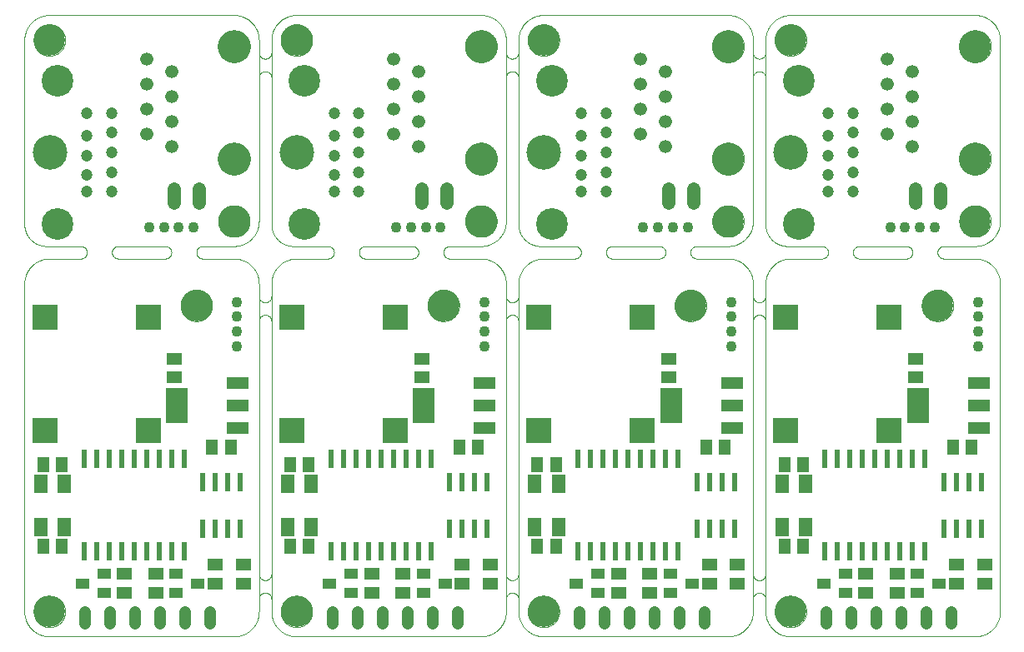
<source format=gts>
G75*
%MOIN*%
%OFA0B0*%
%FSLAX25Y25*%
%IPPOS*%
%LPD*%
%AMOC8*
5,1,8,0,0,1.08239X$1,22.5*
%
%ADD10C,0.00000*%
%ADD11C,0.12598*%
%ADD12R,0.05118X0.05906*%
%ADD13R,0.05906X0.05118*%
%ADD14R,0.08800X0.04800*%
%ADD15R,0.08661X0.14173*%
%ADD16R,0.05512X0.07480*%
%ADD17C,0.04800*%
%ADD18R,0.02200X0.07800*%
%ADD19C,0.04331*%
%ADD20R,0.09843X0.09843*%
%ADD21C,0.05250*%
%ADD22C,0.12800*%
%ADD23C,0.04724*%
%ADD24C,0.13843*%
%ADD25C,0.12661*%
%ADD26R,0.05512X0.03937*%
%ADD27C,0.05400*%
D10*
X0047595Y0038800D02*
X0047595Y0170050D01*
X0047598Y0170292D01*
X0047607Y0170533D01*
X0047621Y0170774D01*
X0047642Y0171015D01*
X0047668Y0171255D01*
X0047700Y0171495D01*
X0047738Y0171734D01*
X0047781Y0171971D01*
X0047831Y0172208D01*
X0047886Y0172443D01*
X0047946Y0172677D01*
X0048013Y0172909D01*
X0048084Y0173140D01*
X0048162Y0173369D01*
X0048245Y0173596D01*
X0048333Y0173821D01*
X0048427Y0174044D01*
X0048526Y0174264D01*
X0048631Y0174482D01*
X0048740Y0174697D01*
X0048855Y0174910D01*
X0048975Y0175120D01*
X0049100Y0175326D01*
X0049230Y0175530D01*
X0049365Y0175731D01*
X0049505Y0175928D01*
X0049649Y0176122D01*
X0049798Y0176312D01*
X0049952Y0176498D01*
X0050110Y0176681D01*
X0050272Y0176860D01*
X0050439Y0177035D01*
X0050610Y0177206D01*
X0050785Y0177373D01*
X0050964Y0177535D01*
X0051147Y0177693D01*
X0051333Y0177847D01*
X0051523Y0177996D01*
X0051717Y0178140D01*
X0051914Y0178280D01*
X0052115Y0178415D01*
X0052319Y0178545D01*
X0052525Y0178670D01*
X0052735Y0178790D01*
X0052948Y0178905D01*
X0053163Y0179014D01*
X0053381Y0179119D01*
X0053601Y0179218D01*
X0053824Y0179312D01*
X0054049Y0179400D01*
X0054276Y0179483D01*
X0054505Y0179561D01*
X0054736Y0179632D01*
X0054968Y0179699D01*
X0055202Y0179759D01*
X0055437Y0179814D01*
X0055674Y0179864D01*
X0055911Y0179907D01*
X0056150Y0179945D01*
X0056390Y0179977D01*
X0056630Y0180003D01*
X0056871Y0180024D01*
X0057112Y0180038D01*
X0057353Y0180047D01*
X0057595Y0180050D01*
X0070095Y0180050D01*
X0072595Y0182550D02*
X0072593Y0182648D01*
X0072587Y0182746D01*
X0072578Y0182844D01*
X0072564Y0182941D01*
X0072547Y0183038D01*
X0072526Y0183134D01*
X0072501Y0183229D01*
X0072473Y0183323D01*
X0072440Y0183415D01*
X0072405Y0183507D01*
X0072365Y0183597D01*
X0072323Y0183685D01*
X0072276Y0183772D01*
X0072227Y0183856D01*
X0072174Y0183939D01*
X0072118Y0184019D01*
X0072058Y0184098D01*
X0071996Y0184174D01*
X0071931Y0184247D01*
X0071863Y0184318D01*
X0071792Y0184386D01*
X0071719Y0184451D01*
X0071643Y0184513D01*
X0071564Y0184573D01*
X0071484Y0184629D01*
X0071401Y0184682D01*
X0071317Y0184731D01*
X0071230Y0184778D01*
X0071142Y0184820D01*
X0071052Y0184860D01*
X0070960Y0184895D01*
X0070868Y0184928D01*
X0070774Y0184956D01*
X0070679Y0184981D01*
X0070583Y0185002D01*
X0070486Y0185019D01*
X0070389Y0185033D01*
X0070291Y0185042D01*
X0070193Y0185048D01*
X0070095Y0185050D01*
X0056345Y0185050D01*
X0056134Y0185053D01*
X0055922Y0185060D01*
X0055711Y0185073D01*
X0055501Y0185091D01*
X0055290Y0185114D01*
X0055081Y0185142D01*
X0054872Y0185175D01*
X0054664Y0185213D01*
X0054457Y0185256D01*
X0054251Y0185304D01*
X0054046Y0185357D01*
X0053843Y0185415D01*
X0053641Y0185478D01*
X0053441Y0185546D01*
X0053242Y0185619D01*
X0053045Y0185696D01*
X0052851Y0185778D01*
X0052658Y0185865D01*
X0052467Y0185956D01*
X0052279Y0186052D01*
X0052093Y0186153D01*
X0051909Y0186258D01*
X0051728Y0186367D01*
X0051550Y0186481D01*
X0051374Y0186599D01*
X0051202Y0186721D01*
X0051032Y0186847D01*
X0050866Y0186978D01*
X0050703Y0187112D01*
X0050543Y0187251D01*
X0050386Y0187393D01*
X0050233Y0187539D01*
X0050084Y0187688D01*
X0049938Y0187841D01*
X0049796Y0187998D01*
X0049657Y0188158D01*
X0049523Y0188321D01*
X0049392Y0188487D01*
X0049266Y0188657D01*
X0049144Y0188829D01*
X0049026Y0189005D01*
X0048912Y0189183D01*
X0048803Y0189364D01*
X0048698Y0189548D01*
X0048597Y0189734D01*
X0048501Y0189922D01*
X0048410Y0190113D01*
X0048323Y0190306D01*
X0048241Y0190500D01*
X0048164Y0190697D01*
X0048091Y0190896D01*
X0048023Y0191096D01*
X0047960Y0191298D01*
X0047902Y0191501D01*
X0047849Y0191706D01*
X0047801Y0191912D01*
X0047758Y0192119D01*
X0047720Y0192327D01*
X0047687Y0192536D01*
X0047659Y0192745D01*
X0047636Y0192956D01*
X0047618Y0193166D01*
X0047605Y0193377D01*
X0047598Y0193589D01*
X0047595Y0193800D01*
X0047595Y0267550D01*
X0047598Y0267792D01*
X0047607Y0268033D01*
X0047621Y0268274D01*
X0047642Y0268515D01*
X0047668Y0268755D01*
X0047700Y0268995D01*
X0047738Y0269234D01*
X0047781Y0269471D01*
X0047831Y0269708D01*
X0047886Y0269943D01*
X0047946Y0270177D01*
X0048013Y0270409D01*
X0048084Y0270640D01*
X0048162Y0270869D01*
X0048245Y0271096D01*
X0048333Y0271321D01*
X0048427Y0271544D01*
X0048526Y0271764D01*
X0048631Y0271982D01*
X0048740Y0272197D01*
X0048855Y0272410D01*
X0048975Y0272620D01*
X0049100Y0272826D01*
X0049230Y0273030D01*
X0049365Y0273231D01*
X0049505Y0273428D01*
X0049649Y0273622D01*
X0049798Y0273812D01*
X0049952Y0273998D01*
X0050110Y0274181D01*
X0050272Y0274360D01*
X0050439Y0274535D01*
X0050610Y0274706D01*
X0050785Y0274873D01*
X0050964Y0275035D01*
X0051147Y0275193D01*
X0051333Y0275347D01*
X0051523Y0275496D01*
X0051717Y0275640D01*
X0051914Y0275780D01*
X0052115Y0275915D01*
X0052319Y0276045D01*
X0052525Y0276170D01*
X0052735Y0276290D01*
X0052948Y0276405D01*
X0053163Y0276514D01*
X0053381Y0276619D01*
X0053601Y0276718D01*
X0053824Y0276812D01*
X0054049Y0276900D01*
X0054276Y0276983D01*
X0054505Y0277061D01*
X0054736Y0277132D01*
X0054968Y0277199D01*
X0055202Y0277259D01*
X0055437Y0277314D01*
X0055674Y0277364D01*
X0055911Y0277407D01*
X0056150Y0277445D01*
X0056390Y0277477D01*
X0056630Y0277503D01*
X0056871Y0277524D01*
X0057112Y0277538D01*
X0057353Y0277547D01*
X0057595Y0277550D01*
X0131345Y0277550D01*
X0131587Y0277547D01*
X0131828Y0277538D01*
X0132069Y0277524D01*
X0132310Y0277503D01*
X0132550Y0277477D01*
X0132790Y0277445D01*
X0133029Y0277407D01*
X0133266Y0277364D01*
X0133503Y0277314D01*
X0133738Y0277259D01*
X0133972Y0277199D01*
X0134204Y0277132D01*
X0134435Y0277061D01*
X0134664Y0276983D01*
X0134891Y0276900D01*
X0135116Y0276812D01*
X0135339Y0276718D01*
X0135559Y0276619D01*
X0135777Y0276514D01*
X0135992Y0276405D01*
X0136205Y0276290D01*
X0136415Y0276170D01*
X0136621Y0276045D01*
X0136825Y0275915D01*
X0137026Y0275780D01*
X0137223Y0275640D01*
X0137417Y0275496D01*
X0137607Y0275347D01*
X0137793Y0275193D01*
X0137976Y0275035D01*
X0138155Y0274873D01*
X0138330Y0274706D01*
X0138501Y0274535D01*
X0138668Y0274360D01*
X0138830Y0274181D01*
X0138988Y0273998D01*
X0139142Y0273812D01*
X0139291Y0273622D01*
X0139435Y0273428D01*
X0139575Y0273231D01*
X0139710Y0273030D01*
X0139840Y0272826D01*
X0139965Y0272620D01*
X0140085Y0272410D01*
X0140200Y0272197D01*
X0140309Y0271982D01*
X0140414Y0271764D01*
X0140513Y0271544D01*
X0140607Y0271321D01*
X0140695Y0271096D01*
X0140778Y0270869D01*
X0140856Y0270640D01*
X0140927Y0270409D01*
X0140994Y0270177D01*
X0141054Y0269943D01*
X0141109Y0269708D01*
X0141159Y0269471D01*
X0141202Y0269234D01*
X0141240Y0268995D01*
X0141272Y0268755D01*
X0141298Y0268515D01*
X0141319Y0268274D01*
X0141333Y0268033D01*
X0141342Y0267792D01*
X0141345Y0267550D01*
X0141345Y0262550D01*
X0141345Y0252550D01*
X0141345Y0195050D01*
X0146345Y0193800D02*
X0146345Y0252550D01*
X0146345Y0262550D01*
X0146345Y0267550D01*
X0146345Y0262550D02*
X0146343Y0262452D01*
X0146337Y0262354D01*
X0146328Y0262256D01*
X0146314Y0262159D01*
X0146297Y0262062D01*
X0146276Y0261966D01*
X0146251Y0261871D01*
X0146223Y0261777D01*
X0146190Y0261685D01*
X0146155Y0261593D01*
X0146115Y0261503D01*
X0146073Y0261415D01*
X0146026Y0261328D01*
X0145977Y0261244D01*
X0145924Y0261161D01*
X0145868Y0261081D01*
X0145808Y0261002D01*
X0145746Y0260926D01*
X0145681Y0260853D01*
X0145613Y0260782D01*
X0145542Y0260714D01*
X0145469Y0260649D01*
X0145393Y0260587D01*
X0145314Y0260527D01*
X0145234Y0260471D01*
X0145151Y0260418D01*
X0145067Y0260369D01*
X0144980Y0260322D01*
X0144892Y0260280D01*
X0144802Y0260240D01*
X0144710Y0260205D01*
X0144618Y0260172D01*
X0144524Y0260144D01*
X0144429Y0260119D01*
X0144333Y0260098D01*
X0144236Y0260081D01*
X0144139Y0260067D01*
X0144041Y0260058D01*
X0143943Y0260052D01*
X0143845Y0260050D01*
X0143747Y0260052D01*
X0143649Y0260058D01*
X0143551Y0260067D01*
X0143454Y0260081D01*
X0143357Y0260098D01*
X0143261Y0260119D01*
X0143166Y0260144D01*
X0143072Y0260172D01*
X0142980Y0260205D01*
X0142888Y0260240D01*
X0142798Y0260280D01*
X0142710Y0260322D01*
X0142623Y0260369D01*
X0142539Y0260418D01*
X0142456Y0260471D01*
X0142376Y0260527D01*
X0142297Y0260587D01*
X0142221Y0260649D01*
X0142148Y0260714D01*
X0142077Y0260782D01*
X0142009Y0260853D01*
X0141944Y0260926D01*
X0141882Y0261002D01*
X0141822Y0261081D01*
X0141766Y0261161D01*
X0141713Y0261244D01*
X0141664Y0261328D01*
X0141617Y0261415D01*
X0141575Y0261503D01*
X0141535Y0261593D01*
X0141500Y0261685D01*
X0141467Y0261777D01*
X0141439Y0261871D01*
X0141414Y0261966D01*
X0141393Y0262062D01*
X0141376Y0262159D01*
X0141362Y0262256D01*
X0141353Y0262354D01*
X0141347Y0262452D01*
X0141345Y0262550D01*
X0124945Y0265050D02*
X0124947Y0265210D01*
X0124953Y0265369D01*
X0124963Y0265528D01*
X0124977Y0265687D01*
X0124995Y0265846D01*
X0125016Y0266004D01*
X0125042Y0266161D01*
X0125072Y0266318D01*
X0125105Y0266474D01*
X0125143Y0266629D01*
X0125184Y0266783D01*
X0125229Y0266936D01*
X0125278Y0267088D01*
X0125331Y0267239D01*
X0125387Y0267388D01*
X0125448Y0267536D01*
X0125511Y0267682D01*
X0125579Y0267827D01*
X0125650Y0267970D01*
X0125724Y0268111D01*
X0125802Y0268250D01*
X0125884Y0268387D01*
X0125969Y0268522D01*
X0126057Y0268655D01*
X0126149Y0268786D01*
X0126243Y0268914D01*
X0126341Y0269040D01*
X0126442Y0269164D01*
X0126546Y0269285D01*
X0126653Y0269403D01*
X0126763Y0269519D01*
X0126876Y0269632D01*
X0126992Y0269742D01*
X0127110Y0269849D01*
X0127231Y0269953D01*
X0127355Y0270054D01*
X0127481Y0270152D01*
X0127609Y0270246D01*
X0127740Y0270338D01*
X0127873Y0270426D01*
X0128008Y0270511D01*
X0128145Y0270593D01*
X0128284Y0270671D01*
X0128425Y0270745D01*
X0128568Y0270816D01*
X0128713Y0270884D01*
X0128859Y0270947D01*
X0129007Y0271008D01*
X0129156Y0271064D01*
X0129307Y0271117D01*
X0129459Y0271166D01*
X0129612Y0271211D01*
X0129766Y0271252D01*
X0129921Y0271290D01*
X0130077Y0271323D01*
X0130234Y0271353D01*
X0130391Y0271379D01*
X0130549Y0271400D01*
X0130708Y0271418D01*
X0130867Y0271432D01*
X0131026Y0271442D01*
X0131185Y0271448D01*
X0131345Y0271450D01*
X0131505Y0271448D01*
X0131664Y0271442D01*
X0131823Y0271432D01*
X0131982Y0271418D01*
X0132141Y0271400D01*
X0132299Y0271379D01*
X0132456Y0271353D01*
X0132613Y0271323D01*
X0132769Y0271290D01*
X0132924Y0271252D01*
X0133078Y0271211D01*
X0133231Y0271166D01*
X0133383Y0271117D01*
X0133534Y0271064D01*
X0133683Y0271008D01*
X0133831Y0270947D01*
X0133977Y0270884D01*
X0134122Y0270816D01*
X0134265Y0270745D01*
X0134406Y0270671D01*
X0134545Y0270593D01*
X0134682Y0270511D01*
X0134817Y0270426D01*
X0134950Y0270338D01*
X0135081Y0270246D01*
X0135209Y0270152D01*
X0135335Y0270054D01*
X0135459Y0269953D01*
X0135580Y0269849D01*
X0135698Y0269742D01*
X0135814Y0269632D01*
X0135927Y0269519D01*
X0136037Y0269403D01*
X0136144Y0269285D01*
X0136248Y0269164D01*
X0136349Y0269040D01*
X0136447Y0268914D01*
X0136541Y0268786D01*
X0136633Y0268655D01*
X0136721Y0268522D01*
X0136806Y0268387D01*
X0136888Y0268250D01*
X0136966Y0268111D01*
X0137040Y0267970D01*
X0137111Y0267827D01*
X0137179Y0267682D01*
X0137242Y0267536D01*
X0137303Y0267388D01*
X0137359Y0267239D01*
X0137412Y0267088D01*
X0137461Y0266936D01*
X0137506Y0266783D01*
X0137547Y0266629D01*
X0137585Y0266474D01*
X0137618Y0266318D01*
X0137648Y0266161D01*
X0137674Y0266004D01*
X0137695Y0265846D01*
X0137713Y0265687D01*
X0137727Y0265528D01*
X0137737Y0265369D01*
X0137743Y0265210D01*
X0137745Y0265050D01*
X0137743Y0264890D01*
X0137737Y0264731D01*
X0137727Y0264572D01*
X0137713Y0264413D01*
X0137695Y0264254D01*
X0137674Y0264096D01*
X0137648Y0263939D01*
X0137618Y0263782D01*
X0137585Y0263626D01*
X0137547Y0263471D01*
X0137506Y0263317D01*
X0137461Y0263164D01*
X0137412Y0263012D01*
X0137359Y0262861D01*
X0137303Y0262712D01*
X0137242Y0262564D01*
X0137179Y0262418D01*
X0137111Y0262273D01*
X0137040Y0262130D01*
X0136966Y0261989D01*
X0136888Y0261850D01*
X0136806Y0261713D01*
X0136721Y0261578D01*
X0136633Y0261445D01*
X0136541Y0261314D01*
X0136447Y0261186D01*
X0136349Y0261060D01*
X0136248Y0260936D01*
X0136144Y0260815D01*
X0136037Y0260697D01*
X0135927Y0260581D01*
X0135814Y0260468D01*
X0135698Y0260358D01*
X0135580Y0260251D01*
X0135459Y0260147D01*
X0135335Y0260046D01*
X0135209Y0259948D01*
X0135081Y0259854D01*
X0134950Y0259762D01*
X0134817Y0259674D01*
X0134682Y0259589D01*
X0134545Y0259507D01*
X0134406Y0259429D01*
X0134265Y0259355D01*
X0134122Y0259284D01*
X0133977Y0259216D01*
X0133831Y0259153D01*
X0133683Y0259092D01*
X0133534Y0259036D01*
X0133383Y0258983D01*
X0133231Y0258934D01*
X0133078Y0258889D01*
X0132924Y0258848D01*
X0132769Y0258810D01*
X0132613Y0258777D01*
X0132456Y0258747D01*
X0132299Y0258721D01*
X0132141Y0258700D01*
X0131982Y0258682D01*
X0131823Y0258668D01*
X0131664Y0258658D01*
X0131505Y0258652D01*
X0131345Y0258650D01*
X0131185Y0258652D01*
X0131026Y0258658D01*
X0130867Y0258668D01*
X0130708Y0258682D01*
X0130549Y0258700D01*
X0130391Y0258721D01*
X0130234Y0258747D01*
X0130077Y0258777D01*
X0129921Y0258810D01*
X0129766Y0258848D01*
X0129612Y0258889D01*
X0129459Y0258934D01*
X0129307Y0258983D01*
X0129156Y0259036D01*
X0129007Y0259092D01*
X0128859Y0259153D01*
X0128713Y0259216D01*
X0128568Y0259284D01*
X0128425Y0259355D01*
X0128284Y0259429D01*
X0128145Y0259507D01*
X0128008Y0259589D01*
X0127873Y0259674D01*
X0127740Y0259762D01*
X0127609Y0259854D01*
X0127481Y0259948D01*
X0127355Y0260046D01*
X0127231Y0260147D01*
X0127110Y0260251D01*
X0126992Y0260358D01*
X0126876Y0260468D01*
X0126763Y0260581D01*
X0126653Y0260697D01*
X0126546Y0260815D01*
X0126442Y0260936D01*
X0126341Y0261060D01*
X0126243Y0261186D01*
X0126149Y0261314D01*
X0126057Y0261445D01*
X0125969Y0261578D01*
X0125884Y0261713D01*
X0125802Y0261850D01*
X0125724Y0261989D01*
X0125650Y0262130D01*
X0125579Y0262273D01*
X0125511Y0262418D01*
X0125448Y0262564D01*
X0125387Y0262712D01*
X0125331Y0262861D01*
X0125278Y0263012D01*
X0125229Y0263164D01*
X0125184Y0263317D01*
X0125143Y0263471D01*
X0125105Y0263626D01*
X0125072Y0263782D01*
X0125042Y0263939D01*
X0125016Y0264096D01*
X0124995Y0264254D01*
X0124977Y0264413D01*
X0124963Y0264572D01*
X0124953Y0264731D01*
X0124947Y0264890D01*
X0124945Y0265050D01*
X0143845Y0255050D02*
X0143943Y0255048D01*
X0144041Y0255042D01*
X0144139Y0255033D01*
X0144236Y0255019D01*
X0144333Y0255002D01*
X0144429Y0254981D01*
X0144524Y0254956D01*
X0144618Y0254928D01*
X0144710Y0254895D01*
X0144802Y0254860D01*
X0144892Y0254820D01*
X0144980Y0254778D01*
X0145067Y0254731D01*
X0145151Y0254682D01*
X0145234Y0254629D01*
X0145314Y0254573D01*
X0145393Y0254513D01*
X0145469Y0254451D01*
X0145542Y0254386D01*
X0145613Y0254318D01*
X0145681Y0254247D01*
X0145746Y0254174D01*
X0145808Y0254098D01*
X0145868Y0254019D01*
X0145924Y0253939D01*
X0145977Y0253856D01*
X0146026Y0253772D01*
X0146073Y0253685D01*
X0146115Y0253597D01*
X0146155Y0253507D01*
X0146190Y0253415D01*
X0146223Y0253323D01*
X0146251Y0253229D01*
X0146276Y0253134D01*
X0146297Y0253038D01*
X0146314Y0252941D01*
X0146328Y0252844D01*
X0146337Y0252746D01*
X0146343Y0252648D01*
X0146345Y0252550D01*
X0143845Y0255050D02*
X0143747Y0255048D01*
X0143649Y0255042D01*
X0143551Y0255033D01*
X0143454Y0255019D01*
X0143357Y0255002D01*
X0143261Y0254981D01*
X0143166Y0254956D01*
X0143072Y0254928D01*
X0142980Y0254895D01*
X0142888Y0254860D01*
X0142798Y0254820D01*
X0142710Y0254778D01*
X0142623Y0254731D01*
X0142539Y0254682D01*
X0142456Y0254629D01*
X0142376Y0254573D01*
X0142297Y0254513D01*
X0142221Y0254451D01*
X0142148Y0254386D01*
X0142077Y0254318D01*
X0142009Y0254247D01*
X0141944Y0254174D01*
X0141882Y0254098D01*
X0141822Y0254019D01*
X0141766Y0253939D01*
X0141713Y0253856D01*
X0141664Y0253772D01*
X0141617Y0253685D01*
X0141575Y0253597D01*
X0141535Y0253507D01*
X0141500Y0253415D01*
X0141467Y0253323D01*
X0141439Y0253229D01*
X0141414Y0253134D01*
X0141393Y0253038D01*
X0141376Y0252941D01*
X0141362Y0252844D01*
X0141353Y0252746D01*
X0141347Y0252648D01*
X0141345Y0252550D01*
X0146345Y0267550D02*
X0146348Y0267792D01*
X0146357Y0268033D01*
X0146371Y0268274D01*
X0146392Y0268515D01*
X0146418Y0268755D01*
X0146450Y0268995D01*
X0146488Y0269234D01*
X0146531Y0269471D01*
X0146581Y0269708D01*
X0146636Y0269943D01*
X0146696Y0270177D01*
X0146763Y0270409D01*
X0146834Y0270640D01*
X0146912Y0270869D01*
X0146995Y0271096D01*
X0147083Y0271321D01*
X0147177Y0271544D01*
X0147276Y0271764D01*
X0147381Y0271982D01*
X0147490Y0272197D01*
X0147605Y0272410D01*
X0147725Y0272620D01*
X0147850Y0272826D01*
X0147980Y0273030D01*
X0148115Y0273231D01*
X0148255Y0273428D01*
X0148399Y0273622D01*
X0148548Y0273812D01*
X0148702Y0273998D01*
X0148860Y0274181D01*
X0149022Y0274360D01*
X0149189Y0274535D01*
X0149360Y0274706D01*
X0149535Y0274873D01*
X0149714Y0275035D01*
X0149897Y0275193D01*
X0150083Y0275347D01*
X0150273Y0275496D01*
X0150467Y0275640D01*
X0150664Y0275780D01*
X0150865Y0275915D01*
X0151069Y0276045D01*
X0151275Y0276170D01*
X0151485Y0276290D01*
X0151698Y0276405D01*
X0151913Y0276514D01*
X0152131Y0276619D01*
X0152351Y0276718D01*
X0152574Y0276812D01*
X0152799Y0276900D01*
X0153026Y0276983D01*
X0153255Y0277061D01*
X0153486Y0277132D01*
X0153718Y0277199D01*
X0153952Y0277259D01*
X0154187Y0277314D01*
X0154424Y0277364D01*
X0154661Y0277407D01*
X0154900Y0277445D01*
X0155140Y0277477D01*
X0155380Y0277503D01*
X0155621Y0277524D01*
X0155862Y0277538D01*
X0156103Y0277547D01*
X0156345Y0277550D01*
X0230095Y0277550D01*
X0230337Y0277547D01*
X0230578Y0277538D01*
X0230819Y0277524D01*
X0231060Y0277503D01*
X0231300Y0277477D01*
X0231540Y0277445D01*
X0231779Y0277407D01*
X0232016Y0277364D01*
X0232253Y0277314D01*
X0232488Y0277259D01*
X0232722Y0277199D01*
X0232954Y0277132D01*
X0233185Y0277061D01*
X0233414Y0276983D01*
X0233641Y0276900D01*
X0233866Y0276812D01*
X0234089Y0276718D01*
X0234309Y0276619D01*
X0234527Y0276514D01*
X0234742Y0276405D01*
X0234955Y0276290D01*
X0235165Y0276170D01*
X0235371Y0276045D01*
X0235575Y0275915D01*
X0235776Y0275780D01*
X0235973Y0275640D01*
X0236167Y0275496D01*
X0236357Y0275347D01*
X0236543Y0275193D01*
X0236726Y0275035D01*
X0236905Y0274873D01*
X0237080Y0274706D01*
X0237251Y0274535D01*
X0237418Y0274360D01*
X0237580Y0274181D01*
X0237738Y0273998D01*
X0237892Y0273812D01*
X0238041Y0273622D01*
X0238185Y0273428D01*
X0238325Y0273231D01*
X0238460Y0273030D01*
X0238590Y0272826D01*
X0238715Y0272620D01*
X0238835Y0272410D01*
X0238950Y0272197D01*
X0239059Y0271982D01*
X0239164Y0271764D01*
X0239263Y0271544D01*
X0239357Y0271321D01*
X0239445Y0271096D01*
X0239528Y0270869D01*
X0239606Y0270640D01*
X0239677Y0270409D01*
X0239744Y0270177D01*
X0239804Y0269943D01*
X0239859Y0269708D01*
X0239909Y0269471D01*
X0239952Y0269234D01*
X0239990Y0268995D01*
X0240022Y0268755D01*
X0240048Y0268515D01*
X0240069Y0268274D01*
X0240083Y0268033D01*
X0240092Y0267792D01*
X0240095Y0267550D01*
X0240095Y0262550D01*
X0240095Y0252550D01*
X0240095Y0195050D01*
X0245095Y0193800D02*
X0245095Y0252550D01*
X0245095Y0262550D01*
X0245095Y0267550D01*
X0245095Y0262550D02*
X0245093Y0262452D01*
X0245087Y0262354D01*
X0245078Y0262256D01*
X0245064Y0262159D01*
X0245047Y0262062D01*
X0245026Y0261966D01*
X0245001Y0261871D01*
X0244973Y0261777D01*
X0244940Y0261685D01*
X0244905Y0261593D01*
X0244865Y0261503D01*
X0244823Y0261415D01*
X0244776Y0261328D01*
X0244727Y0261244D01*
X0244674Y0261161D01*
X0244618Y0261081D01*
X0244558Y0261002D01*
X0244496Y0260926D01*
X0244431Y0260853D01*
X0244363Y0260782D01*
X0244292Y0260714D01*
X0244219Y0260649D01*
X0244143Y0260587D01*
X0244064Y0260527D01*
X0243984Y0260471D01*
X0243901Y0260418D01*
X0243817Y0260369D01*
X0243730Y0260322D01*
X0243642Y0260280D01*
X0243552Y0260240D01*
X0243460Y0260205D01*
X0243368Y0260172D01*
X0243274Y0260144D01*
X0243179Y0260119D01*
X0243083Y0260098D01*
X0242986Y0260081D01*
X0242889Y0260067D01*
X0242791Y0260058D01*
X0242693Y0260052D01*
X0242595Y0260050D01*
X0242497Y0260052D01*
X0242399Y0260058D01*
X0242301Y0260067D01*
X0242204Y0260081D01*
X0242107Y0260098D01*
X0242011Y0260119D01*
X0241916Y0260144D01*
X0241822Y0260172D01*
X0241730Y0260205D01*
X0241638Y0260240D01*
X0241548Y0260280D01*
X0241460Y0260322D01*
X0241373Y0260369D01*
X0241289Y0260418D01*
X0241206Y0260471D01*
X0241126Y0260527D01*
X0241047Y0260587D01*
X0240971Y0260649D01*
X0240898Y0260714D01*
X0240827Y0260782D01*
X0240759Y0260853D01*
X0240694Y0260926D01*
X0240632Y0261002D01*
X0240572Y0261081D01*
X0240516Y0261161D01*
X0240463Y0261244D01*
X0240414Y0261328D01*
X0240367Y0261415D01*
X0240325Y0261503D01*
X0240285Y0261593D01*
X0240250Y0261685D01*
X0240217Y0261777D01*
X0240189Y0261871D01*
X0240164Y0261966D01*
X0240143Y0262062D01*
X0240126Y0262159D01*
X0240112Y0262256D01*
X0240103Y0262354D01*
X0240097Y0262452D01*
X0240095Y0262550D01*
X0223695Y0265050D02*
X0223697Y0265210D01*
X0223703Y0265369D01*
X0223713Y0265528D01*
X0223727Y0265687D01*
X0223745Y0265846D01*
X0223766Y0266004D01*
X0223792Y0266161D01*
X0223822Y0266318D01*
X0223855Y0266474D01*
X0223893Y0266629D01*
X0223934Y0266783D01*
X0223979Y0266936D01*
X0224028Y0267088D01*
X0224081Y0267239D01*
X0224137Y0267388D01*
X0224198Y0267536D01*
X0224261Y0267682D01*
X0224329Y0267827D01*
X0224400Y0267970D01*
X0224474Y0268111D01*
X0224552Y0268250D01*
X0224634Y0268387D01*
X0224719Y0268522D01*
X0224807Y0268655D01*
X0224899Y0268786D01*
X0224993Y0268914D01*
X0225091Y0269040D01*
X0225192Y0269164D01*
X0225296Y0269285D01*
X0225403Y0269403D01*
X0225513Y0269519D01*
X0225626Y0269632D01*
X0225742Y0269742D01*
X0225860Y0269849D01*
X0225981Y0269953D01*
X0226105Y0270054D01*
X0226231Y0270152D01*
X0226359Y0270246D01*
X0226490Y0270338D01*
X0226623Y0270426D01*
X0226758Y0270511D01*
X0226895Y0270593D01*
X0227034Y0270671D01*
X0227175Y0270745D01*
X0227318Y0270816D01*
X0227463Y0270884D01*
X0227609Y0270947D01*
X0227757Y0271008D01*
X0227906Y0271064D01*
X0228057Y0271117D01*
X0228209Y0271166D01*
X0228362Y0271211D01*
X0228516Y0271252D01*
X0228671Y0271290D01*
X0228827Y0271323D01*
X0228984Y0271353D01*
X0229141Y0271379D01*
X0229299Y0271400D01*
X0229458Y0271418D01*
X0229617Y0271432D01*
X0229776Y0271442D01*
X0229935Y0271448D01*
X0230095Y0271450D01*
X0230255Y0271448D01*
X0230414Y0271442D01*
X0230573Y0271432D01*
X0230732Y0271418D01*
X0230891Y0271400D01*
X0231049Y0271379D01*
X0231206Y0271353D01*
X0231363Y0271323D01*
X0231519Y0271290D01*
X0231674Y0271252D01*
X0231828Y0271211D01*
X0231981Y0271166D01*
X0232133Y0271117D01*
X0232284Y0271064D01*
X0232433Y0271008D01*
X0232581Y0270947D01*
X0232727Y0270884D01*
X0232872Y0270816D01*
X0233015Y0270745D01*
X0233156Y0270671D01*
X0233295Y0270593D01*
X0233432Y0270511D01*
X0233567Y0270426D01*
X0233700Y0270338D01*
X0233831Y0270246D01*
X0233959Y0270152D01*
X0234085Y0270054D01*
X0234209Y0269953D01*
X0234330Y0269849D01*
X0234448Y0269742D01*
X0234564Y0269632D01*
X0234677Y0269519D01*
X0234787Y0269403D01*
X0234894Y0269285D01*
X0234998Y0269164D01*
X0235099Y0269040D01*
X0235197Y0268914D01*
X0235291Y0268786D01*
X0235383Y0268655D01*
X0235471Y0268522D01*
X0235556Y0268387D01*
X0235638Y0268250D01*
X0235716Y0268111D01*
X0235790Y0267970D01*
X0235861Y0267827D01*
X0235929Y0267682D01*
X0235992Y0267536D01*
X0236053Y0267388D01*
X0236109Y0267239D01*
X0236162Y0267088D01*
X0236211Y0266936D01*
X0236256Y0266783D01*
X0236297Y0266629D01*
X0236335Y0266474D01*
X0236368Y0266318D01*
X0236398Y0266161D01*
X0236424Y0266004D01*
X0236445Y0265846D01*
X0236463Y0265687D01*
X0236477Y0265528D01*
X0236487Y0265369D01*
X0236493Y0265210D01*
X0236495Y0265050D01*
X0236493Y0264890D01*
X0236487Y0264731D01*
X0236477Y0264572D01*
X0236463Y0264413D01*
X0236445Y0264254D01*
X0236424Y0264096D01*
X0236398Y0263939D01*
X0236368Y0263782D01*
X0236335Y0263626D01*
X0236297Y0263471D01*
X0236256Y0263317D01*
X0236211Y0263164D01*
X0236162Y0263012D01*
X0236109Y0262861D01*
X0236053Y0262712D01*
X0235992Y0262564D01*
X0235929Y0262418D01*
X0235861Y0262273D01*
X0235790Y0262130D01*
X0235716Y0261989D01*
X0235638Y0261850D01*
X0235556Y0261713D01*
X0235471Y0261578D01*
X0235383Y0261445D01*
X0235291Y0261314D01*
X0235197Y0261186D01*
X0235099Y0261060D01*
X0234998Y0260936D01*
X0234894Y0260815D01*
X0234787Y0260697D01*
X0234677Y0260581D01*
X0234564Y0260468D01*
X0234448Y0260358D01*
X0234330Y0260251D01*
X0234209Y0260147D01*
X0234085Y0260046D01*
X0233959Y0259948D01*
X0233831Y0259854D01*
X0233700Y0259762D01*
X0233567Y0259674D01*
X0233432Y0259589D01*
X0233295Y0259507D01*
X0233156Y0259429D01*
X0233015Y0259355D01*
X0232872Y0259284D01*
X0232727Y0259216D01*
X0232581Y0259153D01*
X0232433Y0259092D01*
X0232284Y0259036D01*
X0232133Y0258983D01*
X0231981Y0258934D01*
X0231828Y0258889D01*
X0231674Y0258848D01*
X0231519Y0258810D01*
X0231363Y0258777D01*
X0231206Y0258747D01*
X0231049Y0258721D01*
X0230891Y0258700D01*
X0230732Y0258682D01*
X0230573Y0258668D01*
X0230414Y0258658D01*
X0230255Y0258652D01*
X0230095Y0258650D01*
X0229935Y0258652D01*
X0229776Y0258658D01*
X0229617Y0258668D01*
X0229458Y0258682D01*
X0229299Y0258700D01*
X0229141Y0258721D01*
X0228984Y0258747D01*
X0228827Y0258777D01*
X0228671Y0258810D01*
X0228516Y0258848D01*
X0228362Y0258889D01*
X0228209Y0258934D01*
X0228057Y0258983D01*
X0227906Y0259036D01*
X0227757Y0259092D01*
X0227609Y0259153D01*
X0227463Y0259216D01*
X0227318Y0259284D01*
X0227175Y0259355D01*
X0227034Y0259429D01*
X0226895Y0259507D01*
X0226758Y0259589D01*
X0226623Y0259674D01*
X0226490Y0259762D01*
X0226359Y0259854D01*
X0226231Y0259948D01*
X0226105Y0260046D01*
X0225981Y0260147D01*
X0225860Y0260251D01*
X0225742Y0260358D01*
X0225626Y0260468D01*
X0225513Y0260581D01*
X0225403Y0260697D01*
X0225296Y0260815D01*
X0225192Y0260936D01*
X0225091Y0261060D01*
X0224993Y0261186D01*
X0224899Y0261314D01*
X0224807Y0261445D01*
X0224719Y0261578D01*
X0224634Y0261713D01*
X0224552Y0261850D01*
X0224474Y0261989D01*
X0224400Y0262130D01*
X0224329Y0262273D01*
X0224261Y0262418D01*
X0224198Y0262564D01*
X0224137Y0262712D01*
X0224081Y0262861D01*
X0224028Y0263012D01*
X0223979Y0263164D01*
X0223934Y0263317D01*
X0223893Y0263471D01*
X0223855Y0263626D01*
X0223822Y0263782D01*
X0223792Y0263939D01*
X0223766Y0264096D01*
X0223745Y0264254D01*
X0223727Y0264413D01*
X0223713Y0264572D01*
X0223703Y0264731D01*
X0223697Y0264890D01*
X0223695Y0265050D01*
X0242595Y0255050D02*
X0242693Y0255048D01*
X0242791Y0255042D01*
X0242889Y0255033D01*
X0242986Y0255019D01*
X0243083Y0255002D01*
X0243179Y0254981D01*
X0243274Y0254956D01*
X0243368Y0254928D01*
X0243460Y0254895D01*
X0243552Y0254860D01*
X0243642Y0254820D01*
X0243730Y0254778D01*
X0243817Y0254731D01*
X0243901Y0254682D01*
X0243984Y0254629D01*
X0244064Y0254573D01*
X0244143Y0254513D01*
X0244219Y0254451D01*
X0244292Y0254386D01*
X0244363Y0254318D01*
X0244431Y0254247D01*
X0244496Y0254174D01*
X0244558Y0254098D01*
X0244618Y0254019D01*
X0244674Y0253939D01*
X0244727Y0253856D01*
X0244776Y0253772D01*
X0244823Y0253685D01*
X0244865Y0253597D01*
X0244905Y0253507D01*
X0244940Y0253415D01*
X0244973Y0253323D01*
X0245001Y0253229D01*
X0245026Y0253134D01*
X0245047Y0253038D01*
X0245064Y0252941D01*
X0245078Y0252844D01*
X0245087Y0252746D01*
X0245093Y0252648D01*
X0245095Y0252550D01*
X0242595Y0255050D02*
X0242497Y0255048D01*
X0242399Y0255042D01*
X0242301Y0255033D01*
X0242204Y0255019D01*
X0242107Y0255002D01*
X0242011Y0254981D01*
X0241916Y0254956D01*
X0241822Y0254928D01*
X0241730Y0254895D01*
X0241638Y0254860D01*
X0241548Y0254820D01*
X0241460Y0254778D01*
X0241373Y0254731D01*
X0241289Y0254682D01*
X0241206Y0254629D01*
X0241126Y0254573D01*
X0241047Y0254513D01*
X0240971Y0254451D01*
X0240898Y0254386D01*
X0240827Y0254318D01*
X0240759Y0254247D01*
X0240694Y0254174D01*
X0240632Y0254098D01*
X0240572Y0254019D01*
X0240516Y0253939D01*
X0240463Y0253856D01*
X0240414Y0253772D01*
X0240367Y0253685D01*
X0240325Y0253597D01*
X0240285Y0253507D01*
X0240250Y0253415D01*
X0240217Y0253323D01*
X0240189Y0253229D01*
X0240164Y0253134D01*
X0240143Y0253038D01*
X0240126Y0252941D01*
X0240112Y0252844D01*
X0240103Y0252746D01*
X0240097Y0252648D01*
X0240095Y0252550D01*
X0245095Y0267550D02*
X0245098Y0267792D01*
X0245107Y0268033D01*
X0245121Y0268274D01*
X0245142Y0268515D01*
X0245168Y0268755D01*
X0245200Y0268995D01*
X0245238Y0269234D01*
X0245281Y0269471D01*
X0245331Y0269708D01*
X0245386Y0269943D01*
X0245446Y0270177D01*
X0245513Y0270409D01*
X0245584Y0270640D01*
X0245662Y0270869D01*
X0245745Y0271096D01*
X0245833Y0271321D01*
X0245927Y0271544D01*
X0246026Y0271764D01*
X0246131Y0271982D01*
X0246240Y0272197D01*
X0246355Y0272410D01*
X0246475Y0272620D01*
X0246600Y0272826D01*
X0246730Y0273030D01*
X0246865Y0273231D01*
X0247005Y0273428D01*
X0247149Y0273622D01*
X0247298Y0273812D01*
X0247452Y0273998D01*
X0247610Y0274181D01*
X0247772Y0274360D01*
X0247939Y0274535D01*
X0248110Y0274706D01*
X0248285Y0274873D01*
X0248464Y0275035D01*
X0248647Y0275193D01*
X0248833Y0275347D01*
X0249023Y0275496D01*
X0249217Y0275640D01*
X0249414Y0275780D01*
X0249615Y0275915D01*
X0249819Y0276045D01*
X0250025Y0276170D01*
X0250235Y0276290D01*
X0250448Y0276405D01*
X0250663Y0276514D01*
X0250881Y0276619D01*
X0251101Y0276718D01*
X0251324Y0276812D01*
X0251549Y0276900D01*
X0251776Y0276983D01*
X0252005Y0277061D01*
X0252236Y0277132D01*
X0252468Y0277199D01*
X0252702Y0277259D01*
X0252937Y0277314D01*
X0253174Y0277364D01*
X0253411Y0277407D01*
X0253650Y0277445D01*
X0253890Y0277477D01*
X0254130Y0277503D01*
X0254371Y0277524D01*
X0254612Y0277538D01*
X0254853Y0277547D01*
X0255095Y0277550D01*
X0328845Y0277550D01*
X0329087Y0277547D01*
X0329328Y0277538D01*
X0329569Y0277524D01*
X0329810Y0277503D01*
X0330050Y0277477D01*
X0330290Y0277445D01*
X0330529Y0277407D01*
X0330766Y0277364D01*
X0331003Y0277314D01*
X0331238Y0277259D01*
X0331472Y0277199D01*
X0331704Y0277132D01*
X0331935Y0277061D01*
X0332164Y0276983D01*
X0332391Y0276900D01*
X0332616Y0276812D01*
X0332839Y0276718D01*
X0333059Y0276619D01*
X0333277Y0276514D01*
X0333492Y0276405D01*
X0333705Y0276290D01*
X0333915Y0276170D01*
X0334121Y0276045D01*
X0334325Y0275915D01*
X0334526Y0275780D01*
X0334723Y0275640D01*
X0334917Y0275496D01*
X0335107Y0275347D01*
X0335293Y0275193D01*
X0335476Y0275035D01*
X0335655Y0274873D01*
X0335830Y0274706D01*
X0336001Y0274535D01*
X0336168Y0274360D01*
X0336330Y0274181D01*
X0336488Y0273998D01*
X0336642Y0273812D01*
X0336791Y0273622D01*
X0336935Y0273428D01*
X0337075Y0273231D01*
X0337210Y0273030D01*
X0337340Y0272826D01*
X0337465Y0272620D01*
X0337585Y0272410D01*
X0337700Y0272197D01*
X0337809Y0271982D01*
X0337914Y0271764D01*
X0338013Y0271544D01*
X0338107Y0271321D01*
X0338195Y0271096D01*
X0338278Y0270869D01*
X0338356Y0270640D01*
X0338427Y0270409D01*
X0338494Y0270177D01*
X0338554Y0269943D01*
X0338609Y0269708D01*
X0338659Y0269471D01*
X0338702Y0269234D01*
X0338740Y0268995D01*
X0338772Y0268755D01*
X0338798Y0268515D01*
X0338819Y0268274D01*
X0338833Y0268033D01*
X0338842Y0267792D01*
X0338845Y0267550D01*
X0338845Y0262550D01*
X0338845Y0252550D01*
X0338845Y0195050D01*
X0343845Y0193800D02*
X0343845Y0252550D01*
X0343845Y0262550D01*
X0343845Y0267550D01*
X0343845Y0262550D02*
X0343843Y0262452D01*
X0343837Y0262354D01*
X0343828Y0262256D01*
X0343814Y0262159D01*
X0343797Y0262062D01*
X0343776Y0261966D01*
X0343751Y0261871D01*
X0343723Y0261777D01*
X0343690Y0261685D01*
X0343655Y0261593D01*
X0343615Y0261503D01*
X0343573Y0261415D01*
X0343526Y0261328D01*
X0343477Y0261244D01*
X0343424Y0261161D01*
X0343368Y0261081D01*
X0343308Y0261002D01*
X0343246Y0260926D01*
X0343181Y0260853D01*
X0343113Y0260782D01*
X0343042Y0260714D01*
X0342969Y0260649D01*
X0342893Y0260587D01*
X0342814Y0260527D01*
X0342734Y0260471D01*
X0342651Y0260418D01*
X0342567Y0260369D01*
X0342480Y0260322D01*
X0342392Y0260280D01*
X0342302Y0260240D01*
X0342210Y0260205D01*
X0342118Y0260172D01*
X0342024Y0260144D01*
X0341929Y0260119D01*
X0341833Y0260098D01*
X0341736Y0260081D01*
X0341639Y0260067D01*
X0341541Y0260058D01*
X0341443Y0260052D01*
X0341345Y0260050D01*
X0341247Y0260052D01*
X0341149Y0260058D01*
X0341051Y0260067D01*
X0340954Y0260081D01*
X0340857Y0260098D01*
X0340761Y0260119D01*
X0340666Y0260144D01*
X0340572Y0260172D01*
X0340480Y0260205D01*
X0340388Y0260240D01*
X0340298Y0260280D01*
X0340210Y0260322D01*
X0340123Y0260369D01*
X0340039Y0260418D01*
X0339956Y0260471D01*
X0339876Y0260527D01*
X0339797Y0260587D01*
X0339721Y0260649D01*
X0339648Y0260714D01*
X0339577Y0260782D01*
X0339509Y0260853D01*
X0339444Y0260926D01*
X0339382Y0261002D01*
X0339322Y0261081D01*
X0339266Y0261161D01*
X0339213Y0261244D01*
X0339164Y0261328D01*
X0339117Y0261415D01*
X0339075Y0261503D01*
X0339035Y0261593D01*
X0339000Y0261685D01*
X0338967Y0261777D01*
X0338939Y0261871D01*
X0338914Y0261966D01*
X0338893Y0262062D01*
X0338876Y0262159D01*
X0338862Y0262256D01*
X0338853Y0262354D01*
X0338847Y0262452D01*
X0338845Y0262550D01*
X0322445Y0265050D02*
X0322447Y0265210D01*
X0322453Y0265369D01*
X0322463Y0265528D01*
X0322477Y0265687D01*
X0322495Y0265846D01*
X0322516Y0266004D01*
X0322542Y0266161D01*
X0322572Y0266318D01*
X0322605Y0266474D01*
X0322643Y0266629D01*
X0322684Y0266783D01*
X0322729Y0266936D01*
X0322778Y0267088D01*
X0322831Y0267239D01*
X0322887Y0267388D01*
X0322948Y0267536D01*
X0323011Y0267682D01*
X0323079Y0267827D01*
X0323150Y0267970D01*
X0323224Y0268111D01*
X0323302Y0268250D01*
X0323384Y0268387D01*
X0323469Y0268522D01*
X0323557Y0268655D01*
X0323649Y0268786D01*
X0323743Y0268914D01*
X0323841Y0269040D01*
X0323942Y0269164D01*
X0324046Y0269285D01*
X0324153Y0269403D01*
X0324263Y0269519D01*
X0324376Y0269632D01*
X0324492Y0269742D01*
X0324610Y0269849D01*
X0324731Y0269953D01*
X0324855Y0270054D01*
X0324981Y0270152D01*
X0325109Y0270246D01*
X0325240Y0270338D01*
X0325373Y0270426D01*
X0325508Y0270511D01*
X0325645Y0270593D01*
X0325784Y0270671D01*
X0325925Y0270745D01*
X0326068Y0270816D01*
X0326213Y0270884D01*
X0326359Y0270947D01*
X0326507Y0271008D01*
X0326656Y0271064D01*
X0326807Y0271117D01*
X0326959Y0271166D01*
X0327112Y0271211D01*
X0327266Y0271252D01*
X0327421Y0271290D01*
X0327577Y0271323D01*
X0327734Y0271353D01*
X0327891Y0271379D01*
X0328049Y0271400D01*
X0328208Y0271418D01*
X0328367Y0271432D01*
X0328526Y0271442D01*
X0328685Y0271448D01*
X0328845Y0271450D01*
X0329005Y0271448D01*
X0329164Y0271442D01*
X0329323Y0271432D01*
X0329482Y0271418D01*
X0329641Y0271400D01*
X0329799Y0271379D01*
X0329956Y0271353D01*
X0330113Y0271323D01*
X0330269Y0271290D01*
X0330424Y0271252D01*
X0330578Y0271211D01*
X0330731Y0271166D01*
X0330883Y0271117D01*
X0331034Y0271064D01*
X0331183Y0271008D01*
X0331331Y0270947D01*
X0331477Y0270884D01*
X0331622Y0270816D01*
X0331765Y0270745D01*
X0331906Y0270671D01*
X0332045Y0270593D01*
X0332182Y0270511D01*
X0332317Y0270426D01*
X0332450Y0270338D01*
X0332581Y0270246D01*
X0332709Y0270152D01*
X0332835Y0270054D01*
X0332959Y0269953D01*
X0333080Y0269849D01*
X0333198Y0269742D01*
X0333314Y0269632D01*
X0333427Y0269519D01*
X0333537Y0269403D01*
X0333644Y0269285D01*
X0333748Y0269164D01*
X0333849Y0269040D01*
X0333947Y0268914D01*
X0334041Y0268786D01*
X0334133Y0268655D01*
X0334221Y0268522D01*
X0334306Y0268387D01*
X0334388Y0268250D01*
X0334466Y0268111D01*
X0334540Y0267970D01*
X0334611Y0267827D01*
X0334679Y0267682D01*
X0334742Y0267536D01*
X0334803Y0267388D01*
X0334859Y0267239D01*
X0334912Y0267088D01*
X0334961Y0266936D01*
X0335006Y0266783D01*
X0335047Y0266629D01*
X0335085Y0266474D01*
X0335118Y0266318D01*
X0335148Y0266161D01*
X0335174Y0266004D01*
X0335195Y0265846D01*
X0335213Y0265687D01*
X0335227Y0265528D01*
X0335237Y0265369D01*
X0335243Y0265210D01*
X0335245Y0265050D01*
X0335243Y0264890D01*
X0335237Y0264731D01*
X0335227Y0264572D01*
X0335213Y0264413D01*
X0335195Y0264254D01*
X0335174Y0264096D01*
X0335148Y0263939D01*
X0335118Y0263782D01*
X0335085Y0263626D01*
X0335047Y0263471D01*
X0335006Y0263317D01*
X0334961Y0263164D01*
X0334912Y0263012D01*
X0334859Y0262861D01*
X0334803Y0262712D01*
X0334742Y0262564D01*
X0334679Y0262418D01*
X0334611Y0262273D01*
X0334540Y0262130D01*
X0334466Y0261989D01*
X0334388Y0261850D01*
X0334306Y0261713D01*
X0334221Y0261578D01*
X0334133Y0261445D01*
X0334041Y0261314D01*
X0333947Y0261186D01*
X0333849Y0261060D01*
X0333748Y0260936D01*
X0333644Y0260815D01*
X0333537Y0260697D01*
X0333427Y0260581D01*
X0333314Y0260468D01*
X0333198Y0260358D01*
X0333080Y0260251D01*
X0332959Y0260147D01*
X0332835Y0260046D01*
X0332709Y0259948D01*
X0332581Y0259854D01*
X0332450Y0259762D01*
X0332317Y0259674D01*
X0332182Y0259589D01*
X0332045Y0259507D01*
X0331906Y0259429D01*
X0331765Y0259355D01*
X0331622Y0259284D01*
X0331477Y0259216D01*
X0331331Y0259153D01*
X0331183Y0259092D01*
X0331034Y0259036D01*
X0330883Y0258983D01*
X0330731Y0258934D01*
X0330578Y0258889D01*
X0330424Y0258848D01*
X0330269Y0258810D01*
X0330113Y0258777D01*
X0329956Y0258747D01*
X0329799Y0258721D01*
X0329641Y0258700D01*
X0329482Y0258682D01*
X0329323Y0258668D01*
X0329164Y0258658D01*
X0329005Y0258652D01*
X0328845Y0258650D01*
X0328685Y0258652D01*
X0328526Y0258658D01*
X0328367Y0258668D01*
X0328208Y0258682D01*
X0328049Y0258700D01*
X0327891Y0258721D01*
X0327734Y0258747D01*
X0327577Y0258777D01*
X0327421Y0258810D01*
X0327266Y0258848D01*
X0327112Y0258889D01*
X0326959Y0258934D01*
X0326807Y0258983D01*
X0326656Y0259036D01*
X0326507Y0259092D01*
X0326359Y0259153D01*
X0326213Y0259216D01*
X0326068Y0259284D01*
X0325925Y0259355D01*
X0325784Y0259429D01*
X0325645Y0259507D01*
X0325508Y0259589D01*
X0325373Y0259674D01*
X0325240Y0259762D01*
X0325109Y0259854D01*
X0324981Y0259948D01*
X0324855Y0260046D01*
X0324731Y0260147D01*
X0324610Y0260251D01*
X0324492Y0260358D01*
X0324376Y0260468D01*
X0324263Y0260581D01*
X0324153Y0260697D01*
X0324046Y0260815D01*
X0323942Y0260936D01*
X0323841Y0261060D01*
X0323743Y0261186D01*
X0323649Y0261314D01*
X0323557Y0261445D01*
X0323469Y0261578D01*
X0323384Y0261713D01*
X0323302Y0261850D01*
X0323224Y0261989D01*
X0323150Y0262130D01*
X0323079Y0262273D01*
X0323011Y0262418D01*
X0322948Y0262564D01*
X0322887Y0262712D01*
X0322831Y0262861D01*
X0322778Y0263012D01*
X0322729Y0263164D01*
X0322684Y0263317D01*
X0322643Y0263471D01*
X0322605Y0263626D01*
X0322572Y0263782D01*
X0322542Y0263939D01*
X0322516Y0264096D01*
X0322495Y0264254D01*
X0322477Y0264413D01*
X0322463Y0264572D01*
X0322453Y0264731D01*
X0322447Y0264890D01*
X0322445Y0265050D01*
X0341345Y0255050D02*
X0341443Y0255048D01*
X0341541Y0255042D01*
X0341639Y0255033D01*
X0341736Y0255019D01*
X0341833Y0255002D01*
X0341929Y0254981D01*
X0342024Y0254956D01*
X0342118Y0254928D01*
X0342210Y0254895D01*
X0342302Y0254860D01*
X0342392Y0254820D01*
X0342480Y0254778D01*
X0342567Y0254731D01*
X0342651Y0254682D01*
X0342734Y0254629D01*
X0342814Y0254573D01*
X0342893Y0254513D01*
X0342969Y0254451D01*
X0343042Y0254386D01*
X0343113Y0254318D01*
X0343181Y0254247D01*
X0343246Y0254174D01*
X0343308Y0254098D01*
X0343368Y0254019D01*
X0343424Y0253939D01*
X0343477Y0253856D01*
X0343526Y0253772D01*
X0343573Y0253685D01*
X0343615Y0253597D01*
X0343655Y0253507D01*
X0343690Y0253415D01*
X0343723Y0253323D01*
X0343751Y0253229D01*
X0343776Y0253134D01*
X0343797Y0253038D01*
X0343814Y0252941D01*
X0343828Y0252844D01*
X0343837Y0252746D01*
X0343843Y0252648D01*
X0343845Y0252550D01*
X0341345Y0255050D02*
X0341247Y0255048D01*
X0341149Y0255042D01*
X0341051Y0255033D01*
X0340954Y0255019D01*
X0340857Y0255002D01*
X0340761Y0254981D01*
X0340666Y0254956D01*
X0340572Y0254928D01*
X0340480Y0254895D01*
X0340388Y0254860D01*
X0340298Y0254820D01*
X0340210Y0254778D01*
X0340123Y0254731D01*
X0340039Y0254682D01*
X0339956Y0254629D01*
X0339876Y0254573D01*
X0339797Y0254513D01*
X0339721Y0254451D01*
X0339648Y0254386D01*
X0339577Y0254318D01*
X0339509Y0254247D01*
X0339444Y0254174D01*
X0339382Y0254098D01*
X0339322Y0254019D01*
X0339266Y0253939D01*
X0339213Y0253856D01*
X0339164Y0253772D01*
X0339117Y0253685D01*
X0339075Y0253597D01*
X0339035Y0253507D01*
X0339000Y0253415D01*
X0338967Y0253323D01*
X0338939Y0253229D01*
X0338914Y0253134D01*
X0338893Y0253038D01*
X0338876Y0252941D01*
X0338862Y0252844D01*
X0338853Y0252746D01*
X0338847Y0252648D01*
X0338845Y0252550D01*
X0343845Y0267550D02*
X0343848Y0267792D01*
X0343857Y0268033D01*
X0343871Y0268274D01*
X0343892Y0268515D01*
X0343918Y0268755D01*
X0343950Y0268995D01*
X0343988Y0269234D01*
X0344031Y0269471D01*
X0344081Y0269708D01*
X0344136Y0269943D01*
X0344196Y0270177D01*
X0344263Y0270409D01*
X0344334Y0270640D01*
X0344412Y0270869D01*
X0344495Y0271096D01*
X0344583Y0271321D01*
X0344677Y0271544D01*
X0344776Y0271764D01*
X0344881Y0271982D01*
X0344990Y0272197D01*
X0345105Y0272410D01*
X0345225Y0272620D01*
X0345350Y0272826D01*
X0345480Y0273030D01*
X0345615Y0273231D01*
X0345755Y0273428D01*
X0345899Y0273622D01*
X0346048Y0273812D01*
X0346202Y0273998D01*
X0346360Y0274181D01*
X0346522Y0274360D01*
X0346689Y0274535D01*
X0346860Y0274706D01*
X0347035Y0274873D01*
X0347214Y0275035D01*
X0347397Y0275193D01*
X0347583Y0275347D01*
X0347773Y0275496D01*
X0347967Y0275640D01*
X0348164Y0275780D01*
X0348365Y0275915D01*
X0348569Y0276045D01*
X0348775Y0276170D01*
X0348985Y0276290D01*
X0349198Y0276405D01*
X0349413Y0276514D01*
X0349631Y0276619D01*
X0349851Y0276718D01*
X0350074Y0276812D01*
X0350299Y0276900D01*
X0350526Y0276983D01*
X0350755Y0277061D01*
X0350986Y0277132D01*
X0351218Y0277199D01*
X0351452Y0277259D01*
X0351687Y0277314D01*
X0351924Y0277364D01*
X0352161Y0277407D01*
X0352400Y0277445D01*
X0352640Y0277477D01*
X0352880Y0277503D01*
X0353121Y0277524D01*
X0353362Y0277538D01*
X0353603Y0277547D01*
X0353845Y0277550D01*
X0427595Y0277550D01*
X0427837Y0277547D01*
X0428078Y0277538D01*
X0428319Y0277524D01*
X0428560Y0277503D01*
X0428800Y0277477D01*
X0429040Y0277445D01*
X0429279Y0277407D01*
X0429516Y0277364D01*
X0429753Y0277314D01*
X0429988Y0277259D01*
X0430222Y0277199D01*
X0430454Y0277132D01*
X0430685Y0277061D01*
X0430914Y0276983D01*
X0431141Y0276900D01*
X0431366Y0276812D01*
X0431589Y0276718D01*
X0431809Y0276619D01*
X0432027Y0276514D01*
X0432242Y0276405D01*
X0432455Y0276290D01*
X0432665Y0276170D01*
X0432871Y0276045D01*
X0433075Y0275915D01*
X0433276Y0275780D01*
X0433473Y0275640D01*
X0433667Y0275496D01*
X0433857Y0275347D01*
X0434043Y0275193D01*
X0434226Y0275035D01*
X0434405Y0274873D01*
X0434580Y0274706D01*
X0434751Y0274535D01*
X0434918Y0274360D01*
X0435080Y0274181D01*
X0435238Y0273998D01*
X0435392Y0273812D01*
X0435541Y0273622D01*
X0435685Y0273428D01*
X0435825Y0273231D01*
X0435960Y0273030D01*
X0436090Y0272826D01*
X0436215Y0272620D01*
X0436335Y0272410D01*
X0436450Y0272197D01*
X0436559Y0271982D01*
X0436664Y0271764D01*
X0436763Y0271544D01*
X0436857Y0271321D01*
X0436945Y0271096D01*
X0437028Y0270869D01*
X0437106Y0270640D01*
X0437177Y0270409D01*
X0437244Y0270177D01*
X0437304Y0269943D01*
X0437359Y0269708D01*
X0437409Y0269471D01*
X0437452Y0269234D01*
X0437490Y0268995D01*
X0437522Y0268755D01*
X0437548Y0268515D01*
X0437569Y0268274D01*
X0437583Y0268033D01*
X0437592Y0267792D01*
X0437595Y0267550D01*
X0437595Y0195050D01*
X0437592Y0194808D01*
X0437583Y0194567D01*
X0437569Y0194326D01*
X0437548Y0194085D01*
X0437522Y0193845D01*
X0437490Y0193605D01*
X0437452Y0193366D01*
X0437409Y0193129D01*
X0437359Y0192892D01*
X0437304Y0192657D01*
X0437244Y0192423D01*
X0437177Y0192191D01*
X0437106Y0191960D01*
X0437028Y0191731D01*
X0436945Y0191504D01*
X0436857Y0191279D01*
X0436763Y0191056D01*
X0436664Y0190836D01*
X0436559Y0190618D01*
X0436450Y0190403D01*
X0436335Y0190190D01*
X0436215Y0189980D01*
X0436090Y0189774D01*
X0435960Y0189570D01*
X0435825Y0189369D01*
X0435685Y0189172D01*
X0435541Y0188978D01*
X0435392Y0188788D01*
X0435238Y0188602D01*
X0435080Y0188419D01*
X0434918Y0188240D01*
X0434751Y0188065D01*
X0434580Y0187894D01*
X0434405Y0187727D01*
X0434226Y0187565D01*
X0434043Y0187407D01*
X0433857Y0187253D01*
X0433667Y0187104D01*
X0433473Y0186960D01*
X0433276Y0186820D01*
X0433075Y0186685D01*
X0432871Y0186555D01*
X0432665Y0186430D01*
X0432455Y0186310D01*
X0432242Y0186195D01*
X0432027Y0186086D01*
X0431809Y0185981D01*
X0431589Y0185882D01*
X0431366Y0185788D01*
X0431141Y0185700D01*
X0430914Y0185617D01*
X0430685Y0185539D01*
X0430454Y0185468D01*
X0430222Y0185401D01*
X0429988Y0185341D01*
X0429753Y0185286D01*
X0429516Y0185236D01*
X0429279Y0185193D01*
X0429040Y0185155D01*
X0428800Y0185123D01*
X0428560Y0185097D01*
X0428319Y0185076D01*
X0428078Y0185062D01*
X0427837Y0185053D01*
X0427595Y0185050D01*
X0415095Y0185050D01*
X0414997Y0185048D01*
X0414899Y0185042D01*
X0414801Y0185033D01*
X0414704Y0185019D01*
X0414607Y0185002D01*
X0414511Y0184981D01*
X0414416Y0184956D01*
X0414322Y0184928D01*
X0414230Y0184895D01*
X0414138Y0184860D01*
X0414048Y0184820D01*
X0413960Y0184778D01*
X0413873Y0184731D01*
X0413789Y0184682D01*
X0413706Y0184629D01*
X0413626Y0184573D01*
X0413547Y0184513D01*
X0413471Y0184451D01*
X0413398Y0184386D01*
X0413327Y0184318D01*
X0413259Y0184247D01*
X0413194Y0184174D01*
X0413132Y0184098D01*
X0413072Y0184019D01*
X0413016Y0183939D01*
X0412963Y0183856D01*
X0412914Y0183772D01*
X0412867Y0183685D01*
X0412825Y0183597D01*
X0412785Y0183507D01*
X0412750Y0183415D01*
X0412717Y0183323D01*
X0412689Y0183229D01*
X0412664Y0183134D01*
X0412643Y0183038D01*
X0412626Y0182941D01*
X0412612Y0182844D01*
X0412603Y0182746D01*
X0412597Y0182648D01*
X0412595Y0182550D01*
X0412597Y0182452D01*
X0412603Y0182354D01*
X0412612Y0182256D01*
X0412626Y0182159D01*
X0412643Y0182062D01*
X0412664Y0181966D01*
X0412689Y0181871D01*
X0412717Y0181777D01*
X0412750Y0181685D01*
X0412785Y0181593D01*
X0412825Y0181503D01*
X0412867Y0181415D01*
X0412914Y0181328D01*
X0412963Y0181244D01*
X0413016Y0181161D01*
X0413072Y0181081D01*
X0413132Y0181002D01*
X0413194Y0180926D01*
X0413259Y0180853D01*
X0413327Y0180782D01*
X0413398Y0180714D01*
X0413471Y0180649D01*
X0413547Y0180587D01*
X0413626Y0180527D01*
X0413706Y0180471D01*
X0413789Y0180418D01*
X0413873Y0180369D01*
X0413960Y0180322D01*
X0414048Y0180280D01*
X0414138Y0180240D01*
X0414230Y0180205D01*
X0414322Y0180172D01*
X0414416Y0180144D01*
X0414511Y0180119D01*
X0414607Y0180098D01*
X0414704Y0180081D01*
X0414801Y0180067D01*
X0414899Y0180058D01*
X0414997Y0180052D01*
X0415095Y0180050D01*
X0427595Y0180050D01*
X0427837Y0180047D01*
X0428078Y0180038D01*
X0428319Y0180024D01*
X0428560Y0180003D01*
X0428800Y0179977D01*
X0429040Y0179945D01*
X0429279Y0179907D01*
X0429516Y0179864D01*
X0429753Y0179814D01*
X0429988Y0179759D01*
X0430222Y0179699D01*
X0430454Y0179632D01*
X0430685Y0179561D01*
X0430914Y0179483D01*
X0431141Y0179400D01*
X0431366Y0179312D01*
X0431589Y0179218D01*
X0431809Y0179119D01*
X0432027Y0179014D01*
X0432242Y0178905D01*
X0432455Y0178790D01*
X0432665Y0178670D01*
X0432871Y0178545D01*
X0433075Y0178415D01*
X0433276Y0178280D01*
X0433473Y0178140D01*
X0433667Y0177996D01*
X0433857Y0177847D01*
X0434043Y0177693D01*
X0434226Y0177535D01*
X0434405Y0177373D01*
X0434580Y0177206D01*
X0434751Y0177035D01*
X0434918Y0176860D01*
X0435080Y0176681D01*
X0435238Y0176498D01*
X0435392Y0176312D01*
X0435541Y0176122D01*
X0435685Y0175928D01*
X0435825Y0175731D01*
X0435960Y0175530D01*
X0436090Y0175326D01*
X0436215Y0175120D01*
X0436335Y0174910D01*
X0436450Y0174697D01*
X0436559Y0174482D01*
X0436664Y0174264D01*
X0436763Y0174044D01*
X0436857Y0173821D01*
X0436945Y0173596D01*
X0437028Y0173369D01*
X0437106Y0173140D01*
X0437177Y0172909D01*
X0437244Y0172677D01*
X0437304Y0172443D01*
X0437359Y0172208D01*
X0437409Y0171971D01*
X0437452Y0171734D01*
X0437490Y0171495D01*
X0437522Y0171255D01*
X0437548Y0171015D01*
X0437569Y0170774D01*
X0437583Y0170533D01*
X0437592Y0170292D01*
X0437595Y0170050D01*
X0437595Y0038800D01*
X0437592Y0038558D01*
X0437583Y0038317D01*
X0437569Y0038076D01*
X0437548Y0037835D01*
X0437522Y0037595D01*
X0437490Y0037355D01*
X0437452Y0037116D01*
X0437409Y0036879D01*
X0437359Y0036642D01*
X0437304Y0036407D01*
X0437244Y0036173D01*
X0437177Y0035941D01*
X0437106Y0035710D01*
X0437028Y0035481D01*
X0436945Y0035254D01*
X0436857Y0035029D01*
X0436763Y0034806D01*
X0436664Y0034586D01*
X0436559Y0034368D01*
X0436450Y0034153D01*
X0436335Y0033940D01*
X0436215Y0033730D01*
X0436090Y0033524D01*
X0435960Y0033320D01*
X0435825Y0033119D01*
X0435685Y0032922D01*
X0435541Y0032728D01*
X0435392Y0032538D01*
X0435238Y0032352D01*
X0435080Y0032169D01*
X0434918Y0031990D01*
X0434751Y0031815D01*
X0434580Y0031644D01*
X0434405Y0031477D01*
X0434226Y0031315D01*
X0434043Y0031157D01*
X0433857Y0031003D01*
X0433667Y0030854D01*
X0433473Y0030710D01*
X0433276Y0030570D01*
X0433075Y0030435D01*
X0432871Y0030305D01*
X0432665Y0030180D01*
X0432455Y0030060D01*
X0432242Y0029945D01*
X0432027Y0029836D01*
X0431809Y0029731D01*
X0431589Y0029632D01*
X0431366Y0029538D01*
X0431141Y0029450D01*
X0430914Y0029367D01*
X0430685Y0029289D01*
X0430454Y0029218D01*
X0430222Y0029151D01*
X0429988Y0029091D01*
X0429753Y0029036D01*
X0429516Y0028986D01*
X0429279Y0028943D01*
X0429040Y0028905D01*
X0428800Y0028873D01*
X0428560Y0028847D01*
X0428319Y0028826D01*
X0428078Y0028812D01*
X0427837Y0028803D01*
X0427595Y0028800D01*
X0353845Y0028800D01*
X0353603Y0028803D01*
X0353362Y0028812D01*
X0353121Y0028826D01*
X0352880Y0028847D01*
X0352640Y0028873D01*
X0352400Y0028905D01*
X0352161Y0028943D01*
X0351924Y0028986D01*
X0351687Y0029036D01*
X0351452Y0029091D01*
X0351218Y0029151D01*
X0350986Y0029218D01*
X0350755Y0029289D01*
X0350526Y0029367D01*
X0350299Y0029450D01*
X0350074Y0029538D01*
X0349851Y0029632D01*
X0349631Y0029731D01*
X0349413Y0029836D01*
X0349198Y0029945D01*
X0348985Y0030060D01*
X0348775Y0030180D01*
X0348569Y0030305D01*
X0348365Y0030435D01*
X0348164Y0030570D01*
X0347967Y0030710D01*
X0347773Y0030854D01*
X0347583Y0031003D01*
X0347397Y0031157D01*
X0347214Y0031315D01*
X0347035Y0031477D01*
X0346860Y0031644D01*
X0346689Y0031815D01*
X0346522Y0031990D01*
X0346360Y0032169D01*
X0346202Y0032352D01*
X0346048Y0032538D01*
X0345899Y0032728D01*
X0345755Y0032922D01*
X0345615Y0033119D01*
X0345480Y0033320D01*
X0345350Y0033524D01*
X0345225Y0033730D01*
X0345105Y0033940D01*
X0344990Y0034153D01*
X0344881Y0034368D01*
X0344776Y0034586D01*
X0344677Y0034806D01*
X0344583Y0035029D01*
X0344495Y0035254D01*
X0344412Y0035481D01*
X0344334Y0035710D01*
X0344263Y0035941D01*
X0344196Y0036173D01*
X0344136Y0036407D01*
X0344081Y0036642D01*
X0344031Y0036879D01*
X0343988Y0037116D01*
X0343950Y0037355D01*
X0343918Y0037595D01*
X0343892Y0037835D01*
X0343871Y0038076D01*
X0343857Y0038317D01*
X0343848Y0038558D01*
X0343845Y0038800D01*
X0343845Y0043800D01*
X0343845Y0053800D01*
X0343845Y0155050D01*
X0343845Y0165050D01*
X0343845Y0170050D01*
X0338845Y0170050D02*
X0338845Y0165050D01*
X0338845Y0155050D01*
X0338845Y0053800D01*
X0338845Y0043800D01*
X0338845Y0038800D01*
X0343845Y0043800D02*
X0343843Y0043898D01*
X0343837Y0043996D01*
X0343828Y0044094D01*
X0343814Y0044191D01*
X0343797Y0044288D01*
X0343776Y0044384D01*
X0343751Y0044479D01*
X0343723Y0044573D01*
X0343690Y0044665D01*
X0343655Y0044757D01*
X0343615Y0044847D01*
X0343573Y0044935D01*
X0343526Y0045022D01*
X0343477Y0045106D01*
X0343424Y0045189D01*
X0343368Y0045269D01*
X0343308Y0045348D01*
X0343246Y0045424D01*
X0343181Y0045497D01*
X0343113Y0045568D01*
X0343042Y0045636D01*
X0342969Y0045701D01*
X0342893Y0045763D01*
X0342814Y0045823D01*
X0342734Y0045879D01*
X0342651Y0045932D01*
X0342567Y0045981D01*
X0342480Y0046028D01*
X0342392Y0046070D01*
X0342302Y0046110D01*
X0342210Y0046145D01*
X0342118Y0046178D01*
X0342024Y0046206D01*
X0341929Y0046231D01*
X0341833Y0046252D01*
X0341736Y0046269D01*
X0341639Y0046283D01*
X0341541Y0046292D01*
X0341443Y0046298D01*
X0341345Y0046300D01*
X0341247Y0046298D01*
X0341149Y0046292D01*
X0341051Y0046283D01*
X0340954Y0046269D01*
X0340857Y0046252D01*
X0340761Y0046231D01*
X0340666Y0046206D01*
X0340572Y0046178D01*
X0340480Y0046145D01*
X0340388Y0046110D01*
X0340298Y0046070D01*
X0340210Y0046028D01*
X0340123Y0045981D01*
X0340039Y0045932D01*
X0339956Y0045879D01*
X0339876Y0045823D01*
X0339797Y0045763D01*
X0339721Y0045701D01*
X0339648Y0045636D01*
X0339577Y0045568D01*
X0339509Y0045497D01*
X0339444Y0045424D01*
X0339382Y0045348D01*
X0339322Y0045269D01*
X0339266Y0045189D01*
X0339213Y0045106D01*
X0339164Y0045022D01*
X0339117Y0044935D01*
X0339075Y0044847D01*
X0339035Y0044757D01*
X0339000Y0044665D01*
X0338967Y0044573D01*
X0338939Y0044479D01*
X0338914Y0044384D01*
X0338893Y0044288D01*
X0338876Y0044191D01*
X0338862Y0044094D01*
X0338853Y0043996D01*
X0338847Y0043898D01*
X0338845Y0043800D01*
X0341345Y0051300D02*
X0341443Y0051302D01*
X0341541Y0051308D01*
X0341639Y0051317D01*
X0341736Y0051331D01*
X0341833Y0051348D01*
X0341929Y0051369D01*
X0342024Y0051394D01*
X0342118Y0051422D01*
X0342210Y0051455D01*
X0342302Y0051490D01*
X0342392Y0051530D01*
X0342480Y0051572D01*
X0342567Y0051619D01*
X0342651Y0051668D01*
X0342734Y0051721D01*
X0342814Y0051777D01*
X0342893Y0051837D01*
X0342969Y0051899D01*
X0343042Y0051964D01*
X0343113Y0052032D01*
X0343181Y0052103D01*
X0343246Y0052176D01*
X0343308Y0052252D01*
X0343368Y0052331D01*
X0343424Y0052411D01*
X0343477Y0052494D01*
X0343526Y0052578D01*
X0343573Y0052665D01*
X0343615Y0052753D01*
X0343655Y0052843D01*
X0343690Y0052935D01*
X0343723Y0053027D01*
X0343751Y0053121D01*
X0343776Y0053216D01*
X0343797Y0053312D01*
X0343814Y0053409D01*
X0343828Y0053506D01*
X0343837Y0053604D01*
X0343843Y0053702D01*
X0343845Y0053800D01*
X0341345Y0051300D02*
X0341247Y0051302D01*
X0341149Y0051308D01*
X0341051Y0051317D01*
X0340954Y0051331D01*
X0340857Y0051348D01*
X0340761Y0051369D01*
X0340666Y0051394D01*
X0340572Y0051422D01*
X0340480Y0051455D01*
X0340388Y0051490D01*
X0340298Y0051530D01*
X0340210Y0051572D01*
X0340123Y0051619D01*
X0340039Y0051668D01*
X0339956Y0051721D01*
X0339876Y0051777D01*
X0339797Y0051837D01*
X0339721Y0051899D01*
X0339648Y0051964D01*
X0339577Y0052032D01*
X0339509Y0052103D01*
X0339444Y0052176D01*
X0339382Y0052252D01*
X0339322Y0052331D01*
X0339266Y0052411D01*
X0339213Y0052494D01*
X0339164Y0052578D01*
X0339117Y0052665D01*
X0339075Y0052753D01*
X0339035Y0052843D01*
X0339000Y0052935D01*
X0338967Y0053027D01*
X0338939Y0053121D01*
X0338914Y0053216D01*
X0338893Y0053312D01*
X0338876Y0053409D01*
X0338862Y0053506D01*
X0338853Y0053604D01*
X0338847Y0053702D01*
X0338845Y0053800D01*
X0338845Y0038800D02*
X0338842Y0038558D01*
X0338833Y0038317D01*
X0338819Y0038076D01*
X0338798Y0037835D01*
X0338772Y0037595D01*
X0338740Y0037355D01*
X0338702Y0037116D01*
X0338659Y0036879D01*
X0338609Y0036642D01*
X0338554Y0036407D01*
X0338494Y0036173D01*
X0338427Y0035941D01*
X0338356Y0035710D01*
X0338278Y0035481D01*
X0338195Y0035254D01*
X0338107Y0035029D01*
X0338013Y0034806D01*
X0337914Y0034586D01*
X0337809Y0034368D01*
X0337700Y0034153D01*
X0337585Y0033940D01*
X0337465Y0033730D01*
X0337340Y0033524D01*
X0337210Y0033320D01*
X0337075Y0033119D01*
X0336935Y0032922D01*
X0336791Y0032728D01*
X0336642Y0032538D01*
X0336488Y0032352D01*
X0336330Y0032169D01*
X0336168Y0031990D01*
X0336001Y0031815D01*
X0335830Y0031644D01*
X0335655Y0031477D01*
X0335476Y0031315D01*
X0335293Y0031157D01*
X0335107Y0031003D01*
X0334917Y0030854D01*
X0334723Y0030710D01*
X0334526Y0030570D01*
X0334325Y0030435D01*
X0334121Y0030305D01*
X0333915Y0030180D01*
X0333705Y0030060D01*
X0333492Y0029945D01*
X0333277Y0029836D01*
X0333059Y0029731D01*
X0332839Y0029632D01*
X0332616Y0029538D01*
X0332391Y0029450D01*
X0332164Y0029367D01*
X0331935Y0029289D01*
X0331704Y0029218D01*
X0331472Y0029151D01*
X0331238Y0029091D01*
X0331003Y0029036D01*
X0330766Y0028986D01*
X0330529Y0028943D01*
X0330290Y0028905D01*
X0330050Y0028873D01*
X0329810Y0028847D01*
X0329569Y0028826D01*
X0329328Y0028812D01*
X0329087Y0028803D01*
X0328845Y0028800D01*
X0255095Y0028800D01*
X0254853Y0028803D01*
X0254612Y0028812D01*
X0254371Y0028826D01*
X0254130Y0028847D01*
X0253890Y0028873D01*
X0253650Y0028905D01*
X0253411Y0028943D01*
X0253174Y0028986D01*
X0252937Y0029036D01*
X0252702Y0029091D01*
X0252468Y0029151D01*
X0252236Y0029218D01*
X0252005Y0029289D01*
X0251776Y0029367D01*
X0251549Y0029450D01*
X0251324Y0029538D01*
X0251101Y0029632D01*
X0250881Y0029731D01*
X0250663Y0029836D01*
X0250448Y0029945D01*
X0250235Y0030060D01*
X0250025Y0030180D01*
X0249819Y0030305D01*
X0249615Y0030435D01*
X0249414Y0030570D01*
X0249217Y0030710D01*
X0249023Y0030854D01*
X0248833Y0031003D01*
X0248647Y0031157D01*
X0248464Y0031315D01*
X0248285Y0031477D01*
X0248110Y0031644D01*
X0247939Y0031815D01*
X0247772Y0031990D01*
X0247610Y0032169D01*
X0247452Y0032352D01*
X0247298Y0032538D01*
X0247149Y0032728D01*
X0247005Y0032922D01*
X0246865Y0033119D01*
X0246730Y0033320D01*
X0246600Y0033524D01*
X0246475Y0033730D01*
X0246355Y0033940D01*
X0246240Y0034153D01*
X0246131Y0034368D01*
X0246026Y0034586D01*
X0245927Y0034806D01*
X0245833Y0035029D01*
X0245745Y0035254D01*
X0245662Y0035481D01*
X0245584Y0035710D01*
X0245513Y0035941D01*
X0245446Y0036173D01*
X0245386Y0036407D01*
X0245331Y0036642D01*
X0245281Y0036879D01*
X0245238Y0037116D01*
X0245200Y0037355D01*
X0245168Y0037595D01*
X0245142Y0037835D01*
X0245121Y0038076D01*
X0245107Y0038317D01*
X0245098Y0038558D01*
X0245095Y0038800D01*
X0245095Y0043800D01*
X0245095Y0053800D01*
X0245095Y0155050D01*
X0245095Y0165050D01*
X0245095Y0170050D01*
X0240095Y0170050D02*
X0240095Y0165050D01*
X0240095Y0155050D01*
X0240095Y0053800D01*
X0240095Y0043800D01*
X0240095Y0038800D01*
X0245095Y0043800D02*
X0245093Y0043898D01*
X0245087Y0043996D01*
X0245078Y0044094D01*
X0245064Y0044191D01*
X0245047Y0044288D01*
X0245026Y0044384D01*
X0245001Y0044479D01*
X0244973Y0044573D01*
X0244940Y0044665D01*
X0244905Y0044757D01*
X0244865Y0044847D01*
X0244823Y0044935D01*
X0244776Y0045022D01*
X0244727Y0045106D01*
X0244674Y0045189D01*
X0244618Y0045269D01*
X0244558Y0045348D01*
X0244496Y0045424D01*
X0244431Y0045497D01*
X0244363Y0045568D01*
X0244292Y0045636D01*
X0244219Y0045701D01*
X0244143Y0045763D01*
X0244064Y0045823D01*
X0243984Y0045879D01*
X0243901Y0045932D01*
X0243817Y0045981D01*
X0243730Y0046028D01*
X0243642Y0046070D01*
X0243552Y0046110D01*
X0243460Y0046145D01*
X0243368Y0046178D01*
X0243274Y0046206D01*
X0243179Y0046231D01*
X0243083Y0046252D01*
X0242986Y0046269D01*
X0242889Y0046283D01*
X0242791Y0046292D01*
X0242693Y0046298D01*
X0242595Y0046300D01*
X0242497Y0046298D01*
X0242399Y0046292D01*
X0242301Y0046283D01*
X0242204Y0046269D01*
X0242107Y0046252D01*
X0242011Y0046231D01*
X0241916Y0046206D01*
X0241822Y0046178D01*
X0241730Y0046145D01*
X0241638Y0046110D01*
X0241548Y0046070D01*
X0241460Y0046028D01*
X0241373Y0045981D01*
X0241289Y0045932D01*
X0241206Y0045879D01*
X0241126Y0045823D01*
X0241047Y0045763D01*
X0240971Y0045701D01*
X0240898Y0045636D01*
X0240827Y0045568D01*
X0240759Y0045497D01*
X0240694Y0045424D01*
X0240632Y0045348D01*
X0240572Y0045269D01*
X0240516Y0045189D01*
X0240463Y0045106D01*
X0240414Y0045022D01*
X0240367Y0044935D01*
X0240325Y0044847D01*
X0240285Y0044757D01*
X0240250Y0044665D01*
X0240217Y0044573D01*
X0240189Y0044479D01*
X0240164Y0044384D01*
X0240143Y0044288D01*
X0240126Y0044191D01*
X0240112Y0044094D01*
X0240103Y0043996D01*
X0240097Y0043898D01*
X0240095Y0043800D01*
X0242595Y0051300D02*
X0242693Y0051302D01*
X0242791Y0051308D01*
X0242889Y0051317D01*
X0242986Y0051331D01*
X0243083Y0051348D01*
X0243179Y0051369D01*
X0243274Y0051394D01*
X0243368Y0051422D01*
X0243460Y0051455D01*
X0243552Y0051490D01*
X0243642Y0051530D01*
X0243730Y0051572D01*
X0243817Y0051619D01*
X0243901Y0051668D01*
X0243984Y0051721D01*
X0244064Y0051777D01*
X0244143Y0051837D01*
X0244219Y0051899D01*
X0244292Y0051964D01*
X0244363Y0052032D01*
X0244431Y0052103D01*
X0244496Y0052176D01*
X0244558Y0052252D01*
X0244618Y0052331D01*
X0244674Y0052411D01*
X0244727Y0052494D01*
X0244776Y0052578D01*
X0244823Y0052665D01*
X0244865Y0052753D01*
X0244905Y0052843D01*
X0244940Y0052935D01*
X0244973Y0053027D01*
X0245001Y0053121D01*
X0245026Y0053216D01*
X0245047Y0053312D01*
X0245064Y0053409D01*
X0245078Y0053506D01*
X0245087Y0053604D01*
X0245093Y0053702D01*
X0245095Y0053800D01*
X0242595Y0051300D02*
X0242497Y0051302D01*
X0242399Y0051308D01*
X0242301Y0051317D01*
X0242204Y0051331D01*
X0242107Y0051348D01*
X0242011Y0051369D01*
X0241916Y0051394D01*
X0241822Y0051422D01*
X0241730Y0051455D01*
X0241638Y0051490D01*
X0241548Y0051530D01*
X0241460Y0051572D01*
X0241373Y0051619D01*
X0241289Y0051668D01*
X0241206Y0051721D01*
X0241126Y0051777D01*
X0241047Y0051837D01*
X0240971Y0051899D01*
X0240898Y0051964D01*
X0240827Y0052032D01*
X0240759Y0052103D01*
X0240694Y0052176D01*
X0240632Y0052252D01*
X0240572Y0052331D01*
X0240516Y0052411D01*
X0240463Y0052494D01*
X0240414Y0052578D01*
X0240367Y0052665D01*
X0240325Y0052753D01*
X0240285Y0052843D01*
X0240250Y0052935D01*
X0240217Y0053027D01*
X0240189Y0053121D01*
X0240164Y0053216D01*
X0240143Y0053312D01*
X0240126Y0053409D01*
X0240112Y0053506D01*
X0240103Y0053604D01*
X0240097Y0053702D01*
X0240095Y0053800D01*
X0240095Y0038800D02*
X0240092Y0038558D01*
X0240083Y0038317D01*
X0240069Y0038076D01*
X0240048Y0037835D01*
X0240022Y0037595D01*
X0239990Y0037355D01*
X0239952Y0037116D01*
X0239909Y0036879D01*
X0239859Y0036642D01*
X0239804Y0036407D01*
X0239744Y0036173D01*
X0239677Y0035941D01*
X0239606Y0035710D01*
X0239528Y0035481D01*
X0239445Y0035254D01*
X0239357Y0035029D01*
X0239263Y0034806D01*
X0239164Y0034586D01*
X0239059Y0034368D01*
X0238950Y0034153D01*
X0238835Y0033940D01*
X0238715Y0033730D01*
X0238590Y0033524D01*
X0238460Y0033320D01*
X0238325Y0033119D01*
X0238185Y0032922D01*
X0238041Y0032728D01*
X0237892Y0032538D01*
X0237738Y0032352D01*
X0237580Y0032169D01*
X0237418Y0031990D01*
X0237251Y0031815D01*
X0237080Y0031644D01*
X0236905Y0031477D01*
X0236726Y0031315D01*
X0236543Y0031157D01*
X0236357Y0031003D01*
X0236167Y0030854D01*
X0235973Y0030710D01*
X0235776Y0030570D01*
X0235575Y0030435D01*
X0235371Y0030305D01*
X0235165Y0030180D01*
X0234955Y0030060D01*
X0234742Y0029945D01*
X0234527Y0029836D01*
X0234309Y0029731D01*
X0234089Y0029632D01*
X0233866Y0029538D01*
X0233641Y0029450D01*
X0233414Y0029367D01*
X0233185Y0029289D01*
X0232954Y0029218D01*
X0232722Y0029151D01*
X0232488Y0029091D01*
X0232253Y0029036D01*
X0232016Y0028986D01*
X0231779Y0028943D01*
X0231540Y0028905D01*
X0231300Y0028873D01*
X0231060Y0028847D01*
X0230819Y0028826D01*
X0230578Y0028812D01*
X0230337Y0028803D01*
X0230095Y0028800D01*
X0156345Y0028800D01*
X0156103Y0028803D01*
X0155862Y0028812D01*
X0155621Y0028826D01*
X0155380Y0028847D01*
X0155140Y0028873D01*
X0154900Y0028905D01*
X0154661Y0028943D01*
X0154424Y0028986D01*
X0154187Y0029036D01*
X0153952Y0029091D01*
X0153718Y0029151D01*
X0153486Y0029218D01*
X0153255Y0029289D01*
X0153026Y0029367D01*
X0152799Y0029450D01*
X0152574Y0029538D01*
X0152351Y0029632D01*
X0152131Y0029731D01*
X0151913Y0029836D01*
X0151698Y0029945D01*
X0151485Y0030060D01*
X0151275Y0030180D01*
X0151069Y0030305D01*
X0150865Y0030435D01*
X0150664Y0030570D01*
X0150467Y0030710D01*
X0150273Y0030854D01*
X0150083Y0031003D01*
X0149897Y0031157D01*
X0149714Y0031315D01*
X0149535Y0031477D01*
X0149360Y0031644D01*
X0149189Y0031815D01*
X0149022Y0031990D01*
X0148860Y0032169D01*
X0148702Y0032352D01*
X0148548Y0032538D01*
X0148399Y0032728D01*
X0148255Y0032922D01*
X0148115Y0033119D01*
X0147980Y0033320D01*
X0147850Y0033524D01*
X0147725Y0033730D01*
X0147605Y0033940D01*
X0147490Y0034153D01*
X0147381Y0034368D01*
X0147276Y0034586D01*
X0147177Y0034806D01*
X0147083Y0035029D01*
X0146995Y0035254D01*
X0146912Y0035481D01*
X0146834Y0035710D01*
X0146763Y0035941D01*
X0146696Y0036173D01*
X0146636Y0036407D01*
X0146581Y0036642D01*
X0146531Y0036879D01*
X0146488Y0037116D01*
X0146450Y0037355D01*
X0146418Y0037595D01*
X0146392Y0037835D01*
X0146371Y0038076D01*
X0146357Y0038317D01*
X0146348Y0038558D01*
X0146345Y0038800D01*
X0146345Y0043800D01*
X0146345Y0053800D01*
X0146345Y0155050D01*
X0146345Y0165050D01*
X0146345Y0170050D01*
X0141345Y0170050D02*
X0141345Y0165050D01*
X0141345Y0155050D01*
X0141345Y0053800D01*
X0141345Y0043800D01*
X0141345Y0038800D01*
X0146345Y0043800D02*
X0146343Y0043898D01*
X0146337Y0043996D01*
X0146328Y0044094D01*
X0146314Y0044191D01*
X0146297Y0044288D01*
X0146276Y0044384D01*
X0146251Y0044479D01*
X0146223Y0044573D01*
X0146190Y0044665D01*
X0146155Y0044757D01*
X0146115Y0044847D01*
X0146073Y0044935D01*
X0146026Y0045022D01*
X0145977Y0045106D01*
X0145924Y0045189D01*
X0145868Y0045269D01*
X0145808Y0045348D01*
X0145746Y0045424D01*
X0145681Y0045497D01*
X0145613Y0045568D01*
X0145542Y0045636D01*
X0145469Y0045701D01*
X0145393Y0045763D01*
X0145314Y0045823D01*
X0145234Y0045879D01*
X0145151Y0045932D01*
X0145067Y0045981D01*
X0144980Y0046028D01*
X0144892Y0046070D01*
X0144802Y0046110D01*
X0144710Y0046145D01*
X0144618Y0046178D01*
X0144524Y0046206D01*
X0144429Y0046231D01*
X0144333Y0046252D01*
X0144236Y0046269D01*
X0144139Y0046283D01*
X0144041Y0046292D01*
X0143943Y0046298D01*
X0143845Y0046300D01*
X0143747Y0046298D01*
X0143649Y0046292D01*
X0143551Y0046283D01*
X0143454Y0046269D01*
X0143357Y0046252D01*
X0143261Y0046231D01*
X0143166Y0046206D01*
X0143072Y0046178D01*
X0142980Y0046145D01*
X0142888Y0046110D01*
X0142798Y0046070D01*
X0142710Y0046028D01*
X0142623Y0045981D01*
X0142539Y0045932D01*
X0142456Y0045879D01*
X0142376Y0045823D01*
X0142297Y0045763D01*
X0142221Y0045701D01*
X0142148Y0045636D01*
X0142077Y0045568D01*
X0142009Y0045497D01*
X0141944Y0045424D01*
X0141882Y0045348D01*
X0141822Y0045269D01*
X0141766Y0045189D01*
X0141713Y0045106D01*
X0141664Y0045022D01*
X0141617Y0044935D01*
X0141575Y0044847D01*
X0141535Y0044757D01*
X0141500Y0044665D01*
X0141467Y0044573D01*
X0141439Y0044479D01*
X0141414Y0044384D01*
X0141393Y0044288D01*
X0141376Y0044191D01*
X0141362Y0044094D01*
X0141353Y0043996D01*
X0141347Y0043898D01*
X0141345Y0043800D01*
X0143845Y0051300D02*
X0143943Y0051302D01*
X0144041Y0051308D01*
X0144139Y0051317D01*
X0144236Y0051331D01*
X0144333Y0051348D01*
X0144429Y0051369D01*
X0144524Y0051394D01*
X0144618Y0051422D01*
X0144710Y0051455D01*
X0144802Y0051490D01*
X0144892Y0051530D01*
X0144980Y0051572D01*
X0145067Y0051619D01*
X0145151Y0051668D01*
X0145234Y0051721D01*
X0145314Y0051777D01*
X0145393Y0051837D01*
X0145469Y0051899D01*
X0145542Y0051964D01*
X0145613Y0052032D01*
X0145681Y0052103D01*
X0145746Y0052176D01*
X0145808Y0052252D01*
X0145868Y0052331D01*
X0145924Y0052411D01*
X0145977Y0052494D01*
X0146026Y0052578D01*
X0146073Y0052665D01*
X0146115Y0052753D01*
X0146155Y0052843D01*
X0146190Y0052935D01*
X0146223Y0053027D01*
X0146251Y0053121D01*
X0146276Y0053216D01*
X0146297Y0053312D01*
X0146314Y0053409D01*
X0146328Y0053506D01*
X0146337Y0053604D01*
X0146343Y0053702D01*
X0146345Y0053800D01*
X0143845Y0051300D02*
X0143747Y0051302D01*
X0143649Y0051308D01*
X0143551Y0051317D01*
X0143454Y0051331D01*
X0143357Y0051348D01*
X0143261Y0051369D01*
X0143166Y0051394D01*
X0143072Y0051422D01*
X0142980Y0051455D01*
X0142888Y0051490D01*
X0142798Y0051530D01*
X0142710Y0051572D01*
X0142623Y0051619D01*
X0142539Y0051668D01*
X0142456Y0051721D01*
X0142376Y0051777D01*
X0142297Y0051837D01*
X0142221Y0051899D01*
X0142148Y0051964D01*
X0142077Y0052032D01*
X0142009Y0052103D01*
X0141944Y0052176D01*
X0141882Y0052252D01*
X0141822Y0052331D01*
X0141766Y0052411D01*
X0141713Y0052494D01*
X0141664Y0052578D01*
X0141617Y0052665D01*
X0141575Y0052753D01*
X0141535Y0052843D01*
X0141500Y0052935D01*
X0141467Y0053027D01*
X0141439Y0053121D01*
X0141414Y0053216D01*
X0141393Y0053312D01*
X0141376Y0053409D01*
X0141362Y0053506D01*
X0141353Y0053604D01*
X0141347Y0053702D01*
X0141345Y0053800D01*
X0141345Y0038800D02*
X0141342Y0038558D01*
X0141333Y0038317D01*
X0141319Y0038076D01*
X0141298Y0037835D01*
X0141272Y0037595D01*
X0141240Y0037355D01*
X0141202Y0037116D01*
X0141159Y0036879D01*
X0141109Y0036642D01*
X0141054Y0036407D01*
X0140994Y0036173D01*
X0140927Y0035941D01*
X0140856Y0035710D01*
X0140778Y0035481D01*
X0140695Y0035254D01*
X0140607Y0035029D01*
X0140513Y0034806D01*
X0140414Y0034586D01*
X0140309Y0034368D01*
X0140200Y0034153D01*
X0140085Y0033940D01*
X0139965Y0033730D01*
X0139840Y0033524D01*
X0139710Y0033320D01*
X0139575Y0033119D01*
X0139435Y0032922D01*
X0139291Y0032728D01*
X0139142Y0032538D01*
X0138988Y0032352D01*
X0138830Y0032169D01*
X0138668Y0031990D01*
X0138501Y0031815D01*
X0138330Y0031644D01*
X0138155Y0031477D01*
X0137976Y0031315D01*
X0137793Y0031157D01*
X0137607Y0031003D01*
X0137417Y0030854D01*
X0137223Y0030710D01*
X0137026Y0030570D01*
X0136825Y0030435D01*
X0136621Y0030305D01*
X0136415Y0030180D01*
X0136205Y0030060D01*
X0135992Y0029945D01*
X0135777Y0029836D01*
X0135559Y0029731D01*
X0135339Y0029632D01*
X0135116Y0029538D01*
X0134891Y0029450D01*
X0134664Y0029367D01*
X0134435Y0029289D01*
X0134204Y0029218D01*
X0133972Y0029151D01*
X0133738Y0029091D01*
X0133503Y0029036D01*
X0133266Y0028986D01*
X0133029Y0028943D01*
X0132790Y0028905D01*
X0132550Y0028873D01*
X0132310Y0028847D01*
X0132069Y0028826D01*
X0131828Y0028812D01*
X0131587Y0028803D01*
X0131345Y0028800D01*
X0057595Y0028800D01*
X0057353Y0028803D01*
X0057112Y0028812D01*
X0056871Y0028826D01*
X0056630Y0028847D01*
X0056390Y0028873D01*
X0056150Y0028905D01*
X0055911Y0028943D01*
X0055674Y0028986D01*
X0055437Y0029036D01*
X0055202Y0029091D01*
X0054968Y0029151D01*
X0054736Y0029218D01*
X0054505Y0029289D01*
X0054276Y0029367D01*
X0054049Y0029450D01*
X0053824Y0029538D01*
X0053601Y0029632D01*
X0053381Y0029731D01*
X0053163Y0029836D01*
X0052948Y0029945D01*
X0052735Y0030060D01*
X0052525Y0030180D01*
X0052319Y0030305D01*
X0052115Y0030435D01*
X0051914Y0030570D01*
X0051717Y0030710D01*
X0051523Y0030854D01*
X0051333Y0031003D01*
X0051147Y0031157D01*
X0050964Y0031315D01*
X0050785Y0031477D01*
X0050610Y0031644D01*
X0050439Y0031815D01*
X0050272Y0031990D01*
X0050110Y0032169D01*
X0049952Y0032352D01*
X0049798Y0032538D01*
X0049649Y0032728D01*
X0049505Y0032922D01*
X0049365Y0033119D01*
X0049230Y0033320D01*
X0049100Y0033524D01*
X0048975Y0033730D01*
X0048855Y0033940D01*
X0048740Y0034153D01*
X0048631Y0034368D01*
X0048526Y0034586D01*
X0048427Y0034806D01*
X0048333Y0035029D01*
X0048245Y0035254D01*
X0048162Y0035481D01*
X0048084Y0035710D01*
X0048013Y0035941D01*
X0047946Y0036173D01*
X0047886Y0036407D01*
X0047831Y0036642D01*
X0047781Y0036879D01*
X0047738Y0037116D01*
X0047700Y0037355D01*
X0047668Y0037595D01*
X0047642Y0037835D01*
X0047621Y0038076D01*
X0047607Y0038317D01*
X0047598Y0038558D01*
X0047595Y0038800D01*
X0051296Y0038800D02*
X0051298Y0038958D01*
X0051304Y0039116D01*
X0051314Y0039274D01*
X0051328Y0039432D01*
X0051346Y0039589D01*
X0051367Y0039746D01*
X0051393Y0039902D01*
X0051423Y0040058D01*
X0051456Y0040213D01*
X0051494Y0040366D01*
X0051535Y0040519D01*
X0051580Y0040671D01*
X0051629Y0040822D01*
X0051682Y0040971D01*
X0051738Y0041119D01*
X0051798Y0041265D01*
X0051862Y0041410D01*
X0051930Y0041553D01*
X0052001Y0041695D01*
X0052075Y0041835D01*
X0052153Y0041972D01*
X0052235Y0042108D01*
X0052319Y0042242D01*
X0052408Y0042373D01*
X0052499Y0042502D01*
X0052594Y0042629D01*
X0052691Y0042754D01*
X0052792Y0042876D01*
X0052896Y0042995D01*
X0053003Y0043112D01*
X0053113Y0043226D01*
X0053226Y0043337D01*
X0053341Y0043446D01*
X0053459Y0043551D01*
X0053580Y0043653D01*
X0053703Y0043753D01*
X0053829Y0043849D01*
X0053957Y0043942D01*
X0054087Y0044032D01*
X0054220Y0044118D01*
X0054355Y0044202D01*
X0054491Y0044281D01*
X0054630Y0044358D01*
X0054771Y0044430D01*
X0054913Y0044500D01*
X0055057Y0044565D01*
X0055203Y0044627D01*
X0055350Y0044685D01*
X0055499Y0044740D01*
X0055649Y0044791D01*
X0055800Y0044838D01*
X0055952Y0044881D01*
X0056105Y0044920D01*
X0056260Y0044956D01*
X0056415Y0044987D01*
X0056571Y0045015D01*
X0056727Y0045039D01*
X0056884Y0045059D01*
X0057042Y0045075D01*
X0057199Y0045087D01*
X0057358Y0045095D01*
X0057516Y0045099D01*
X0057674Y0045099D01*
X0057832Y0045095D01*
X0057991Y0045087D01*
X0058148Y0045075D01*
X0058306Y0045059D01*
X0058463Y0045039D01*
X0058619Y0045015D01*
X0058775Y0044987D01*
X0058930Y0044956D01*
X0059085Y0044920D01*
X0059238Y0044881D01*
X0059390Y0044838D01*
X0059541Y0044791D01*
X0059691Y0044740D01*
X0059840Y0044685D01*
X0059987Y0044627D01*
X0060133Y0044565D01*
X0060277Y0044500D01*
X0060419Y0044430D01*
X0060560Y0044358D01*
X0060699Y0044281D01*
X0060835Y0044202D01*
X0060970Y0044118D01*
X0061103Y0044032D01*
X0061233Y0043942D01*
X0061361Y0043849D01*
X0061487Y0043753D01*
X0061610Y0043653D01*
X0061731Y0043551D01*
X0061849Y0043446D01*
X0061964Y0043337D01*
X0062077Y0043226D01*
X0062187Y0043112D01*
X0062294Y0042995D01*
X0062398Y0042876D01*
X0062499Y0042754D01*
X0062596Y0042629D01*
X0062691Y0042502D01*
X0062782Y0042373D01*
X0062871Y0042242D01*
X0062955Y0042108D01*
X0063037Y0041972D01*
X0063115Y0041835D01*
X0063189Y0041695D01*
X0063260Y0041553D01*
X0063328Y0041410D01*
X0063392Y0041265D01*
X0063452Y0041119D01*
X0063508Y0040971D01*
X0063561Y0040822D01*
X0063610Y0040671D01*
X0063655Y0040519D01*
X0063696Y0040366D01*
X0063734Y0040213D01*
X0063767Y0040058D01*
X0063797Y0039902D01*
X0063823Y0039746D01*
X0063844Y0039589D01*
X0063862Y0039432D01*
X0063876Y0039274D01*
X0063886Y0039116D01*
X0063892Y0038958D01*
X0063894Y0038800D01*
X0063892Y0038642D01*
X0063886Y0038484D01*
X0063876Y0038326D01*
X0063862Y0038168D01*
X0063844Y0038011D01*
X0063823Y0037854D01*
X0063797Y0037698D01*
X0063767Y0037542D01*
X0063734Y0037387D01*
X0063696Y0037234D01*
X0063655Y0037081D01*
X0063610Y0036929D01*
X0063561Y0036778D01*
X0063508Y0036629D01*
X0063452Y0036481D01*
X0063392Y0036335D01*
X0063328Y0036190D01*
X0063260Y0036047D01*
X0063189Y0035905D01*
X0063115Y0035765D01*
X0063037Y0035628D01*
X0062955Y0035492D01*
X0062871Y0035358D01*
X0062782Y0035227D01*
X0062691Y0035098D01*
X0062596Y0034971D01*
X0062499Y0034846D01*
X0062398Y0034724D01*
X0062294Y0034605D01*
X0062187Y0034488D01*
X0062077Y0034374D01*
X0061964Y0034263D01*
X0061849Y0034154D01*
X0061731Y0034049D01*
X0061610Y0033947D01*
X0061487Y0033847D01*
X0061361Y0033751D01*
X0061233Y0033658D01*
X0061103Y0033568D01*
X0060970Y0033482D01*
X0060835Y0033398D01*
X0060699Y0033319D01*
X0060560Y0033242D01*
X0060419Y0033170D01*
X0060277Y0033100D01*
X0060133Y0033035D01*
X0059987Y0032973D01*
X0059840Y0032915D01*
X0059691Y0032860D01*
X0059541Y0032809D01*
X0059390Y0032762D01*
X0059238Y0032719D01*
X0059085Y0032680D01*
X0058930Y0032644D01*
X0058775Y0032613D01*
X0058619Y0032585D01*
X0058463Y0032561D01*
X0058306Y0032541D01*
X0058148Y0032525D01*
X0057991Y0032513D01*
X0057832Y0032505D01*
X0057674Y0032501D01*
X0057516Y0032501D01*
X0057358Y0032505D01*
X0057199Y0032513D01*
X0057042Y0032525D01*
X0056884Y0032541D01*
X0056727Y0032561D01*
X0056571Y0032585D01*
X0056415Y0032613D01*
X0056260Y0032644D01*
X0056105Y0032680D01*
X0055952Y0032719D01*
X0055800Y0032762D01*
X0055649Y0032809D01*
X0055499Y0032860D01*
X0055350Y0032915D01*
X0055203Y0032973D01*
X0055057Y0033035D01*
X0054913Y0033100D01*
X0054771Y0033170D01*
X0054630Y0033242D01*
X0054491Y0033319D01*
X0054355Y0033398D01*
X0054220Y0033482D01*
X0054087Y0033568D01*
X0053957Y0033658D01*
X0053829Y0033751D01*
X0053703Y0033847D01*
X0053580Y0033947D01*
X0053459Y0034049D01*
X0053341Y0034154D01*
X0053226Y0034263D01*
X0053113Y0034374D01*
X0053003Y0034488D01*
X0052896Y0034605D01*
X0052792Y0034724D01*
X0052691Y0034846D01*
X0052594Y0034971D01*
X0052499Y0035098D01*
X0052408Y0035227D01*
X0052319Y0035358D01*
X0052235Y0035492D01*
X0052153Y0035628D01*
X0052075Y0035765D01*
X0052001Y0035905D01*
X0051930Y0036047D01*
X0051862Y0036190D01*
X0051798Y0036335D01*
X0051738Y0036481D01*
X0051682Y0036629D01*
X0051629Y0036778D01*
X0051580Y0036929D01*
X0051535Y0037081D01*
X0051494Y0037234D01*
X0051456Y0037387D01*
X0051423Y0037542D01*
X0051393Y0037698D01*
X0051367Y0037854D01*
X0051346Y0038011D01*
X0051328Y0038168D01*
X0051314Y0038326D01*
X0051304Y0038484D01*
X0051298Y0038642D01*
X0051296Y0038800D01*
X0150046Y0038800D02*
X0150048Y0038958D01*
X0150054Y0039116D01*
X0150064Y0039274D01*
X0150078Y0039432D01*
X0150096Y0039589D01*
X0150117Y0039746D01*
X0150143Y0039902D01*
X0150173Y0040058D01*
X0150206Y0040213D01*
X0150244Y0040366D01*
X0150285Y0040519D01*
X0150330Y0040671D01*
X0150379Y0040822D01*
X0150432Y0040971D01*
X0150488Y0041119D01*
X0150548Y0041265D01*
X0150612Y0041410D01*
X0150680Y0041553D01*
X0150751Y0041695D01*
X0150825Y0041835D01*
X0150903Y0041972D01*
X0150985Y0042108D01*
X0151069Y0042242D01*
X0151158Y0042373D01*
X0151249Y0042502D01*
X0151344Y0042629D01*
X0151441Y0042754D01*
X0151542Y0042876D01*
X0151646Y0042995D01*
X0151753Y0043112D01*
X0151863Y0043226D01*
X0151976Y0043337D01*
X0152091Y0043446D01*
X0152209Y0043551D01*
X0152330Y0043653D01*
X0152453Y0043753D01*
X0152579Y0043849D01*
X0152707Y0043942D01*
X0152837Y0044032D01*
X0152970Y0044118D01*
X0153105Y0044202D01*
X0153241Y0044281D01*
X0153380Y0044358D01*
X0153521Y0044430D01*
X0153663Y0044500D01*
X0153807Y0044565D01*
X0153953Y0044627D01*
X0154100Y0044685D01*
X0154249Y0044740D01*
X0154399Y0044791D01*
X0154550Y0044838D01*
X0154702Y0044881D01*
X0154855Y0044920D01*
X0155010Y0044956D01*
X0155165Y0044987D01*
X0155321Y0045015D01*
X0155477Y0045039D01*
X0155634Y0045059D01*
X0155792Y0045075D01*
X0155949Y0045087D01*
X0156108Y0045095D01*
X0156266Y0045099D01*
X0156424Y0045099D01*
X0156582Y0045095D01*
X0156741Y0045087D01*
X0156898Y0045075D01*
X0157056Y0045059D01*
X0157213Y0045039D01*
X0157369Y0045015D01*
X0157525Y0044987D01*
X0157680Y0044956D01*
X0157835Y0044920D01*
X0157988Y0044881D01*
X0158140Y0044838D01*
X0158291Y0044791D01*
X0158441Y0044740D01*
X0158590Y0044685D01*
X0158737Y0044627D01*
X0158883Y0044565D01*
X0159027Y0044500D01*
X0159169Y0044430D01*
X0159310Y0044358D01*
X0159449Y0044281D01*
X0159585Y0044202D01*
X0159720Y0044118D01*
X0159853Y0044032D01*
X0159983Y0043942D01*
X0160111Y0043849D01*
X0160237Y0043753D01*
X0160360Y0043653D01*
X0160481Y0043551D01*
X0160599Y0043446D01*
X0160714Y0043337D01*
X0160827Y0043226D01*
X0160937Y0043112D01*
X0161044Y0042995D01*
X0161148Y0042876D01*
X0161249Y0042754D01*
X0161346Y0042629D01*
X0161441Y0042502D01*
X0161532Y0042373D01*
X0161621Y0042242D01*
X0161705Y0042108D01*
X0161787Y0041972D01*
X0161865Y0041835D01*
X0161939Y0041695D01*
X0162010Y0041553D01*
X0162078Y0041410D01*
X0162142Y0041265D01*
X0162202Y0041119D01*
X0162258Y0040971D01*
X0162311Y0040822D01*
X0162360Y0040671D01*
X0162405Y0040519D01*
X0162446Y0040366D01*
X0162484Y0040213D01*
X0162517Y0040058D01*
X0162547Y0039902D01*
X0162573Y0039746D01*
X0162594Y0039589D01*
X0162612Y0039432D01*
X0162626Y0039274D01*
X0162636Y0039116D01*
X0162642Y0038958D01*
X0162644Y0038800D01*
X0162642Y0038642D01*
X0162636Y0038484D01*
X0162626Y0038326D01*
X0162612Y0038168D01*
X0162594Y0038011D01*
X0162573Y0037854D01*
X0162547Y0037698D01*
X0162517Y0037542D01*
X0162484Y0037387D01*
X0162446Y0037234D01*
X0162405Y0037081D01*
X0162360Y0036929D01*
X0162311Y0036778D01*
X0162258Y0036629D01*
X0162202Y0036481D01*
X0162142Y0036335D01*
X0162078Y0036190D01*
X0162010Y0036047D01*
X0161939Y0035905D01*
X0161865Y0035765D01*
X0161787Y0035628D01*
X0161705Y0035492D01*
X0161621Y0035358D01*
X0161532Y0035227D01*
X0161441Y0035098D01*
X0161346Y0034971D01*
X0161249Y0034846D01*
X0161148Y0034724D01*
X0161044Y0034605D01*
X0160937Y0034488D01*
X0160827Y0034374D01*
X0160714Y0034263D01*
X0160599Y0034154D01*
X0160481Y0034049D01*
X0160360Y0033947D01*
X0160237Y0033847D01*
X0160111Y0033751D01*
X0159983Y0033658D01*
X0159853Y0033568D01*
X0159720Y0033482D01*
X0159585Y0033398D01*
X0159449Y0033319D01*
X0159310Y0033242D01*
X0159169Y0033170D01*
X0159027Y0033100D01*
X0158883Y0033035D01*
X0158737Y0032973D01*
X0158590Y0032915D01*
X0158441Y0032860D01*
X0158291Y0032809D01*
X0158140Y0032762D01*
X0157988Y0032719D01*
X0157835Y0032680D01*
X0157680Y0032644D01*
X0157525Y0032613D01*
X0157369Y0032585D01*
X0157213Y0032561D01*
X0157056Y0032541D01*
X0156898Y0032525D01*
X0156741Y0032513D01*
X0156582Y0032505D01*
X0156424Y0032501D01*
X0156266Y0032501D01*
X0156108Y0032505D01*
X0155949Y0032513D01*
X0155792Y0032525D01*
X0155634Y0032541D01*
X0155477Y0032561D01*
X0155321Y0032585D01*
X0155165Y0032613D01*
X0155010Y0032644D01*
X0154855Y0032680D01*
X0154702Y0032719D01*
X0154550Y0032762D01*
X0154399Y0032809D01*
X0154249Y0032860D01*
X0154100Y0032915D01*
X0153953Y0032973D01*
X0153807Y0033035D01*
X0153663Y0033100D01*
X0153521Y0033170D01*
X0153380Y0033242D01*
X0153241Y0033319D01*
X0153105Y0033398D01*
X0152970Y0033482D01*
X0152837Y0033568D01*
X0152707Y0033658D01*
X0152579Y0033751D01*
X0152453Y0033847D01*
X0152330Y0033947D01*
X0152209Y0034049D01*
X0152091Y0034154D01*
X0151976Y0034263D01*
X0151863Y0034374D01*
X0151753Y0034488D01*
X0151646Y0034605D01*
X0151542Y0034724D01*
X0151441Y0034846D01*
X0151344Y0034971D01*
X0151249Y0035098D01*
X0151158Y0035227D01*
X0151069Y0035358D01*
X0150985Y0035492D01*
X0150903Y0035628D01*
X0150825Y0035765D01*
X0150751Y0035905D01*
X0150680Y0036047D01*
X0150612Y0036190D01*
X0150548Y0036335D01*
X0150488Y0036481D01*
X0150432Y0036629D01*
X0150379Y0036778D01*
X0150330Y0036929D01*
X0150285Y0037081D01*
X0150244Y0037234D01*
X0150206Y0037387D01*
X0150173Y0037542D01*
X0150143Y0037698D01*
X0150117Y0037854D01*
X0150096Y0038011D01*
X0150078Y0038168D01*
X0150064Y0038326D01*
X0150054Y0038484D01*
X0150048Y0038642D01*
X0150046Y0038800D01*
X0248796Y0038800D02*
X0248798Y0038958D01*
X0248804Y0039116D01*
X0248814Y0039274D01*
X0248828Y0039432D01*
X0248846Y0039589D01*
X0248867Y0039746D01*
X0248893Y0039902D01*
X0248923Y0040058D01*
X0248956Y0040213D01*
X0248994Y0040366D01*
X0249035Y0040519D01*
X0249080Y0040671D01*
X0249129Y0040822D01*
X0249182Y0040971D01*
X0249238Y0041119D01*
X0249298Y0041265D01*
X0249362Y0041410D01*
X0249430Y0041553D01*
X0249501Y0041695D01*
X0249575Y0041835D01*
X0249653Y0041972D01*
X0249735Y0042108D01*
X0249819Y0042242D01*
X0249908Y0042373D01*
X0249999Y0042502D01*
X0250094Y0042629D01*
X0250191Y0042754D01*
X0250292Y0042876D01*
X0250396Y0042995D01*
X0250503Y0043112D01*
X0250613Y0043226D01*
X0250726Y0043337D01*
X0250841Y0043446D01*
X0250959Y0043551D01*
X0251080Y0043653D01*
X0251203Y0043753D01*
X0251329Y0043849D01*
X0251457Y0043942D01*
X0251587Y0044032D01*
X0251720Y0044118D01*
X0251855Y0044202D01*
X0251991Y0044281D01*
X0252130Y0044358D01*
X0252271Y0044430D01*
X0252413Y0044500D01*
X0252557Y0044565D01*
X0252703Y0044627D01*
X0252850Y0044685D01*
X0252999Y0044740D01*
X0253149Y0044791D01*
X0253300Y0044838D01*
X0253452Y0044881D01*
X0253605Y0044920D01*
X0253760Y0044956D01*
X0253915Y0044987D01*
X0254071Y0045015D01*
X0254227Y0045039D01*
X0254384Y0045059D01*
X0254542Y0045075D01*
X0254699Y0045087D01*
X0254858Y0045095D01*
X0255016Y0045099D01*
X0255174Y0045099D01*
X0255332Y0045095D01*
X0255491Y0045087D01*
X0255648Y0045075D01*
X0255806Y0045059D01*
X0255963Y0045039D01*
X0256119Y0045015D01*
X0256275Y0044987D01*
X0256430Y0044956D01*
X0256585Y0044920D01*
X0256738Y0044881D01*
X0256890Y0044838D01*
X0257041Y0044791D01*
X0257191Y0044740D01*
X0257340Y0044685D01*
X0257487Y0044627D01*
X0257633Y0044565D01*
X0257777Y0044500D01*
X0257919Y0044430D01*
X0258060Y0044358D01*
X0258199Y0044281D01*
X0258335Y0044202D01*
X0258470Y0044118D01*
X0258603Y0044032D01*
X0258733Y0043942D01*
X0258861Y0043849D01*
X0258987Y0043753D01*
X0259110Y0043653D01*
X0259231Y0043551D01*
X0259349Y0043446D01*
X0259464Y0043337D01*
X0259577Y0043226D01*
X0259687Y0043112D01*
X0259794Y0042995D01*
X0259898Y0042876D01*
X0259999Y0042754D01*
X0260096Y0042629D01*
X0260191Y0042502D01*
X0260282Y0042373D01*
X0260371Y0042242D01*
X0260455Y0042108D01*
X0260537Y0041972D01*
X0260615Y0041835D01*
X0260689Y0041695D01*
X0260760Y0041553D01*
X0260828Y0041410D01*
X0260892Y0041265D01*
X0260952Y0041119D01*
X0261008Y0040971D01*
X0261061Y0040822D01*
X0261110Y0040671D01*
X0261155Y0040519D01*
X0261196Y0040366D01*
X0261234Y0040213D01*
X0261267Y0040058D01*
X0261297Y0039902D01*
X0261323Y0039746D01*
X0261344Y0039589D01*
X0261362Y0039432D01*
X0261376Y0039274D01*
X0261386Y0039116D01*
X0261392Y0038958D01*
X0261394Y0038800D01*
X0261392Y0038642D01*
X0261386Y0038484D01*
X0261376Y0038326D01*
X0261362Y0038168D01*
X0261344Y0038011D01*
X0261323Y0037854D01*
X0261297Y0037698D01*
X0261267Y0037542D01*
X0261234Y0037387D01*
X0261196Y0037234D01*
X0261155Y0037081D01*
X0261110Y0036929D01*
X0261061Y0036778D01*
X0261008Y0036629D01*
X0260952Y0036481D01*
X0260892Y0036335D01*
X0260828Y0036190D01*
X0260760Y0036047D01*
X0260689Y0035905D01*
X0260615Y0035765D01*
X0260537Y0035628D01*
X0260455Y0035492D01*
X0260371Y0035358D01*
X0260282Y0035227D01*
X0260191Y0035098D01*
X0260096Y0034971D01*
X0259999Y0034846D01*
X0259898Y0034724D01*
X0259794Y0034605D01*
X0259687Y0034488D01*
X0259577Y0034374D01*
X0259464Y0034263D01*
X0259349Y0034154D01*
X0259231Y0034049D01*
X0259110Y0033947D01*
X0258987Y0033847D01*
X0258861Y0033751D01*
X0258733Y0033658D01*
X0258603Y0033568D01*
X0258470Y0033482D01*
X0258335Y0033398D01*
X0258199Y0033319D01*
X0258060Y0033242D01*
X0257919Y0033170D01*
X0257777Y0033100D01*
X0257633Y0033035D01*
X0257487Y0032973D01*
X0257340Y0032915D01*
X0257191Y0032860D01*
X0257041Y0032809D01*
X0256890Y0032762D01*
X0256738Y0032719D01*
X0256585Y0032680D01*
X0256430Y0032644D01*
X0256275Y0032613D01*
X0256119Y0032585D01*
X0255963Y0032561D01*
X0255806Y0032541D01*
X0255648Y0032525D01*
X0255491Y0032513D01*
X0255332Y0032505D01*
X0255174Y0032501D01*
X0255016Y0032501D01*
X0254858Y0032505D01*
X0254699Y0032513D01*
X0254542Y0032525D01*
X0254384Y0032541D01*
X0254227Y0032561D01*
X0254071Y0032585D01*
X0253915Y0032613D01*
X0253760Y0032644D01*
X0253605Y0032680D01*
X0253452Y0032719D01*
X0253300Y0032762D01*
X0253149Y0032809D01*
X0252999Y0032860D01*
X0252850Y0032915D01*
X0252703Y0032973D01*
X0252557Y0033035D01*
X0252413Y0033100D01*
X0252271Y0033170D01*
X0252130Y0033242D01*
X0251991Y0033319D01*
X0251855Y0033398D01*
X0251720Y0033482D01*
X0251587Y0033568D01*
X0251457Y0033658D01*
X0251329Y0033751D01*
X0251203Y0033847D01*
X0251080Y0033947D01*
X0250959Y0034049D01*
X0250841Y0034154D01*
X0250726Y0034263D01*
X0250613Y0034374D01*
X0250503Y0034488D01*
X0250396Y0034605D01*
X0250292Y0034724D01*
X0250191Y0034846D01*
X0250094Y0034971D01*
X0249999Y0035098D01*
X0249908Y0035227D01*
X0249819Y0035358D01*
X0249735Y0035492D01*
X0249653Y0035628D01*
X0249575Y0035765D01*
X0249501Y0035905D01*
X0249430Y0036047D01*
X0249362Y0036190D01*
X0249298Y0036335D01*
X0249238Y0036481D01*
X0249182Y0036629D01*
X0249129Y0036778D01*
X0249080Y0036929D01*
X0249035Y0037081D01*
X0248994Y0037234D01*
X0248956Y0037387D01*
X0248923Y0037542D01*
X0248893Y0037698D01*
X0248867Y0037854D01*
X0248846Y0038011D01*
X0248828Y0038168D01*
X0248814Y0038326D01*
X0248804Y0038484D01*
X0248798Y0038642D01*
X0248796Y0038800D01*
X0347546Y0038800D02*
X0347548Y0038958D01*
X0347554Y0039116D01*
X0347564Y0039274D01*
X0347578Y0039432D01*
X0347596Y0039589D01*
X0347617Y0039746D01*
X0347643Y0039902D01*
X0347673Y0040058D01*
X0347706Y0040213D01*
X0347744Y0040366D01*
X0347785Y0040519D01*
X0347830Y0040671D01*
X0347879Y0040822D01*
X0347932Y0040971D01*
X0347988Y0041119D01*
X0348048Y0041265D01*
X0348112Y0041410D01*
X0348180Y0041553D01*
X0348251Y0041695D01*
X0348325Y0041835D01*
X0348403Y0041972D01*
X0348485Y0042108D01*
X0348569Y0042242D01*
X0348658Y0042373D01*
X0348749Y0042502D01*
X0348844Y0042629D01*
X0348941Y0042754D01*
X0349042Y0042876D01*
X0349146Y0042995D01*
X0349253Y0043112D01*
X0349363Y0043226D01*
X0349476Y0043337D01*
X0349591Y0043446D01*
X0349709Y0043551D01*
X0349830Y0043653D01*
X0349953Y0043753D01*
X0350079Y0043849D01*
X0350207Y0043942D01*
X0350337Y0044032D01*
X0350470Y0044118D01*
X0350605Y0044202D01*
X0350741Y0044281D01*
X0350880Y0044358D01*
X0351021Y0044430D01*
X0351163Y0044500D01*
X0351307Y0044565D01*
X0351453Y0044627D01*
X0351600Y0044685D01*
X0351749Y0044740D01*
X0351899Y0044791D01*
X0352050Y0044838D01*
X0352202Y0044881D01*
X0352355Y0044920D01*
X0352510Y0044956D01*
X0352665Y0044987D01*
X0352821Y0045015D01*
X0352977Y0045039D01*
X0353134Y0045059D01*
X0353292Y0045075D01*
X0353449Y0045087D01*
X0353608Y0045095D01*
X0353766Y0045099D01*
X0353924Y0045099D01*
X0354082Y0045095D01*
X0354241Y0045087D01*
X0354398Y0045075D01*
X0354556Y0045059D01*
X0354713Y0045039D01*
X0354869Y0045015D01*
X0355025Y0044987D01*
X0355180Y0044956D01*
X0355335Y0044920D01*
X0355488Y0044881D01*
X0355640Y0044838D01*
X0355791Y0044791D01*
X0355941Y0044740D01*
X0356090Y0044685D01*
X0356237Y0044627D01*
X0356383Y0044565D01*
X0356527Y0044500D01*
X0356669Y0044430D01*
X0356810Y0044358D01*
X0356949Y0044281D01*
X0357085Y0044202D01*
X0357220Y0044118D01*
X0357353Y0044032D01*
X0357483Y0043942D01*
X0357611Y0043849D01*
X0357737Y0043753D01*
X0357860Y0043653D01*
X0357981Y0043551D01*
X0358099Y0043446D01*
X0358214Y0043337D01*
X0358327Y0043226D01*
X0358437Y0043112D01*
X0358544Y0042995D01*
X0358648Y0042876D01*
X0358749Y0042754D01*
X0358846Y0042629D01*
X0358941Y0042502D01*
X0359032Y0042373D01*
X0359121Y0042242D01*
X0359205Y0042108D01*
X0359287Y0041972D01*
X0359365Y0041835D01*
X0359439Y0041695D01*
X0359510Y0041553D01*
X0359578Y0041410D01*
X0359642Y0041265D01*
X0359702Y0041119D01*
X0359758Y0040971D01*
X0359811Y0040822D01*
X0359860Y0040671D01*
X0359905Y0040519D01*
X0359946Y0040366D01*
X0359984Y0040213D01*
X0360017Y0040058D01*
X0360047Y0039902D01*
X0360073Y0039746D01*
X0360094Y0039589D01*
X0360112Y0039432D01*
X0360126Y0039274D01*
X0360136Y0039116D01*
X0360142Y0038958D01*
X0360144Y0038800D01*
X0360142Y0038642D01*
X0360136Y0038484D01*
X0360126Y0038326D01*
X0360112Y0038168D01*
X0360094Y0038011D01*
X0360073Y0037854D01*
X0360047Y0037698D01*
X0360017Y0037542D01*
X0359984Y0037387D01*
X0359946Y0037234D01*
X0359905Y0037081D01*
X0359860Y0036929D01*
X0359811Y0036778D01*
X0359758Y0036629D01*
X0359702Y0036481D01*
X0359642Y0036335D01*
X0359578Y0036190D01*
X0359510Y0036047D01*
X0359439Y0035905D01*
X0359365Y0035765D01*
X0359287Y0035628D01*
X0359205Y0035492D01*
X0359121Y0035358D01*
X0359032Y0035227D01*
X0358941Y0035098D01*
X0358846Y0034971D01*
X0358749Y0034846D01*
X0358648Y0034724D01*
X0358544Y0034605D01*
X0358437Y0034488D01*
X0358327Y0034374D01*
X0358214Y0034263D01*
X0358099Y0034154D01*
X0357981Y0034049D01*
X0357860Y0033947D01*
X0357737Y0033847D01*
X0357611Y0033751D01*
X0357483Y0033658D01*
X0357353Y0033568D01*
X0357220Y0033482D01*
X0357085Y0033398D01*
X0356949Y0033319D01*
X0356810Y0033242D01*
X0356669Y0033170D01*
X0356527Y0033100D01*
X0356383Y0033035D01*
X0356237Y0032973D01*
X0356090Y0032915D01*
X0355941Y0032860D01*
X0355791Y0032809D01*
X0355640Y0032762D01*
X0355488Y0032719D01*
X0355335Y0032680D01*
X0355180Y0032644D01*
X0355025Y0032613D01*
X0354869Y0032585D01*
X0354713Y0032561D01*
X0354556Y0032541D01*
X0354398Y0032525D01*
X0354241Y0032513D01*
X0354082Y0032505D01*
X0353924Y0032501D01*
X0353766Y0032501D01*
X0353608Y0032505D01*
X0353449Y0032513D01*
X0353292Y0032525D01*
X0353134Y0032541D01*
X0352977Y0032561D01*
X0352821Y0032585D01*
X0352665Y0032613D01*
X0352510Y0032644D01*
X0352355Y0032680D01*
X0352202Y0032719D01*
X0352050Y0032762D01*
X0351899Y0032809D01*
X0351749Y0032860D01*
X0351600Y0032915D01*
X0351453Y0032973D01*
X0351307Y0033035D01*
X0351163Y0033100D01*
X0351021Y0033170D01*
X0350880Y0033242D01*
X0350741Y0033319D01*
X0350605Y0033398D01*
X0350470Y0033482D01*
X0350337Y0033568D01*
X0350207Y0033658D01*
X0350079Y0033751D01*
X0349953Y0033847D01*
X0349830Y0033947D01*
X0349709Y0034049D01*
X0349591Y0034154D01*
X0349476Y0034263D01*
X0349363Y0034374D01*
X0349253Y0034488D01*
X0349146Y0034605D01*
X0349042Y0034724D01*
X0348941Y0034846D01*
X0348844Y0034971D01*
X0348749Y0035098D01*
X0348658Y0035227D01*
X0348569Y0035358D01*
X0348485Y0035492D01*
X0348403Y0035628D01*
X0348325Y0035765D01*
X0348251Y0035905D01*
X0348180Y0036047D01*
X0348112Y0036190D01*
X0348048Y0036335D01*
X0347988Y0036481D01*
X0347932Y0036629D01*
X0347879Y0036778D01*
X0347830Y0036929D01*
X0347785Y0037081D01*
X0347744Y0037234D01*
X0347706Y0037387D01*
X0347673Y0037542D01*
X0347643Y0037698D01*
X0347617Y0037854D01*
X0347596Y0038011D01*
X0347578Y0038168D01*
X0347564Y0038326D01*
X0347554Y0038484D01*
X0347548Y0038642D01*
X0347546Y0038800D01*
X0343845Y0155050D02*
X0343843Y0155148D01*
X0343837Y0155246D01*
X0343828Y0155344D01*
X0343814Y0155441D01*
X0343797Y0155538D01*
X0343776Y0155634D01*
X0343751Y0155729D01*
X0343723Y0155823D01*
X0343690Y0155915D01*
X0343655Y0156007D01*
X0343615Y0156097D01*
X0343573Y0156185D01*
X0343526Y0156272D01*
X0343477Y0156356D01*
X0343424Y0156439D01*
X0343368Y0156519D01*
X0343308Y0156598D01*
X0343246Y0156674D01*
X0343181Y0156747D01*
X0343113Y0156818D01*
X0343042Y0156886D01*
X0342969Y0156951D01*
X0342893Y0157013D01*
X0342814Y0157073D01*
X0342734Y0157129D01*
X0342651Y0157182D01*
X0342567Y0157231D01*
X0342480Y0157278D01*
X0342392Y0157320D01*
X0342302Y0157360D01*
X0342210Y0157395D01*
X0342118Y0157428D01*
X0342024Y0157456D01*
X0341929Y0157481D01*
X0341833Y0157502D01*
X0341736Y0157519D01*
X0341639Y0157533D01*
X0341541Y0157542D01*
X0341443Y0157548D01*
X0341345Y0157550D01*
X0341247Y0157548D01*
X0341149Y0157542D01*
X0341051Y0157533D01*
X0340954Y0157519D01*
X0340857Y0157502D01*
X0340761Y0157481D01*
X0340666Y0157456D01*
X0340572Y0157428D01*
X0340480Y0157395D01*
X0340388Y0157360D01*
X0340298Y0157320D01*
X0340210Y0157278D01*
X0340123Y0157231D01*
X0340039Y0157182D01*
X0339956Y0157129D01*
X0339876Y0157073D01*
X0339797Y0157013D01*
X0339721Y0156951D01*
X0339648Y0156886D01*
X0339577Y0156818D01*
X0339509Y0156747D01*
X0339444Y0156674D01*
X0339382Y0156598D01*
X0339322Y0156519D01*
X0339266Y0156439D01*
X0339213Y0156356D01*
X0339164Y0156272D01*
X0339117Y0156185D01*
X0339075Y0156097D01*
X0339035Y0156007D01*
X0339000Y0155915D01*
X0338967Y0155823D01*
X0338939Y0155729D01*
X0338914Y0155634D01*
X0338893Y0155538D01*
X0338876Y0155441D01*
X0338862Y0155344D01*
X0338853Y0155246D01*
X0338847Y0155148D01*
X0338845Y0155050D01*
X0341345Y0162550D02*
X0341247Y0162552D01*
X0341149Y0162558D01*
X0341051Y0162567D01*
X0340954Y0162581D01*
X0340857Y0162598D01*
X0340761Y0162619D01*
X0340666Y0162644D01*
X0340572Y0162672D01*
X0340480Y0162705D01*
X0340388Y0162740D01*
X0340298Y0162780D01*
X0340210Y0162822D01*
X0340123Y0162869D01*
X0340039Y0162918D01*
X0339956Y0162971D01*
X0339876Y0163027D01*
X0339797Y0163087D01*
X0339721Y0163149D01*
X0339648Y0163214D01*
X0339577Y0163282D01*
X0339509Y0163353D01*
X0339444Y0163426D01*
X0339382Y0163502D01*
X0339322Y0163581D01*
X0339266Y0163661D01*
X0339213Y0163744D01*
X0339164Y0163828D01*
X0339117Y0163915D01*
X0339075Y0164003D01*
X0339035Y0164093D01*
X0339000Y0164185D01*
X0338967Y0164277D01*
X0338939Y0164371D01*
X0338914Y0164466D01*
X0338893Y0164562D01*
X0338876Y0164659D01*
X0338862Y0164756D01*
X0338853Y0164854D01*
X0338847Y0164952D01*
X0338845Y0165050D01*
X0341345Y0162550D02*
X0341443Y0162552D01*
X0341541Y0162558D01*
X0341639Y0162567D01*
X0341736Y0162581D01*
X0341833Y0162598D01*
X0341929Y0162619D01*
X0342024Y0162644D01*
X0342118Y0162672D01*
X0342210Y0162705D01*
X0342302Y0162740D01*
X0342392Y0162780D01*
X0342480Y0162822D01*
X0342567Y0162869D01*
X0342651Y0162918D01*
X0342734Y0162971D01*
X0342814Y0163027D01*
X0342893Y0163087D01*
X0342969Y0163149D01*
X0343042Y0163214D01*
X0343113Y0163282D01*
X0343181Y0163353D01*
X0343246Y0163426D01*
X0343308Y0163502D01*
X0343368Y0163581D01*
X0343424Y0163661D01*
X0343477Y0163744D01*
X0343526Y0163828D01*
X0343573Y0163915D01*
X0343615Y0164003D01*
X0343655Y0164093D01*
X0343690Y0164185D01*
X0343723Y0164277D01*
X0343751Y0164371D01*
X0343776Y0164466D01*
X0343797Y0164562D01*
X0343814Y0164659D01*
X0343828Y0164756D01*
X0343837Y0164854D01*
X0343843Y0164952D01*
X0343845Y0165050D01*
X0343845Y0170050D02*
X0343848Y0170292D01*
X0343857Y0170533D01*
X0343871Y0170774D01*
X0343892Y0171015D01*
X0343918Y0171255D01*
X0343950Y0171495D01*
X0343988Y0171734D01*
X0344031Y0171971D01*
X0344081Y0172208D01*
X0344136Y0172443D01*
X0344196Y0172677D01*
X0344263Y0172909D01*
X0344334Y0173140D01*
X0344412Y0173369D01*
X0344495Y0173596D01*
X0344583Y0173821D01*
X0344677Y0174044D01*
X0344776Y0174264D01*
X0344881Y0174482D01*
X0344990Y0174697D01*
X0345105Y0174910D01*
X0345225Y0175120D01*
X0345350Y0175326D01*
X0345480Y0175530D01*
X0345615Y0175731D01*
X0345755Y0175928D01*
X0345899Y0176122D01*
X0346048Y0176312D01*
X0346202Y0176498D01*
X0346360Y0176681D01*
X0346522Y0176860D01*
X0346689Y0177035D01*
X0346860Y0177206D01*
X0347035Y0177373D01*
X0347214Y0177535D01*
X0347397Y0177693D01*
X0347583Y0177847D01*
X0347773Y0177996D01*
X0347967Y0178140D01*
X0348164Y0178280D01*
X0348365Y0178415D01*
X0348569Y0178545D01*
X0348775Y0178670D01*
X0348985Y0178790D01*
X0349198Y0178905D01*
X0349413Y0179014D01*
X0349631Y0179119D01*
X0349851Y0179218D01*
X0350074Y0179312D01*
X0350299Y0179400D01*
X0350526Y0179483D01*
X0350755Y0179561D01*
X0350986Y0179632D01*
X0351218Y0179699D01*
X0351452Y0179759D01*
X0351687Y0179814D01*
X0351924Y0179864D01*
X0352161Y0179907D01*
X0352400Y0179945D01*
X0352640Y0179977D01*
X0352880Y0180003D01*
X0353121Y0180024D01*
X0353362Y0180038D01*
X0353603Y0180047D01*
X0353845Y0180050D01*
X0366345Y0180050D01*
X0368845Y0182550D02*
X0368843Y0182648D01*
X0368837Y0182746D01*
X0368828Y0182844D01*
X0368814Y0182941D01*
X0368797Y0183038D01*
X0368776Y0183134D01*
X0368751Y0183229D01*
X0368723Y0183323D01*
X0368690Y0183415D01*
X0368655Y0183507D01*
X0368615Y0183597D01*
X0368573Y0183685D01*
X0368526Y0183772D01*
X0368477Y0183856D01*
X0368424Y0183939D01*
X0368368Y0184019D01*
X0368308Y0184098D01*
X0368246Y0184174D01*
X0368181Y0184247D01*
X0368113Y0184318D01*
X0368042Y0184386D01*
X0367969Y0184451D01*
X0367893Y0184513D01*
X0367814Y0184573D01*
X0367734Y0184629D01*
X0367651Y0184682D01*
X0367567Y0184731D01*
X0367480Y0184778D01*
X0367392Y0184820D01*
X0367302Y0184860D01*
X0367210Y0184895D01*
X0367118Y0184928D01*
X0367024Y0184956D01*
X0366929Y0184981D01*
X0366833Y0185002D01*
X0366736Y0185019D01*
X0366639Y0185033D01*
X0366541Y0185042D01*
X0366443Y0185048D01*
X0366345Y0185050D01*
X0352595Y0185050D01*
X0352384Y0185053D01*
X0352172Y0185060D01*
X0351961Y0185073D01*
X0351751Y0185091D01*
X0351540Y0185114D01*
X0351331Y0185142D01*
X0351122Y0185175D01*
X0350914Y0185213D01*
X0350707Y0185256D01*
X0350501Y0185304D01*
X0350296Y0185357D01*
X0350093Y0185415D01*
X0349891Y0185478D01*
X0349691Y0185546D01*
X0349492Y0185619D01*
X0349295Y0185696D01*
X0349101Y0185778D01*
X0348908Y0185865D01*
X0348717Y0185956D01*
X0348529Y0186052D01*
X0348343Y0186153D01*
X0348159Y0186258D01*
X0347978Y0186367D01*
X0347800Y0186481D01*
X0347624Y0186599D01*
X0347452Y0186721D01*
X0347282Y0186847D01*
X0347116Y0186978D01*
X0346953Y0187112D01*
X0346793Y0187251D01*
X0346636Y0187393D01*
X0346483Y0187539D01*
X0346334Y0187688D01*
X0346188Y0187841D01*
X0346046Y0187998D01*
X0345907Y0188158D01*
X0345773Y0188321D01*
X0345642Y0188487D01*
X0345516Y0188657D01*
X0345394Y0188829D01*
X0345276Y0189005D01*
X0345162Y0189183D01*
X0345053Y0189364D01*
X0344948Y0189548D01*
X0344847Y0189734D01*
X0344751Y0189922D01*
X0344660Y0190113D01*
X0344573Y0190306D01*
X0344491Y0190500D01*
X0344414Y0190697D01*
X0344341Y0190896D01*
X0344273Y0191096D01*
X0344210Y0191298D01*
X0344152Y0191501D01*
X0344099Y0191706D01*
X0344051Y0191912D01*
X0344008Y0192119D01*
X0343970Y0192327D01*
X0343937Y0192536D01*
X0343909Y0192745D01*
X0343886Y0192956D01*
X0343868Y0193166D01*
X0343855Y0193377D01*
X0343848Y0193589D01*
X0343845Y0193800D01*
X0338845Y0195050D02*
X0338842Y0194808D01*
X0338833Y0194567D01*
X0338819Y0194326D01*
X0338798Y0194085D01*
X0338772Y0193845D01*
X0338740Y0193605D01*
X0338702Y0193366D01*
X0338659Y0193129D01*
X0338609Y0192892D01*
X0338554Y0192657D01*
X0338494Y0192423D01*
X0338427Y0192191D01*
X0338356Y0191960D01*
X0338278Y0191731D01*
X0338195Y0191504D01*
X0338107Y0191279D01*
X0338013Y0191056D01*
X0337914Y0190836D01*
X0337809Y0190618D01*
X0337700Y0190403D01*
X0337585Y0190190D01*
X0337465Y0189980D01*
X0337340Y0189774D01*
X0337210Y0189570D01*
X0337075Y0189369D01*
X0336935Y0189172D01*
X0336791Y0188978D01*
X0336642Y0188788D01*
X0336488Y0188602D01*
X0336330Y0188419D01*
X0336168Y0188240D01*
X0336001Y0188065D01*
X0335830Y0187894D01*
X0335655Y0187727D01*
X0335476Y0187565D01*
X0335293Y0187407D01*
X0335107Y0187253D01*
X0334917Y0187104D01*
X0334723Y0186960D01*
X0334526Y0186820D01*
X0334325Y0186685D01*
X0334121Y0186555D01*
X0333915Y0186430D01*
X0333705Y0186310D01*
X0333492Y0186195D01*
X0333277Y0186086D01*
X0333059Y0185981D01*
X0332839Y0185882D01*
X0332616Y0185788D01*
X0332391Y0185700D01*
X0332164Y0185617D01*
X0331935Y0185539D01*
X0331704Y0185468D01*
X0331472Y0185401D01*
X0331238Y0185341D01*
X0331003Y0185286D01*
X0330766Y0185236D01*
X0330529Y0185193D01*
X0330290Y0185155D01*
X0330050Y0185123D01*
X0329810Y0185097D01*
X0329569Y0185076D01*
X0329328Y0185062D01*
X0329087Y0185053D01*
X0328845Y0185050D01*
X0316345Y0185050D01*
X0316247Y0185048D01*
X0316149Y0185042D01*
X0316051Y0185033D01*
X0315954Y0185019D01*
X0315857Y0185002D01*
X0315761Y0184981D01*
X0315666Y0184956D01*
X0315572Y0184928D01*
X0315480Y0184895D01*
X0315388Y0184860D01*
X0315298Y0184820D01*
X0315210Y0184778D01*
X0315123Y0184731D01*
X0315039Y0184682D01*
X0314956Y0184629D01*
X0314876Y0184573D01*
X0314797Y0184513D01*
X0314721Y0184451D01*
X0314648Y0184386D01*
X0314577Y0184318D01*
X0314509Y0184247D01*
X0314444Y0184174D01*
X0314382Y0184098D01*
X0314322Y0184019D01*
X0314266Y0183939D01*
X0314213Y0183856D01*
X0314164Y0183772D01*
X0314117Y0183685D01*
X0314075Y0183597D01*
X0314035Y0183507D01*
X0314000Y0183415D01*
X0313967Y0183323D01*
X0313939Y0183229D01*
X0313914Y0183134D01*
X0313893Y0183038D01*
X0313876Y0182941D01*
X0313862Y0182844D01*
X0313853Y0182746D01*
X0313847Y0182648D01*
X0313845Y0182550D01*
X0313847Y0182452D01*
X0313853Y0182354D01*
X0313862Y0182256D01*
X0313876Y0182159D01*
X0313893Y0182062D01*
X0313914Y0181966D01*
X0313939Y0181871D01*
X0313967Y0181777D01*
X0314000Y0181685D01*
X0314035Y0181593D01*
X0314075Y0181503D01*
X0314117Y0181415D01*
X0314164Y0181328D01*
X0314213Y0181244D01*
X0314266Y0181161D01*
X0314322Y0181081D01*
X0314382Y0181002D01*
X0314444Y0180926D01*
X0314509Y0180853D01*
X0314577Y0180782D01*
X0314648Y0180714D01*
X0314721Y0180649D01*
X0314797Y0180587D01*
X0314876Y0180527D01*
X0314956Y0180471D01*
X0315039Y0180418D01*
X0315123Y0180369D01*
X0315210Y0180322D01*
X0315298Y0180280D01*
X0315388Y0180240D01*
X0315480Y0180205D01*
X0315572Y0180172D01*
X0315666Y0180144D01*
X0315761Y0180119D01*
X0315857Y0180098D01*
X0315954Y0180081D01*
X0316051Y0180067D01*
X0316149Y0180058D01*
X0316247Y0180052D01*
X0316345Y0180050D01*
X0328845Y0180050D01*
X0329087Y0180047D01*
X0329328Y0180038D01*
X0329569Y0180024D01*
X0329810Y0180003D01*
X0330050Y0179977D01*
X0330290Y0179945D01*
X0330529Y0179907D01*
X0330766Y0179864D01*
X0331003Y0179814D01*
X0331238Y0179759D01*
X0331472Y0179699D01*
X0331704Y0179632D01*
X0331935Y0179561D01*
X0332164Y0179483D01*
X0332391Y0179400D01*
X0332616Y0179312D01*
X0332839Y0179218D01*
X0333059Y0179119D01*
X0333277Y0179014D01*
X0333492Y0178905D01*
X0333705Y0178790D01*
X0333915Y0178670D01*
X0334121Y0178545D01*
X0334325Y0178415D01*
X0334526Y0178280D01*
X0334723Y0178140D01*
X0334917Y0177996D01*
X0335107Y0177847D01*
X0335293Y0177693D01*
X0335476Y0177535D01*
X0335655Y0177373D01*
X0335830Y0177206D01*
X0336001Y0177035D01*
X0336168Y0176860D01*
X0336330Y0176681D01*
X0336488Y0176498D01*
X0336642Y0176312D01*
X0336791Y0176122D01*
X0336935Y0175928D01*
X0337075Y0175731D01*
X0337210Y0175530D01*
X0337340Y0175326D01*
X0337465Y0175120D01*
X0337585Y0174910D01*
X0337700Y0174697D01*
X0337809Y0174482D01*
X0337914Y0174264D01*
X0338013Y0174044D01*
X0338107Y0173821D01*
X0338195Y0173596D01*
X0338278Y0173369D01*
X0338356Y0173140D01*
X0338427Y0172909D01*
X0338494Y0172677D01*
X0338554Y0172443D01*
X0338609Y0172208D01*
X0338659Y0171971D01*
X0338702Y0171734D01*
X0338740Y0171495D01*
X0338772Y0171255D01*
X0338798Y0171015D01*
X0338819Y0170774D01*
X0338833Y0170533D01*
X0338842Y0170292D01*
X0338845Y0170050D01*
X0307546Y0161300D02*
X0307548Y0161458D01*
X0307554Y0161616D01*
X0307564Y0161774D01*
X0307578Y0161932D01*
X0307596Y0162089D01*
X0307617Y0162246D01*
X0307643Y0162402D01*
X0307673Y0162558D01*
X0307706Y0162713D01*
X0307744Y0162866D01*
X0307785Y0163019D01*
X0307830Y0163171D01*
X0307879Y0163322D01*
X0307932Y0163471D01*
X0307988Y0163619D01*
X0308048Y0163765D01*
X0308112Y0163910D01*
X0308180Y0164053D01*
X0308251Y0164195D01*
X0308325Y0164335D01*
X0308403Y0164472D01*
X0308485Y0164608D01*
X0308569Y0164742D01*
X0308658Y0164873D01*
X0308749Y0165002D01*
X0308844Y0165129D01*
X0308941Y0165254D01*
X0309042Y0165376D01*
X0309146Y0165495D01*
X0309253Y0165612D01*
X0309363Y0165726D01*
X0309476Y0165837D01*
X0309591Y0165946D01*
X0309709Y0166051D01*
X0309830Y0166153D01*
X0309953Y0166253D01*
X0310079Y0166349D01*
X0310207Y0166442D01*
X0310337Y0166532D01*
X0310470Y0166618D01*
X0310605Y0166702D01*
X0310741Y0166781D01*
X0310880Y0166858D01*
X0311021Y0166930D01*
X0311163Y0167000D01*
X0311307Y0167065D01*
X0311453Y0167127D01*
X0311600Y0167185D01*
X0311749Y0167240D01*
X0311899Y0167291D01*
X0312050Y0167338D01*
X0312202Y0167381D01*
X0312355Y0167420D01*
X0312510Y0167456D01*
X0312665Y0167487D01*
X0312821Y0167515D01*
X0312977Y0167539D01*
X0313134Y0167559D01*
X0313292Y0167575D01*
X0313449Y0167587D01*
X0313608Y0167595D01*
X0313766Y0167599D01*
X0313924Y0167599D01*
X0314082Y0167595D01*
X0314241Y0167587D01*
X0314398Y0167575D01*
X0314556Y0167559D01*
X0314713Y0167539D01*
X0314869Y0167515D01*
X0315025Y0167487D01*
X0315180Y0167456D01*
X0315335Y0167420D01*
X0315488Y0167381D01*
X0315640Y0167338D01*
X0315791Y0167291D01*
X0315941Y0167240D01*
X0316090Y0167185D01*
X0316237Y0167127D01*
X0316383Y0167065D01*
X0316527Y0167000D01*
X0316669Y0166930D01*
X0316810Y0166858D01*
X0316949Y0166781D01*
X0317085Y0166702D01*
X0317220Y0166618D01*
X0317353Y0166532D01*
X0317483Y0166442D01*
X0317611Y0166349D01*
X0317737Y0166253D01*
X0317860Y0166153D01*
X0317981Y0166051D01*
X0318099Y0165946D01*
X0318214Y0165837D01*
X0318327Y0165726D01*
X0318437Y0165612D01*
X0318544Y0165495D01*
X0318648Y0165376D01*
X0318749Y0165254D01*
X0318846Y0165129D01*
X0318941Y0165002D01*
X0319032Y0164873D01*
X0319121Y0164742D01*
X0319205Y0164608D01*
X0319287Y0164472D01*
X0319365Y0164335D01*
X0319439Y0164195D01*
X0319510Y0164053D01*
X0319578Y0163910D01*
X0319642Y0163765D01*
X0319702Y0163619D01*
X0319758Y0163471D01*
X0319811Y0163322D01*
X0319860Y0163171D01*
X0319905Y0163019D01*
X0319946Y0162866D01*
X0319984Y0162713D01*
X0320017Y0162558D01*
X0320047Y0162402D01*
X0320073Y0162246D01*
X0320094Y0162089D01*
X0320112Y0161932D01*
X0320126Y0161774D01*
X0320136Y0161616D01*
X0320142Y0161458D01*
X0320144Y0161300D01*
X0320142Y0161142D01*
X0320136Y0160984D01*
X0320126Y0160826D01*
X0320112Y0160668D01*
X0320094Y0160511D01*
X0320073Y0160354D01*
X0320047Y0160198D01*
X0320017Y0160042D01*
X0319984Y0159887D01*
X0319946Y0159734D01*
X0319905Y0159581D01*
X0319860Y0159429D01*
X0319811Y0159278D01*
X0319758Y0159129D01*
X0319702Y0158981D01*
X0319642Y0158835D01*
X0319578Y0158690D01*
X0319510Y0158547D01*
X0319439Y0158405D01*
X0319365Y0158265D01*
X0319287Y0158128D01*
X0319205Y0157992D01*
X0319121Y0157858D01*
X0319032Y0157727D01*
X0318941Y0157598D01*
X0318846Y0157471D01*
X0318749Y0157346D01*
X0318648Y0157224D01*
X0318544Y0157105D01*
X0318437Y0156988D01*
X0318327Y0156874D01*
X0318214Y0156763D01*
X0318099Y0156654D01*
X0317981Y0156549D01*
X0317860Y0156447D01*
X0317737Y0156347D01*
X0317611Y0156251D01*
X0317483Y0156158D01*
X0317353Y0156068D01*
X0317220Y0155982D01*
X0317085Y0155898D01*
X0316949Y0155819D01*
X0316810Y0155742D01*
X0316669Y0155670D01*
X0316527Y0155600D01*
X0316383Y0155535D01*
X0316237Y0155473D01*
X0316090Y0155415D01*
X0315941Y0155360D01*
X0315791Y0155309D01*
X0315640Y0155262D01*
X0315488Y0155219D01*
X0315335Y0155180D01*
X0315180Y0155144D01*
X0315025Y0155113D01*
X0314869Y0155085D01*
X0314713Y0155061D01*
X0314556Y0155041D01*
X0314398Y0155025D01*
X0314241Y0155013D01*
X0314082Y0155005D01*
X0313924Y0155001D01*
X0313766Y0155001D01*
X0313608Y0155005D01*
X0313449Y0155013D01*
X0313292Y0155025D01*
X0313134Y0155041D01*
X0312977Y0155061D01*
X0312821Y0155085D01*
X0312665Y0155113D01*
X0312510Y0155144D01*
X0312355Y0155180D01*
X0312202Y0155219D01*
X0312050Y0155262D01*
X0311899Y0155309D01*
X0311749Y0155360D01*
X0311600Y0155415D01*
X0311453Y0155473D01*
X0311307Y0155535D01*
X0311163Y0155600D01*
X0311021Y0155670D01*
X0310880Y0155742D01*
X0310741Y0155819D01*
X0310605Y0155898D01*
X0310470Y0155982D01*
X0310337Y0156068D01*
X0310207Y0156158D01*
X0310079Y0156251D01*
X0309953Y0156347D01*
X0309830Y0156447D01*
X0309709Y0156549D01*
X0309591Y0156654D01*
X0309476Y0156763D01*
X0309363Y0156874D01*
X0309253Y0156988D01*
X0309146Y0157105D01*
X0309042Y0157224D01*
X0308941Y0157346D01*
X0308844Y0157471D01*
X0308749Y0157598D01*
X0308658Y0157727D01*
X0308569Y0157858D01*
X0308485Y0157992D01*
X0308403Y0158128D01*
X0308325Y0158265D01*
X0308251Y0158405D01*
X0308180Y0158547D01*
X0308112Y0158690D01*
X0308048Y0158835D01*
X0307988Y0158981D01*
X0307932Y0159129D01*
X0307879Y0159278D01*
X0307830Y0159429D01*
X0307785Y0159581D01*
X0307744Y0159734D01*
X0307706Y0159887D01*
X0307673Y0160042D01*
X0307643Y0160198D01*
X0307617Y0160354D01*
X0307596Y0160511D01*
X0307578Y0160668D01*
X0307564Y0160826D01*
X0307554Y0160984D01*
X0307548Y0161142D01*
X0307546Y0161300D01*
X0301345Y0180050D02*
X0282595Y0180050D01*
X0282497Y0180052D01*
X0282399Y0180058D01*
X0282301Y0180067D01*
X0282204Y0180081D01*
X0282107Y0180098D01*
X0282011Y0180119D01*
X0281916Y0180144D01*
X0281822Y0180172D01*
X0281730Y0180205D01*
X0281638Y0180240D01*
X0281548Y0180280D01*
X0281460Y0180322D01*
X0281373Y0180369D01*
X0281289Y0180418D01*
X0281206Y0180471D01*
X0281126Y0180527D01*
X0281047Y0180587D01*
X0280971Y0180649D01*
X0280898Y0180714D01*
X0280827Y0180782D01*
X0280759Y0180853D01*
X0280694Y0180926D01*
X0280632Y0181002D01*
X0280572Y0181081D01*
X0280516Y0181161D01*
X0280463Y0181244D01*
X0280414Y0181328D01*
X0280367Y0181415D01*
X0280325Y0181503D01*
X0280285Y0181593D01*
X0280250Y0181685D01*
X0280217Y0181777D01*
X0280189Y0181871D01*
X0280164Y0181966D01*
X0280143Y0182062D01*
X0280126Y0182159D01*
X0280112Y0182256D01*
X0280103Y0182354D01*
X0280097Y0182452D01*
X0280095Y0182550D01*
X0280097Y0182648D01*
X0280103Y0182746D01*
X0280112Y0182844D01*
X0280126Y0182941D01*
X0280143Y0183038D01*
X0280164Y0183134D01*
X0280189Y0183229D01*
X0280217Y0183323D01*
X0280250Y0183415D01*
X0280285Y0183507D01*
X0280325Y0183597D01*
X0280367Y0183685D01*
X0280414Y0183772D01*
X0280463Y0183856D01*
X0280516Y0183939D01*
X0280572Y0184019D01*
X0280632Y0184098D01*
X0280694Y0184174D01*
X0280759Y0184247D01*
X0280827Y0184318D01*
X0280898Y0184386D01*
X0280971Y0184451D01*
X0281047Y0184513D01*
X0281126Y0184573D01*
X0281206Y0184629D01*
X0281289Y0184682D01*
X0281373Y0184731D01*
X0281460Y0184778D01*
X0281548Y0184820D01*
X0281638Y0184860D01*
X0281730Y0184895D01*
X0281822Y0184928D01*
X0281916Y0184956D01*
X0282011Y0184981D01*
X0282107Y0185002D01*
X0282204Y0185019D01*
X0282301Y0185033D01*
X0282399Y0185042D01*
X0282497Y0185048D01*
X0282595Y0185050D01*
X0301345Y0185050D01*
X0301443Y0185048D01*
X0301541Y0185042D01*
X0301639Y0185033D01*
X0301736Y0185019D01*
X0301833Y0185002D01*
X0301929Y0184981D01*
X0302024Y0184956D01*
X0302118Y0184928D01*
X0302210Y0184895D01*
X0302302Y0184860D01*
X0302392Y0184820D01*
X0302480Y0184778D01*
X0302567Y0184731D01*
X0302651Y0184682D01*
X0302734Y0184629D01*
X0302814Y0184573D01*
X0302893Y0184513D01*
X0302969Y0184451D01*
X0303042Y0184386D01*
X0303113Y0184318D01*
X0303181Y0184247D01*
X0303246Y0184174D01*
X0303308Y0184098D01*
X0303368Y0184019D01*
X0303424Y0183939D01*
X0303477Y0183856D01*
X0303526Y0183772D01*
X0303573Y0183685D01*
X0303615Y0183597D01*
X0303655Y0183507D01*
X0303690Y0183415D01*
X0303723Y0183323D01*
X0303751Y0183229D01*
X0303776Y0183134D01*
X0303797Y0183038D01*
X0303814Y0182941D01*
X0303828Y0182844D01*
X0303837Y0182746D01*
X0303843Y0182648D01*
X0303845Y0182550D01*
X0303843Y0182452D01*
X0303837Y0182354D01*
X0303828Y0182256D01*
X0303814Y0182159D01*
X0303797Y0182062D01*
X0303776Y0181966D01*
X0303751Y0181871D01*
X0303723Y0181777D01*
X0303690Y0181685D01*
X0303655Y0181593D01*
X0303615Y0181503D01*
X0303573Y0181415D01*
X0303526Y0181328D01*
X0303477Y0181244D01*
X0303424Y0181161D01*
X0303368Y0181081D01*
X0303308Y0181002D01*
X0303246Y0180926D01*
X0303181Y0180853D01*
X0303113Y0180782D01*
X0303042Y0180714D01*
X0302969Y0180649D01*
X0302893Y0180587D01*
X0302814Y0180527D01*
X0302734Y0180471D01*
X0302651Y0180418D01*
X0302567Y0180369D01*
X0302480Y0180322D01*
X0302392Y0180280D01*
X0302302Y0180240D01*
X0302210Y0180205D01*
X0302118Y0180172D01*
X0302024Y0180144D01*
X0301929Y0180119D01*
X0301833Y0180098D01*
X0301736Y0180081D01*
X0301639Y0180067D01*
X0301541Y0180058D01*
X0301443Y0180052D01*
X0301345Y0180050D01*
X0322546Y0195050D02*
X0322548Y0195208D01*
X0322554Y0195366D01*
X0322564Y0195524D01*
X0322578Y0195682D01*
X0322596Y0195839D01*
X0322617Y0195996D01*
X0322643Y0196152D01*
X0322673Y0196308D01*
X0322706Y0196463D01*
X0322744Y0196616D01*
X0322785Y0196769D01*
X0322830Y0196921D01*
X0322879Y0197072D01*
X0322932Y0197221D01*
X0322988Y0197369D01*
X0323048Y0197515D01*
X0323112Y0197660D01*
X0323180Y0197803D01*
X0323251Y0197945D01*
X0323325Y0198085D01*
X0323403Y0198222D01*
X0323485Y0198358D01*
X0323569Y0198492D01*
X0323658Y0198623D01*
X0323749Y0198752D01*
X0323844Y0198879D01*
X0323941Y0199004D01*
X0324042Y0199126D01*
X0324146Y0199245D01*
X0324253Y0199362D01*
X0324363Y0199476D01*
X0324476Y0199587D01*
X0324591Y0199696D01*
X0324709Y0199801D01*
X0324830Y0199903D01*
X0324953Y0200003D01*
X0325079Y0200099D01*
X0325207Y0200192D01*
X0325337Y0200282D01*
X0325470Y0200368D01*
X0325605Y0200452D01*
X0325741Y0200531D01*
X0325880Y0200608D01*
X0326021Y0200680D01*
X0326163Y0200750D01*
X0326307Y0200815D01*
X0326453Y0200877D01*
X0326600Y0200935D01*
X0326749Y0200990D01*
X0326899Y0201041D01*
X0327050Y0201088D01*
X0327202Y0201131D01*
X0327355Y0201170D01*
X0327510Y0201206D01*
X0327665Y0201237D01*
X0327821Y0201265D01*
X0327977Y0201289D01*
X0328134Y0201309D01*
X0328292Y0201325D01*
X0328449Y0201337D01*
X0328608Y0201345D01*
X0328766Y0201349D01*
X0328924Y0201349D01*
X0329082Y0201345D01*
X0329241Y0201337D01*
X0329398Y0201325D01*
X0329556Y0201309D01*
X0329713Y0201289D01*
X0329869Y0201265D01*
X0330025Y0201237D01*
X0330180Y0201206D01*
X0330335Y0201170D01*
X0330488Y0201131D01*
X0330640Y0201088D01*
X0330791Y0201041D01*
X0330941Y0200990D01*
X0331090Y0200935D01*
X0331237Y0200877D01*
X0331383Y0200815D01*
X0331527Y0200750D01*
X0331669Y0200680D01*
X0331810Y0200608D01*
X0331949Y0200531D01*
X0332085Y0200452D01*
X0332220Y0200368D01*
X0332353Y0200282D01*
X0332483Y0200192D01*
X0332611Y0200099D01*
X0332737Y0200003D01*
X0332860Y0199903D01*
X0332981Y0199801D01*
X0333099Y0199696D01*
X0333214Y0199587D01*
X0333327Y0199476D01*
X0333437Y0199362D01*
X0333544Y0199245D01*
X0333648Y0199126D01*
X0333749Y0199004D01*
X0333846Y0198879D01*
X0333941Y0198752D01*
X0334032Y0198623D01*
X0334121Y0198492D01*
X0334205Y0198358D01*
X0334287Y0198222D01*
X0334365Y0198085D01*
X0334439Y0197945D01*
X0334510Y0197803D01*
X0334578Y0197660D01*
X0334642Y0197515D01*
X0334702Y0197369D01*
X0334758Y0197221D01*
X0334811Y0197072D01*
X0334860Y0196921D01*
X0334905Y0196769D01*
X0334946Y0196616D01*
X0334984Y0196463D01*
X0335017Y0196308D01*
X0335047Y0196152D01*
X0335073Y0195996D01*
X0335094Y0195839D01*
X0335112Y0195682D01*
X0335126Y0195524D01*
X0335136Y0195366D01*
X0335142Y0195208D01*
X0335144Y0195050D01*
X0335142Y0194892D01*
X0335136Y0194734D01*
X0335126Y0194576D01*
X0335112Y0194418D01*
X0335094Y0194261D01*
X0335073Y0194104D01*
X0335047Y0193948D01*
X0335017Y0193792D01*
X0334984Y0193637D01*
X0334946Y0193484D01*
X0334905Y0193331D01*
X0334860Y0193179D01*
X0334811Y0193028D01*
X0334758Y0192879D01*
X0334702Y0192731D01*
X0334642Y0192585D01*
X0334578Y0192440D01*
X0334510Y0192297D01*
X0334439Y0192155D01*
X0334365Y0192015D01*
X0334287Y0191878D01*
X0334205Y0191742D01*
X0334121Y0191608D01*
X0334032Y0191477D01*
X0333941Y0191348D01*
X0333846Y0191221D01*
X0333749Y0191096D01*
X0333648Y0190974D01*
X0333544Y0190855D01*
X0333437Y0190738D01*
X0333327Y0190624D01*
X0333214Y0190513D01*
X0333099Y0190404D01*
X0332981Y0190299D01*
X0332860Y0190197D01*
X0332737Y0190097D01*
X0332611Y0190001D01*
X0332483Y0189908D01*
X0332353Y0189818D01*
X0332220Y0189732D01*
X0332085Y0189648D01*
X0331949Y0189569D01*
X0331810Y0189492D01*
X0331669Y0189420D01*
X0331527Y0189350D01*
X0331383Y0189285D01*
X0331237Y0189223D01*
X0331090Y0189165D01*
X0330941Y0189110D01*
X0330791Y0189059D01*
X0330640Y0189012D01*
X0330488Y0188969D01*
X0330335Y0188930D01*
X0330180Y0188894D01*
X0330025Y0188863D01*
X0329869Y0188835D01*
X0329713Y0188811D01*
X0329556Y0188791D01*
X0329398Y0188775D01*
X0329241Y0188763D01*
X0329082Y0188755D01*
X0328924Y0188751D01*
X0328766Y0188751D01*
X0328608Y0188755D01*
X0328449Y0188763D01*
X0328292Y0188775D01*
X0328134Y0188791D01*
X0327977Y0188811D01*
X0327821Y0188835D01*
X0327665Y0188863D01*
X0327510Y0188894D01*
X0327355Y0188930D01*
X0327202Y0188969D01*
X0327050Y0189012D01*
X0326899Y0189059D01*
X0326749Y0189110D01*
X0326600Y0189165D01*
X0326453Y0189223D01*
X0326307Y0189285D01*
X0326163Y0189350D01*
X0326021Y0189420D01*
X0325880Y0189492D01*
X0325741Y0189569D01*
X0325605Y0189648D01*
X0325470Y0189732D01*
X0325337Y0189818D01*
X0325207Y0189908D01*
X0325079Y0190001D01*
X0324953Y0190097D01*
X0324830Y0190197D01*
X0324709Y0190299D01*
X0324591Y0190404D01*
X0324476Y0190513D01*
X0324363Y0190624D01*
X0324253Y0190738D01*
X0324146Y0190855D01*
X0324042Y0190974D01*
X0323941Y0191096D01*
X0323844Y0191221D01*
X0323749Y0191348D01*
X0323658Y0191477D01*
X0323569Y0191608D01*
X0323485Y0191742D01*
X0323403Y0191878D01*
X0323325Y0192015D01*
X0323251Y0192155D01*
X0323180Y0192297D01*
X0323112Y0192440D01*
X0323048Y0192585D01*
X0322988Y0192731D01*
X0322932Y0192879D01*
X0322879Y0193028D01*
X0322830Y0193179D01*
X0322785Y0193331D01*
X0322744Y0193484D01*
X0322706Y0193637D01*
X0322673Y0193792D01*
X0322643Y0193948D01*
X0322617Y0194104D01*
X0322596Y0194261D01*
X0322578Y0194418D01*
X0322564Y0194576D01*
X0322554Y0194734D01*
X0322548Y0194892D01*
X0322546Y0195050D01*
X0322445Y0220050D02*
X0322447Y0220210D01*
X0322453Y0220369D01*
X0322463Y0220528D01*
X0322477Y0220687D01*
X0322495Y0220846D01*
X0322516Y0221004D01*
X0322542Y0221161D01*
X0322572Y0221318D01*
X0322605Y0221474D01*
X0322643Y0221629D01*
X0322684Y0221783D01*
X0322729Y0221936D01*
X0322778Y0222088D01*
X0322831Y0222239D01*
X0322887Y0222388D01*
X0322948Y0222536D01*
X0323011Y0222682D01*
X0323079Y0222827D01*
X0323150Y0222970D01*
X0323224Y0223111D01*
X0323302Y0223250D01*
X0323384Y0223387D01*
X0323469Y0223522D01*
X0323557Y0223655D01*
X0323649Y0223786D01*
X0323743Y0223914D01*
X0323841Y0224040D01*
X0323942Y0224164D01*
X0324046Y0224285D01*
X0324153Y0224403D01*
X0324263Y0224519D01*
X0324376Y0224632D01*
X0324492Y0224742D01*
X0324610Y0224849D01*
X0324731Y0224953D01*
X0324855Y0225054D01*
X0324981Y0225152D01*
X0325109Y0225246D01*
X0325240Y0225338D01*
X0325373Y0225426D01*
X0325508Y0225511D01*
X0325645Y0225593D01*
X0325784Y0225671D01*
X0325925Y0225745D01*
X0326068Y0225816D01*
X0326213Y0225884D01*
X0326359Y0225947D01*
X0326507Y0226008D01*
X0326656Y0226064D01*
X0326807Y0226117D01*
X0326959Y0226166D01*
X0327112Y0226211D01*
X0327266Y0226252D01*
X0327421Y0226290D01*
X0327577Y0226323D01*
X0327734Y0226353D01*
X0327891Y0226379D01*
X0328049Y0226400D01*
X0328208Y0226418D01*
X0328367Y0226432D01*
X0328526Y0226442D01*
X0328685Y0226448D01*
X0328845Y0226450D01*
X0329005Y0226448D01*
X0329164Y0226442D01*
X0329323Y0226432D01*
X0329482Y0226418D01*
X0329641Y0226400D01*
X0329799Y0226379D01*
X0329956Y0226353D01*
X0330113Y0226323D01*
X0330269Y0226290D01*
X0330424Y0226252D01*
X0330578Y0226211D01*
X0330731Y0226166D01*
X0330883Y0226117D01*
X0331034Y0226064D01*
X0331183Y0226008D01*
X0331331Y0225947D01*
X0331477Y0225884D01*
X0331622Y0225816D01*
X0331765Y0225745D01*
X0331906Y0225671D01*
X0332045Y0225593D01*
X0332182Y0225511D01*
X0332317Y0225426D01*
X0332450Y0225338D01*
X0332581Y0225246D01*
X0332709Y0225152D01*
X0332835Y0225054D01*
X0332959Y0224953D01*
X0333080Y0224849D01*
X0333198Y0224742D01*
X0333314Y0224632D01*
X0333427Y0224519D01*
X0333537Y0224403D01*
X0333644Y0224285D01*
X0333748Y0224164D01*
X0333849Y0224040D01*
X0333947Y0223914D01*
X0334041Y0223786D01*
X0334133Y0223655D01*
X0334221Y0223522D01*
X0334306Y0223387D01*
X0334388Y0223250D01*
X0334466Y0223111D01*
X0334540Y0222970D01*
X0334611Y0222827D01*
X0334679Y0222682D01*
X0334742Y0222536D01*
X0334803Y0222388D01*
X0334859Y0222239D01*
X0334912Y0222088D01*
X0334961Y0221936D01*
X0335006Y0221783D01*
X0335047Y0221629D01*
X0335085Y0221474D01*
X0335118Y0221318D01*
X0335148Y0221161D01*
X0335174Y0221004D01*
X0335195Y0220846D01*
X0335213Y0220687D01*
X0335227Y0220528D01*
X0335237Y0220369D01*
X0335243Y0220210D01*
X0335245Y0220050D01*
X0335243Y0219890D01*
X0335237Y0219731D01*
X0335227Y0219572D01*
X0335213Y0219413D01*
X0335195Y0219254D01*
X0335174Y0219096D01*
X0335148Y0218939D01*
X0335118Y0218782D01*
X0335085Y0218626D01*
X0335047Y0218471D01*
X0335006Y0218317D01*
X0334961Y0218164D01*
X0334912Y0218012D01*
X0334859Y0217861D01*
X0334803Y0217712D01*
X0334742Y0217564D01*
X0334679Y0217418D01*
X0334611Y0217273D01*
X0334540Y0217130D01*
X0334466Y0216989D01*
X0334388Y0216850D01*
X0334306Y0216713D01*
X0334221Y0216578D01*
X0334133Y0216445D01*
X0334041Y0216314D01*
X0333947Y0216186D01*
X0333849Y0216060D01*
X0333748Y0215936D01*
X0333644Y0215815D01*
X0333537Y0215697D01*
X0333427Y0215581D01*
X0333314Y0215468D01*
X0333198Y0215358D01*
X0333080Y0215251D01*
X0332959Y0215147D01*
X0332835Y0215046D01*
X0332709Y0214948D01*
X0332581Y0214854D01*
X0332450Y0214762D01*
X0332317Y0214674D01*
X0332182Y0214589D01*
X0332045Y0214507D01*
X0331906Y0214429D01*
X0331765Y0214355D01*
X0331622Y0214284D01*
X0331477Y0214216D01*
X0331331Y0214153D01*
X0331183Y0214092D01*
X0331034Y0214036D01*
X0330883Y0213983D01*
X0330731Y0213934D01*
X0330578Y0213889D01*
X0330424Y0213848D01*
X0330269Y0213810D01*
X0330113Y0213777D01*
X0329956Y0213747D01*
X0329799Y0213721D01*
X0329641Y0213700D01*
X0329482Y0213682D01*
X0329323Y0213668D01*
X0329164Y0213658D01*
X0329005Y0213652D01*
X0328845Y0213650D01*
X0328685Y0213652D01*
X0328526Y0213658D01*
X0328367Y0213668D01*
X0328208Y0213682D01*
X0328049Y0213700D01*
X0327891Y0213721D01*
X0327734Y0213747D01*
X0327577Y0213777D01*
X0327421Y0213810D01*
X0327266Y0213848D01*
X0327112Y0213889D01*
X0326959Y0213934D01*
X0326807Y0213983D01*
X0326656Y0214036D01*
X0326507Y0214092D01*
X0326359Y0214153D01*
X0326213Y0214216D01*
X0326068Y0214284D01*
X0325925Y0214355D01*
X0325784Y0214429D01*
X0325645Y0214507D01*
X0325508Y0214589D01*
X0325373Y0214674D01*
X0325240Y0214762D01*
X0325109Y0214854D01*
X0324981Y0214948D01*
X0324855Y0215046D01*
X0324731Y0215147D01*
X0324610Y0215251D01*
X0324492Y0215358D01*
X0324376Y0215468D01*
X0324263Y0215581D01*
X0324153Y0215697D01*
X0324046Y0215815D01*
X0323942Y0215936D01*
X0323841Y0216060D01*
X0323743Y0216186D01*
X0323649Y0216314D01*
X0323557Y0216445D01*
X0323469Y0216578D01*
X0323384Y0216713D01*
X0323302Y0216850D01*
X0323224Y0216989D01*
X0323150Y0217130D01*
X0323079Y0217273D01*
X0323011Y0217418D01*
X0322948Y0217564D01*
X0322887Y0217712D01*
X0322831Y0217861D01*
X0322778Y0218012D01*
X0322729Y0218164D01*
X0322684Y0218317D01*
X0322643Y0218471D01*
X0322605Y0218626D01*
X0322572Y0218782D01*
X0322542Y0218939D01*
X0322516Y0219096D01*
X0322495Y0219254D01*
X0322477Y0219413D01*
X0322463Y0219572D01*
X0322453Y0219731D01*
X0322447Y0219890D01*
X0322445Y0220050D01*
X0366345Y0180050D02*
X0366443Y0180052D01*
X0366541Y0180058D01*
X0366639Y0180067D01*
X0366736Y0180081D01*
X0366833Y0180098D01*
X0366929Y0180119D01*
X0367024Y0180144D01*
X0367118Y0180172D01*
X0367210Y0180205D01*
X0367302Y0180240D01*
X0367392Y0180280D01*
X0367480Y0180322D01*
X0367567Y0180369D01*
X0367651Y0180418D01*
X0367734Y0180471D01*
X0367814Y0180527D01*
X0367893Y0180587D01*
X0367969Y0180649D01*
X0368042Y0180714D01*
X0368113Y0180782D01*
X0368181Y0180853D01*
X0368246Y0180926D01*
X0368308Y0181002D01*
X0368368Y0181081D01*
X0368424Y0181161D01*
X0368477Y0181244D01*
X0368526Y0181328D01*
X0368573Y0181415D01*
X0368615Y0181503D01*
X0368655Y0181593D01*
X0368690Y0181685D01*
X0368723Y0181777D01*
X0368751Y0181871D01*
X0368776Y0181966D01*
X0368797Y0182062D01*
X0368814Y0182159D01*
X0368828Y0182256D01*
X0368837Y0182354D01*
X0368843Y0182452D01*
X0368845Y0182550D01*
X0378845Y0182550D02*
X0378847Y0182452D01*
X0378853Y0182354D01*
X0378862Y0182256D01*
X0378876Y0182159D01*
X0378893Y0182062D01*
X0378914Y0181966D01*
X0378939Y0181871D01*
X0378967Y0181777D01*
X0379000Y0181685D01*
X0379035Y0181593D01*
X0379075Y0181503D01*
X0379117Y0181415D01*
X0379164Y0181328D01*
X0379213Y0181244D01*
X0379266Y0181161D01*
X0379322Y0181081D01*
X0379382Y0181002D01*
X0379444Y0180926D01*
X0379509Y0180853D01*
X0379577Y0180782D01*
X0379648Y0180714D01*
X0379721Y0180649D01*
X0379797Y0180587D01*
X0379876Y0180527D01*
X0379956Y0180471D01*
X0380039Y0180418D01*
X0380123Y0180369D01*
X0380210Y0180322D01*
X0380298Y0180280D01*
X0380388Y0180240D01*
X0380480Y0180205D01*
X0380572Y0180172D01*
X0380666Y0180144D01*
X0380761Y0180119D01*
X0380857Y0180098D01*
X0380954Y0180081D01*
X0381051Y0180067D01*
X0381149Y0180058D01*
X0381247Y0180052D01*
X0381345Y0180050D01*
X0400095Y0180050D01*
X0402595Y0182550D02*
X0402593Y0182648D01*
X0402587Y0182746D01*
X0402578Y0182844D01*
X0402564Y0182941D01*
X0402547Y0183038D01*
X0402526Y0183134D01*
X0402501Y0183229D01*
X0402473Y0183323D01*
X0402440Y0183415D01*
X0402405Y0183507D01*
X0402365Y0183597D01*
X0402323Y0183685D01*
X0402276Y0183772D01*
X0402227Y0183856D01*
X0402174Y0183939D01*
X0402118Y0184019D01*
X0402058Y0184098D01*
X0401996Y0184174D01*
X0401931Y0184247D01*
X0401863Y0184318D01*
X0401792Y0184386D01*
X0401719Y0184451D01*
X0401643Y0184513D01*
X0401564Y0184573D01*
X0401484Y0184629D01*
X0401401Y0184682D01*
X0401317Y0184731D01*
X0401230Y0184778D01*
X0401142Y0184820D01*
X0401052Y0184860D01*
X0400960Y0184895D01*
X0400868Y0184928D01*
X0400774Y0184956D01*
X0400679Y0184981D01*
X0400583Y0185002D01*
X0400486Y0185019D01*
X0400389Y0185033D01*
X0400291Y0185042D01*
X0400193Y0185048D01*
X0400095Y0185050D01*
X0381345Y0185050D01*
X0381247Y0185048D01*
X0381149Y0185042D01*
X0381051Y0185033D01*
X0380954Y0185019D01*
X0380857Y0185002D01*
X0380761Y0184981D01*
X0380666Y0184956D01*
X0380572Y0184928D01*
X0380480Y0184895D01*
X0380388Y0184860D01*
X0380298Y0184820D01*
X0380210Y0184778D01*
X0380123Y0184731D01*
X0380039Y0184682D01*
X0379956Y0184629D01*
X0379876Y0184573D01*
X0379797Y0184513D01*
X0379721Y0184451D01*
X0379648Y0184386D01*
X0379577Y0184318D01*
X0379509Y0184247D01*
X0379444Y0184174D01*
X0379382Y0184098D01*
X0379322Y0184019D01*
X0379266Y0183939D01*
X0379213Y0183856D01*
X0379164Y0183772D01*
X0379117Y0183685D01*
X0379075Y0183597D01*
X0379035Y0183507D01*
X0379000Y0183415D01*
X0378967Y0183323D01*
X0378939Y0183229D01*
X0378914Y0183134D01*
X0378893Y0183038D01*
X0378876Y0182941D01*
X0378862Y0182844D01*
X0378853Y0182746D01*
X0378847Y0182648D01*
X0378845Y0182550D01*
X0400095Y0180050D02*
X0400193Y0180052D01*
X0400291Y0180058D01*
X0400389Y0180067D01*
X0400486Y0180081D01*
X0400583Y0180098D01*
X0400679Y0180119D01*
X0400774Y0180144D01*
X0400868Y0180172D01*
X0400960Y0180205D01*
X0401052Y0180240D01*
X0401142Y0180280D01*
X0401230Y0180322D01*
X0401317Y0180369D01*
X0401401Y0180418D01*
X0401484Y0180471D01*
X0401564Y0180527D01*
X0401643Y0180587D01*
X0401719Y0180649D01*
X0401792Y0180714D01*
X0401863Y0180782D01*
X0401931Y0180853D01*
X0401996Y0180926D01*
X0402058Y0181002D01*
X0402118Y0181081D01*
X0402174Y0181161D01*
X0402227Y0181244D01*
X0402276Y0181328D01*
X0402323Y0181415D01*
X0402365Y0181503D01*
X0402405Y0181593D01*
X0402440Y0181685D01*
X0402473Y0181777D01*
X0402501Y0181871D01*
X0402526Y0181966D01*
X0402547Y0182062D01*
X0402564Y0182159D01*
X0402578Y0182256D01*
X0402587Y0182354D01*
X0402593Y0182452D01*
X0402595Y0182550D01*
X0406296Y0161300D02*
X0406298Y0161458D01*
X0406304Y0161616D01*
X0406314Y0161774D01*
X0406328Y0161932D01*
X0406346Y0162089D01*
X0406367Y0162246D01*
X0406393Y0162402D01*
X0406423Y0162558D01*
X0406456Y0162713D01*
X0406494Y0162866D01*
X0406535Y0163019D01*
X0406580Y0163171D01*
X0406629Y0163322D01*
X0406682Y0163471D01*
X0406738Y0163619D01*
X0406798Y0163765D01*
X0406862Y0163910D01*
X0406930Y0164053D01*
X0407001Y0164195D01*
X0407075Y0164335D01*
X0407153Y0164472D01*
X0407235Y0164608D01*
X0407319Y0164742D01*
X0407408Y0164873D01*
X0407499Y0165002D01*
X0407594Y0165129D01*
X0407691Y0165254D01*
X0407792Y0165376D01*
X0407896Y0165495D01*
X0408003Y0165612D01*
X0408113Y0165726D01*
X0408226Y0165837D01*
X0408341Y0165946D01*
X0408459Y0166051D01*
X0408580Y0166153D01*
X0408703Y0166253D01*
X0408829Y0166349D01*
X0408957Y0166442D01*
X0409087Y0166532D01*
X0409220Y0166618D01*
X0409355Y0166702D01*
X0409491Y0166781D01*
X0409630Y0166858D01*
X0409771Y0166930D01*
X0409913Y0167000D01*
X0410057Y0167065D01*
X0410203Y0167127D01*
X0410350Y0167185D01*
X0410499Y0167240D01*
X0410649Y0167291D01*
X0410800Y0167338D01*
X0410952Y0167381D01*
X0411105Y0167420D01*
X0411260Y0167456D01*
X0411415Y0167487D01*
X0411571Y0167515D01*
X0411727Y0167539D01*
X0411884Y0167559D01*
X0412042Y0167575D01*
X0412199Y0167587D01*
X0412358Y0167595D01*
X0412516Y0167599D01*
X0412674Y0167599D01*
X0412832Y0167595D01*
X0412991Y0167587D01*
X0413148Y0167575D01*
X0413306Y0167559D01*
X0413463Y0167539D01*
X0413619Y0167515D01*
X0413775Y0167487D01*
X0413930Y0167456D01*
X0414085Y0167420D01*
X0414238Y0167381D01*
X0414390Y0167338D01*
X0414541Y0167291D01*
X0414691Y0167240D01*
X0414840Y0167185D01*
X0414987Y0167127D01*
X0415133Y0167065D01*
X0415277Y0167000D01*
X0415419Y0166930D01*
X0415560Y0166858D01*
X0415699Y0166781D01*
X0415835Y0166702D01*
X0415970Y0166618D01*
X0416103Y0166532D01*
X0416233Y0166442D01*
X0416361Y0166349D01*
X0416487Y0166253D01*
X0416610Y0166153D01*
X0416731Y0166051D01*
X0416849Y0165946D01*
X0416964Y0165837D01*
X0417077Y0165726D01*
X0417187Y0165612D01*
X0417294Y0165495D01*
X0417398Y0165376D01*
X0417499Y0165254D01*
X0417596Y0165129D01*
X0417691Y0165002D01*
X0417782Y0164873D01*
X0417871Y0164742D01*
X0417955Y0164608D01*
X0418037Y0164472D01*
X0418115Y0164335D01*
X0418189Y0164195D01*
X0418260Y0164053D01*
X0418328Y0163910D01*
X0418392Y0163765D01*
X0418452Y0163619D01*
X0418508Y0163471D01*
X0418561Y0163322D01*
X0418610Y0163171D01*
X0418655Y0163019D01*
X0418696Y0162866D01*
X0418734Y0162713D01*
X0418767Y0162558D01*
X0418797Y0162402D01*
X0418823Y0162246D01*
X0418844Y0162089D01*
X0418862Y0161932D01*
X0418876Y0161774D01*
X0418886Y0161616D01*
X0418892Y0161458D01*
X0418894Y0161300D01*
X0418892Y0161142D01*
X0418886Y0160984D01*
X0418876Y0160826D01*
X0418862Y0160668D01*
X0418844Y0160511D01*
X0418823Y0160354D01*
X0418797Y0160198D01*
X0418767Y0160042D01*
X0418734Y0159887D01*
X0418696Y0159734D01*
X0418655Y0159581D01*
X0418610Y0159429D01*
X0418561Y0159278D01*
X0418508Y0159129D01*
X0418452Y0158981D01*
X0418392Y0158835D01*
X0418328Y0158690D01*
X0418260Y0158547D01*
X0418189Y0158405D01*
X0418115Y0158265D01*
X0418037Y0158128D01*
X0417955Y0157992D01*
X0417871Y0157858D01*
X0417782Y0157727D01*
X0417691Y0157598D01*
X0417596Y0157471D01*
X0417499Y0157346D01*
X0417398Y0157224D01*
X0417294Y0157105D01*
X0417187Y0156988D01*
X0417077Y0156874D01*
X0416964Y0156763D01*
X0416849Y0156654D01*
X0416731Y0156549D01*
X0416610Y0156447D01*
X0416487Y0156347D01*
X0416361Y0156251D01*
X0416233Y0156158D01*
X0416103Y0156068D01*
X0415970Y0155982D01*
X0415835Y0155898D01*
X0415699Y0155819D01*
X0415560Y0155742D01*
X0415419Y0155670D01*
X0415277Y0155600D01*
X0415133Y0155535D01*
X0414987Y0155473D01*
X0414840Y0155415D01*
X0414691Y0155360D01*
X0414541Y0155309D01*
X0414390Y0155262D01*
X0414238Y0155219D01*
X0414085Y0155180D01*
X0413930Y0155144D01*
X0413775Y0155113D01*
X0413619Y0155085D01*
X0413463Y0155061D01*
X0413306Y0155041D01*
X0413148Y0155025D01*
X0412991Y0155013D01*
X0412832Y0155005D01*
X0412674Y0155001D01*
X0412516Y0155001D01*
X0412358Y0155005D01*
X0412199Y0155013D01*
X0412042Y0155025D01*
X0411884Y0155041D01*
X0411727Y0155061D01*
X0411571Y0155085D01*
X0411415Y0155113D01*
X0411260Y0155144D01*
X0411105Y0155180D01*
X0410952Y0155219D01*
X0410800Y0155262D01*
X0410649Y0155309D01*
X0410499Y0155360D01*
X0410350Y0155415D01*
X0410203Y0155473D01*
X0410057Y0155535D01*
X0409913Y0155600D01*
X0409771Y0155670D01*
X0409630Y0155742D01*
X0409491Y0155819D01*
X0409355Y0155898D01*
X0409220Y0155982D01*
X0409087Y0156068D01*
X0408957Y0156158D01*
X0408829Y0156251D01*
X0408703Y0156347D01*
X0408580Y0156447D01*
X0408459Y0156549D01*
X0408341Y0156654D01*
X0408226Y0156763D01*
X0408113Y0156874D01*
X0408003Y0156988D01*
X0407896Y0157105D01*
X0407792Y0157224D01*
X0407691Y0157346D01*
X0407594Y0157471D01*
X0407499Y0157598D01*
X0407408Y0157727D01*
X0407319Y0157858D01*
X0407235Y0157992D01*
X0407153Y0158128D01*
X0407075Y0158265D01*
X0407001Y0158405D01*
X0406930Y0158547D01*
X0406862Y0158690D01*
X0406798Y0158835D01*
X0406738Y0158981D01*
X0406682Y0159129D01*
X0406629Y0159278D01*
X0406580Y0159429D01*
X0406535Y0159581D01*
X0406494Y0159734D01*
X0406456Y0159887D01*
X0406423Y0160042D01*
X0406393Y0160198D01*
X0406367Y0160354D01*
X0406346Y0160511D01*
X0406328Y0160668D01*
X0406314Y0160826D01*
X0406304Y0160984D01*
X0406298Y0161142D01*
X0406296Y0161300D01*
X0421296Y0195050D02*
X0421298Y0195208D01*
X0421304Y0195366D01*
X0421314Y0195524D01*
X0421328Y0195682D01*
X0421346Y0195839D01*
X0421367Y0195996D01*
X0421393Y0196152D01*
X0421423Y0196308D01*
X0421456Y0196463D01*
X0421494Y0196616D01*
X0421535Y0196769D01*
X0421580Y0196921D01*
X0421629Y0197072D01*
X0421682Y0197221D01*
X0421738Y0197369D01*
X0421798Y0197515D01*
X0421862Y0197660D01*
X0421930Y0197803D01*
X0422001Y0197945D01*
X0422075Y0198085D01*
X0422153Y0198222D01*
X0422235Y0198358D01*
X0422319Y0198492D01*
X0422408Y0198623D01*
X0422499Y0198752D01*
X0422594Y0198879D01*
X0422691Y0199004D01*
X0422792Y0199126D01*
X0422896Y0199245D01*
X0423003Y0199362D01*
X0423113Y0199476D01*
X0423226Y0199587D01*
X0423341Y0199696D01*
X0423459Y0199801D01*
X0423580Y0199903D01*
X0423703Y0200003D01*
X0423829Y0200099D01*
X0423957Y0200192D01*
X0424087Y0200282D01*
X0424220Y0200368D01*
X0424355Y0200452D01*
X0424491Y0200531D01*
X0424630Y0200608D01*
X0424771Y0200680D01*
X0424913Y0200750D01*
X0425057Y0200815D01*
X0425203Y0200877D01*
X0425350Y0200935D01*
X0425499Y0200990D01*
X0425649Y0201041D01*
X0425800Y0201088D01*
X0425952Y0201131D01*
X0426105Y0201170D01*
X0426260Y0201206D01*
X0426415Y0201237D01*
X0426571Y0201265D01*
X0426727Y0201289D01*
X0426884Y0201309D01*
X0427042Y0201325D01*
X0427199Y0201337D01*
X0427358Y0201345D01*
X0427516Y0201349D01*
X0427674Y0201349D01*
X0427832Y0201345D01*
X0427991Y0201337D01*
X0428148Y0201325D01*
X0428306Y0201309D01*
X0428463Y0201289D01*
X0428619Y0201265D01*
X0428775Y0201237D01*
X0428930Y0201206D01*
X0429085Y0201170D01*
X0429238Y0201131D01*
X0429390Y0201088D01*
X0429541Y0201041D01*
X0429691Y0200990D01*
X0429840Y0200935D01*
X0429987Y0200877D01*
X0430133Y0200815D01*
X0430277Y0200750D01*
X0430419Y0200680D01*
X0430560Y0200608D01*
X0430699Y0200531D01*
X0430835Y0200452D01*
X0430970Y0200368D01*
X0431103Y0200282D01*
X0431233Y0200192D01*
X0431361Y0200099D01*
X0431487Y0200003D01*
X0431610Y0199903D01*
X0431731Y0199801D01*
X0431849Y0199696D01*
X0431964Y0199587D01*
X0432077Y0199476D01*
X0432187Y0199362D01*
X0432294Y0199245D01*
X0432398Y0199126D01*
X0432499Y0199004D01*
X0432596Y0198879D01*
X0432691Y0198752D01*
X0432782Y0198623D01*
X0432871Y0198492D01*
X0432955Y0198358D01*
X0433037Y0198222D01*
X0433115Y0198085D01*
X0433189Y0197945D01*
X0433260Y0197803D01*
X0433328Y0197660D01*
X0433392Y0197515D01*
X0433452Y0197369D01*
X0433508Y0197221D01*
X0433561Y0197072D01*
X0433610Y0196921D01*
X0433655Y0196769D01*
X0433696Y0196616D01*
X0433734Y0196463D01*
X0433767Y0196308D01*
X0433797Y0196152D01*
X0433823Y0195996D01*
X0433844Y0195839D01*
X0433862Y0195682D01*
X0433876Y0195524D01*
X0433886Y0195366D01*
X0433892Y0195208D01*
X0433894Y0195050D01*
X0433892Y0194892D01*
X0433886Y0194734D01*
X0433876Y0194576D01*
X0433862Y0194418D01*
X0433844Y0194261D01*
X0433823Y0194104D01*
X0433797Y0193948D01*
X0433767Y0193792D01*
X0433734Y0193637D01*
X0433696Y0193484D01*
X0433655Y0193331D01*
X0433610Y0193179D01*
X0433561Y0193028D01*
X0433508Y0192879D01*
X0433452Y0192731D01*
X0433392Y0192585D01*
X0433328Y0192440D01*
X0433260Y0192297D01*
X0433189Y0192155D01*
X0433115Y0192015D01*
X0433037Y0191878D01*
X0432955Y0191742D01*
X0432871Y0191608D01*
X0432782Y0191477D01*
X0432691Y0191348D01*
X0432596Y0191221D01*
X0432499Y0191096D01*
X0432398Y0190974D01*
X0432294Y0190855D01*
X0432187Y0190738D01*
X0432077Y0190624D01*
X0431964Y0190513D01*
X0431849Y0190404D01*
X0431731Y0190299D01*
X0431610Y0190197D01*
X0431487Y0190097D01*
X0431361Y0190001D01*
X0431233Y0189908D01*
X0431103Y0189818D01*
X0430970Y0189732D01*
X0430835Y0189648D01*
X0430699Y0189569D01*
X0430560Y0189492D01*
X0430419Y0189420D01*
X0430277Y0189350D01*
X0430133Y0189285D01*
X0429987Y0189223D01*
X0429840Y0189165D01*
X0429691Y0189110D01*
X0429541Y0189059D01*
X0429390Y0189012D01*
X0429238Y0188969D01*
X0429085Y0188930D01*
X0428930Y0188894D01*
X0428775Y0188863D01*
X0428619Y0188835D01*
X0428463Y0188811D01*
X0428306Y0188791D01*
X0428148Y0188775D01*
X0427991Y0188763D01*
X0427832Y0188755D01*
X0427674Y0188751D01*
X0427516Y0188751D01*
X0427358Y0188755D01*
X0427199Y0188763D01*
X0427042Y0188775D01*
X0426884Y0188791D01*
X0426727Y0188811D01*
X0426571Y0188835D01*
X0426415Y0188863D01*
X0426260Y0188894D01*
X0426105Y0188930D01*
X0425952Y0188969D01*
X0425800Y0189012D01*
X0425649Y0189059D01*
X0425499Y0189110D01*
X0425350Y0189165D01*
X0425203Y0189223D01*
X0425057Y0189285D01*
X0424913Y0189350D01*
X0424771Y0189420D01*
X0424630Y0189492D01*
X0424491Y0189569D01*
X0424355Y0189648D01*
X0424220Y0189732D01*
X0424087Y0189818D01*
X0423957Y0189908D01*
X0423829Y0190001D01*
X0423703Y0190097D01*
X0423580Y0190197D01*
X0423459Y0190299D01*
X0423341Y0190404D01*
X0423226Y0190513D01*
X0423113Y0190624D01*
X0423003Y0190738D01*
X0422896Y0190855D01*
X0422792Y0190974D01*
X0422691Y0191096D01*
X0422594Y0191221D01*
X0422499Y0191348D01*
X0422408Y0191477D01*
X0422319Y0191608D01*
X0422235Y0191742D01*
X0422153Y0191878D01*
X0422075Y0192015D01*
X0422001Y0192155D01*
X0421930Y0192297D01*
X0421862Y0192440D01*
X0421798Y0192585D01*
X0421738Y0192731D01*
X0421682Y0192879D01*
X0421629Y0193028D01*
X0421580Y0193179D01*
X0421535Y0193331D01*
X0421494Y0193484D01*
X0421456Y0193637D01*
X0421423Y0193792D01*
X0421393Y0193948D01*
X0421367Y0194104D01*
X0421346Y0194261D01*
X0421328Y0194418D01*
X0421314Y0194576D01*
X0421304Y0194734D01*
X0421298Y0194892D01*
X0421296Y0195050D01*
X0421195Y0220050D02*
X0421197Y0220210D01*
X0421203Y0220369D01*
X0421213Y0220528D01*
X0421227Y0220687D01*
X0421245Y0220846D01*
X0421266Y0221004D01*
X0421292Y0221161D01*
X0421322Y0221318D01*
X0421355Y0221474D01*
X0421393Y0221629D01*
X0421434Y0221783D01*
X0421479Y0221936D01*
X0421528Y0222088D01*
X0421581Y0222239D01*
X0421637Y0222388D01*
X0421698Y0222536D01*
X0421761Y0222682D01*
X0421829Y0222827D01*
X0421900Y0222970D01*
X0421974Y0223111D01*
X0422052Y0223250D01*
X0422134Y0223387D01*
X0422219Y0223522D01*
X0422307Y0223655D01*
X0422399Y0223786D01*
X0422493Y0223914D01*
X0422591Y0224040D01*
X0422692Y0224164D01*
X0422796Y0224285D01*
X0422903Y0224403D01*
X0423013Y0224519D01*
X0423126Y0224632D01*
X0423242Y0224742D01*
X0423360Y0224849D01*
X0423481Y0224953D01*
X0423605Y0225054D01*
X0423731Y0225152D01*
X0423859Y0225246D01*
X0423990Y0225338D01*
X0424123Y0225426D01*
X0424258Y0225511D01*
X0424395Y0225593D01*
X0424534Y0225671D01*
X0424675Y0225745D01*
X0424818Y0225816D01*
X0424963Y0225884D01*
X0425109Y0225947D01*
X0425257Y0226008D01*
X0425406Y0226064D01*
X0425557Y0226117D01*
X0425709Y0226166D01*
X0425862Y0226211D01*
X0426016Y0226252D01*
X0426171Y0226290D01*
X0426327Y0226323D01*
X0426484Y0226353D01*
X0426641Y0226379D01*
X0426799Y0226400D01*
X0426958Y0226418D01*
X0427117Y0226432D01*
X0427276Y0226442D01*
X0427435Y0226448D01*
X0427595Y0226450D01*
X0427755Y0226448D01*
X0427914Y0226442D01*
X0428073Y0226432D01*
X0428232Y0226418D01*
X0428391Y0226400D01*
X0428549Y0226379D01*
X0428706Y0226353D01*
X0428863Y0226323D01*
X0429019Y0226290D01*
X0429174Y0226252D01*
X0429328Y0226211D01*
X0429481Y0226166D01*
X0429633Y0226117D01*
X0429784Y0226064D01*
X0429933Y0226008D01*
X0430081Y0225947D01*
X0430227Y0225884D01*
X0430372Y0225816D01*
X0430515Y0225745D01*
X0430656Y0225671D01*
X0430795Y0225593D01*
X0430932Y0225511D01*
X0431067Y0225426D01*
X0431200Y0225338D01*
X0431331Y0225246D01*
X0431459Y0225152D01*
X0431585Y0225054D01*
X0431709Y0224953D01*
X0431830Y0224849D01*
X0431948Y0224742D01*
X0432064Y0224632D01*
X0432177Y0224519D01*
X0432287Y0224403D01*
X0432394Y0224285D01*
X0432498Y0224164D01*
X0432599Y0224040D01*
X0432697Y0223914D01*
X0432791Y0223786D01*
X0432883Y0223655D01*
X0432971Y0223522D01*
X0433056Y0223387D01*
X0433138Y0223250D01*
X0433216Y0223111D01*
X0433290Y0222970D01*
X0433361Y0222827D01*
X0433429Y0222682D01*
X0433492Y0222536D01*
X0433553Y0222388D01*
X0433609Y0222239D01*
X0433662Y0222088D01*
X0433711Y0221936D01*
X0433756Y0221783D01*
X0433797Y0221629D01*
X0433835Y0221474D01*
X0433868Y0221318D01*
X0433898Y0221161D01*
X0433924Y0221004D01*
X0433945Y0220846D01*
X0433963Y0220687D01*
X0433977Y0220528D01*
X0433987Y0220369D01*
X0433993Y0220210D01*
X0433995Y0220050D01*
X0433993Y0219890D01*
X0433987Y0219731D01*
X0433977Y0219572D01*
X0433963Y0219413D01*
X0433945Y0219254D01*
X0433924Y0219096D01*
X0433898Y0218939D01*
X0433868Y0218782D01*
X0433835Y0218626D01*
X0433797Y0218471D01*
X0433756Y0218317D01*
X0433711Y0218164D01*
X0433662Y0218012D01*
X0433609Y0217861D01*
X0433553Y0217712D01*
X0433492Y0217564D01*
X0433429Y0217418D01*
X0433361Y0217273D01*
X0433290Y0217130D01*
X0433216Y0216989D01*
X0433138Y0216850D01*
X0433056Y0216713D01*
X0432971Y0216578D01*
X0432883Y0216445D01*
X0432791Y0216314D01*
X0432697Y0216186D01*
X0432599Y0216060D01*
X0432498Y0215936D01*
X0432394Y0215815D01*
X0432287Y0215697D01*
X0432177Y0215581D01*
X0432064Y0215468D01*
X0431948Y0215358D01*
X0431830Y0215251D01*
X0431709Y0215147D01*
X0431585Y0215046D01*
X0431459Y0214948D01*
X0431331Y0214854D01*
X0431200Y0214762D01*
X0431067Y0214674D01*
X0430932Y0214589D01*
X0430795Y0214507D01*
X0430656Y0214429D01*
X0430515Y0214355D01*
X0430372Y0214284D01*
X0430227Y0214216D01*
X0430081Y0214153D01*
X0429933Y0214092D01*
X0429784Y0214036D01*
X0429633Y0213983D01*
X0429481Y0213934D01*
X0429328Y0213889D01*
X0429174Y0213848D01*
X0429019Y0213810D01*
X0428863Y0213777D01*
X0428706Y0213747D01*
X0428549Y0213721D01*
X0428391Y0213700D01*
X0428232Y0213682D01*
X0428073Y0213668D01*
X0427914Y0213658D01*
X0427755Y0213652D01*
X0427595Y0213650D01*
X0427435Y0213652D01*
X0427276Y0213658D01*
X0427117Y0213668D01*
X0426958Y0213682D01*
X0426799Y0213700D01*
X0426641Y0213721D01*
X0426484Y0213747D01*
X0426327Y0213777D01*
X0426171Y0213810D01*
X0426016Y0213848D01*
X0425862Y0213889D01*
X0425709Y0213934D01*
X0425557Y0213983D01*
X0425406Y0214036D01*
X0425257Y0214092D01*
X0425109Y0214153D01*
X0424963Y0214216D01*
X0424818Y0214284D01*
X0424675Y0214355D01*
X0424534Y0214429D01*
X0424395Y0214507D01*
X0424258Y0214589D01*
X0424123Y0214674D01*
X0423990Y0214762D01*
X0423859Y0214854D01*
X0423731Y0214948D01*
X0423605Y0215046D01*
X0423481Y0215147D01*
X0423360Y0215251D01*
X0423242Y0215358D01*
X0423126Y0215468D01*
X0423013Y0215581D01*
X0422903Y0215697D01*
X0422796Y0215815D01*
X0422692Y0215936D01*
X0422591Y0216060D01*
X0422493Y0216186D01*
X0422399Y0216314D01*
X0422307Y0216445D01*
X0422219Y0216578D01*
X0422134Y0216713D01*
X0422052Y0216850D01*
X0421974Y0216989D01*
X0421900Y0217130D01*
X0421829Y0217273D01*
X0421761Y0217418D01*
X0421698Y0217564D01*
X0421637Y0217712D01*
X0421581Y0217861D01*
X0421528Y0218012D01*
X0421479Y0218164D01*
X0421434Y0218317D01*
X0421393Y0218471D01*
X0421355Y0218626D01*
X0421322Y0218782D01*
X0421292Y0218939D01*
X0421266Y0219096D01*
X0421245Y0219254D01*
X0421227Y0219413D01*
X0421213Y0219572D01*
X0421203Y0219731D01*
X0421197Y0219890D01*
X0421195Y0220050D01*
X0421195Y0265050D02*
X0421197Y0265210D01*
X0421203Y0265369D01*
X0421213Y0265528D01*
X0421227Y0265687D01*
X0421245Y0265846D01*
X0421266Y0266004D01*
X0421292Y0266161D01*
X0421322Y0266318D01*
X0421355Y0266474D01*
X0421393Y0266629D01*
X0421434Y0266783D01*
X0421479Y0266936D01*
X0421528Y0267088D01*
X0421581Y0267239D01*
X0421637Y0267388D01*
X0421698Y0267536D01*
X0421761Y0267682D01*
X0421829Y0267827D01*
X0421900Y0267970D01*
X0421974Y0268111D01*
X0422052Y0268250D01*
X0422134Y0268387D01*
X0422219Y0268522D01*
X0422307Y0268655D01*
X0422399Y0268786D01*
X0422493Y0268914D01*
X0422591Y0269040D01*
X0422692Y0269164D01*
X0422796Y0269285D01*
X0422903Y0269403D01*
X0423013Y0269519D01*
X0423126Y0269632D01*
X0423242Y0269742D01*
X0423360Y0269849D01*
X0423481Y0269953D01*
X0423605Y0270054D01*
X0423731Y0270152D01*
X0423859Y0270246D01*
X0423990Y0270338D01*
X0424123Y0270426D01*
X0424258Y0270511D01*
X0424395Y0270593D01*
X0424534Y0270671D01*
X0424675Y0270745D01*
X0424818Y0270816D01*
X0424963Y0270884D01*
X0425109Y0270947D01*
X0425257Y0271008D01*
X0425406Y0271064D01*
X0425557Y0271117D01*
X0425709Y0271166D01*
X0425862Y0271211D01*
X0426016Y0271252D01*
X0426171Y0271290D01*
X0426327Y0271323D01*
X0426484Y0271353D01*
X0426641Y0271379D01*
X0426799Y0271400D01*
X0426958Y0271418D01*
X0427117Y0271432D01*
X0427276Y0271442D01*
X0427435Y0271448D01*
X0427595Y0271450D01*
X0427755Y0271448D01*
X0427914Y0271442D01*
X0428073Y0271432D01*
X0428232Y0271418D01*
X0428391Y0271400D01*
X0428549Y0271379D01*
X0428706Y0271353D01*
X0428863Y0271323D01*
X0429019Y0271290D01*
X0429174Y0271252D01*
X0429328Y0271211D01*
X0429481Y0271166D01*
X0429633Y0271117D01*
X0429784Y0271064D01*
X0429933Y0271008D01*
X0430081Y0270947D01*
X0430227Y0270884D01*
X0430372Y0270816D01*
X0430515Y0270745D01*
X0430656Y0270671D01*
X0430795Y0270593D01*
X0430932Y0270511D01*
X0431067Y0270426D01*
X0431200Y0270338D01*
X0431331Y0270246D01*
X0431459Y0270152D01*
X0431585Y0270054D01*
X0431709Y0269953D01*
X0431830Y0269849D01*
X0431948Y0269742D01*
X0432064Y0269632D01*
X0432177Y0269519D01*
X0432287Y0269403D01*
X0432394Y0269285D01*
X0432498Y0269164D01*
X0432599Y0269040D01*
X0432697Y0268914D01*
X0432791Y0268786D01*
X0432883Y0268655D01*
X0432971Y0268522D01*
X0433056Y0268387D01*
X0433138Y0268250D01*
X0433216Y0268111D01*
X0433290Y0267970D01*
X0433361Y0267827D01*
X0433429Y0267682D01*
X0433492Y0267536D01*
X0433553Y0267388D01*
X0433609Y0267239D01*
X0433662Y0267088D01*
X0433711Y0266936D01*
X0433756Y0266783D01*
X0433797Y0266629D01*
X0433835Y0266474D01*
X0433868Y0266318D01*
X0433898Y0266161D01*
X0433924Y0266004D01*
X0433945Y0265846D01*
X0433963Y0265687D01*
X0433977Y0265528D01*
X0433987Y0265369D01*
X0433993Y0265210D01*
X0433995Y0265050D01*
X0433993Y0264890D01*
X0433987Y0264731D01*
X0433977Y0264572D01*
X0433963Y0264413D01*
X0433945Y0264254D01*
X0433924Y0264096D01*
X0433898Y0263939D01*
X0433868Y0263782D01*
X0433835Y0263626D01*
X0433797Y0263471D01*
X0433756Y0263317D01*
X0433711Y0263164D01*
X0433662Y0263012D01*
X0433609Y0262861D01*
X0433553Y0262712D01*
X0433492Y0262564D01*
X0433429Y0262418D01*
X0433361Y0262273D01*
X0433290Y0262130D01*
X0433216Y0261989D01*
X0433138Y0261850D01*
X0433056Y0261713D01*
X0432971Y0261578D01*
X0432883Y0261445D01*
X0432791Y0261314D01*
X0432697Y0261186D01*
X0432599Y0261060D01*
X0432498Y0260936D01*
X0432394Y0260815D01*
X0432287Y0260697D01*
X0432177Y0260581D01*
X0432064Y0260468D01*
X0431948Y0260358D01*
X0431830Y0260251D01*
X0431709Y0260147D01*
X0431585Y0260046D01*
X0431459Y0259948D01*
X0431331Y0259854D01*
X0431200Y0259762D01*
X0431067Y0259674D01*
X0430932Y0259589D01*
X0430795Y0259507D01*
X0430656Y0259429D01*
X0430515Y0259355D01*
X0430372Y0259284D01*
X0430227Y0259216D01*
X0430081Y0259153D01*
X0429933Y0259092D01*
X0429784Y0259036D01*
X0429633Y0258983D01*
X0429481Y0258934D01*
X0429328Y0258889D01*
X0429174Y0258848D01*
X0429019Y0258810D01*
X0428863Y0258777D01*
X0428706Y0258747D01*
X0428549Y0258721D01*
X0428391Y0258700D01*
X0428232Y0258682D01*
X0428073Y0258668D01*
X0427914Y0258658D01*
X0427755Y0258652D01*
X0427595Y0258650D01*
X0427435Y0258652D01*
X0427276Y0258658D01*
X0427117Y0258668D01*
X0426958Y0258682D01*
X0426799Y0258700D01*
X0426641Y0258721D01*
X0426484Y0258747D01*
X0426327Y0258777D01*
X0426171Y0258810D01*
X0426016Y0258848D01*
X0425862Y0258889D01*
X0425709Y0258934D01*
X0425557Y0258983D01*
X0425406Y0259036D01*
X0425257Y0259092D01*
X0425109Y0259153D01*
X0424963Y0259216D01*
X0424818Y0259284D01*
X0424675Y0259355D01*
X0424534Y0259429D01*
X0424395Y0259507D01*
X0424258Y0259589D01*
X0424123Y0259674D01*
X0423990Y0259762D01*
X0423859Y0259854D01*
X0423731Y0259948D01*
X0423605Y0260046D01*
X0423481Y0260147D01*
X0423360Y0260251D01*
X0423242Y0260358D01*
X0423126Y0260468D01*
X0423013Y0260581D01*
X0422903Y0260697D01*
X0422796Y0260815D01*
X0422692Y0260936D01*
X0422591Y0261060D01*
X0422493Y0261186D01*
X0422399Y0261314D01*
X0422307Y0261445D01*
X0422219Y0261578D01*
X0422134Y0261713D01*
X0422052Y0261850D01*
X0421974Y0261989D01*
X0421900Y0262130D01*
X0421829Y0262273D01*
X0421761Y0262418D01*
X0421698Y0262564D01*
X0421637Y0262712D01*
X0421581Y0262861D01*
X0421528Y0263012D01*
X0421479Y0263164D01*
X0421434Y0263317D01*
X0421393Y0263471D01*
X0421355Y0263626D01*
X0421322Y0263782D01*
X0421292Y0263939D01*
X0421266Y0264096D01*
X0421245Y0264254D01*
X0421227Y0264413D01*
X0421213Y0264572D01*
X0421203Y0264731D01*
X0421197Y0264890D01*
X0421195Y0265050D01*
X0347546Y0267550D02*
X0347548Y0267708D01*
X0347554Y0267866D01*
X0347564Y0268024D01*
X0347578Y0268182D01*
X0347596Y0268339D01*
X0347617Y0268496D01*
X0347643Y0268652D01*
X0347673Y0268808D01*
X0347706Y0268963D01*
X0347744Y0269116D01*
X0347785Y0269269D01*
X0347830Y0269421D01*
X0347879Y0269572D01*
X0347932Y0269721D01*
X0347988Y0269869D01*
X0348048Y0270015D01*
X0348112Y0270160D01*
X0348180Y0270303D01*
X0348251Y0270445D01*
X0348325Y0270585D01*
X0348403Y0270722D01*
X0348485Y0270858D01*
X0348569Y0270992D01*
X0348658Y0271123D01*
X0348749Y0271252D01*
X0348844Y0271379D01*
X0348941Y0271504D01*
X0349042Y0271626D01*
X0349146Y0271745D01*
X0349253Y0271862D01*
X0349363Y0271976D01*
X0349476Y0272087D01*
X0349591Y0272196D01*
X0349709Y0272301D01*
X0349830Y0272403D01*
X0349953Y0272503D01*
X0350079Y0272599D01*
X0350207Y0272692D01*
X0350337Y0272782D01*
X0350470Y0272868D01*
X0350605Y0272952D01*
X0350741Y0273031D01*
X0350880Y0273108D01*
X0351021Y0273180D01*
X0351163Y0273250D01*
X0351307Y0273315D01*
X0351453Y0273377D01*
X0351600Y0273435D01*
X0351749Y0273490D01*
X0351899Y0273541D01*
X0352050Y0273588D01*
X0352202Y0273631D01*
X0352355Y0273670D01*
X0352510Y0273706D01*
X0352665Y0273737D01*
X0352821Y0273765D01*
X0352977Y0273789D01*
X0353134Y0273809D01*
X0353292Y0273825D01*
X0353449Y0273837D01*
X0353608Y0273845D01*
X0353766Y0273849D01*
X0353924Y0273849D01*
X0354082Y0273845D01*
X0354241Y0273837D01*
X0354398Y0273825D01*
X0354556Y0273809D01*
X0354713Y0273789D01*
X0354869Y0273765D01*
X0355025Y0273737D01*
X0355180Y0273706D01*
X0355335Y0273670D01*
X0355488Y0273631D01*
X0355640Y0273588D01*
X0355791Y0273541D01*
X0355941Y0273490D01*
X0356090Y0273435D01*
X0356237Y0273377D01*
X0356383Y0273315D01*
X0356527Y0273250D01*
X0356669Y0273180D01*
X0356810Y0273108D01*
X0356949Y0273031D01*
X0357085Y0272952D01*
X0357220Y0272868D01*
X0357353Y0272782D01*
X0357483Y0272692D01*
X0357611Y0272599D01*
X0357737Y0272503D01*
X0357860Y0272403D01*
X0357981Y0272301D01*
X0358099Y0272196D01*
X0358214Y0272087D01*
X0358327Y0271976D01*
X0358437Y0271862D01*
X0358544Y0271745D01*
X0358648Y0271626D01*
X0358749Y0271504D01*
X0358846Y0271379D01*
X0358941Y0271252D01*
X0359032Y0271123D01*
X0359121Y0270992D01*
X0359205Y0270858D01*
X0359287Y0270722D01*
X0359365Y0270585D01*
X0359439Y0270445D01*
X0359510Y0270303D01*
X0359578Y0270160D01*
X0359642Y0270015D01*
X0359702Y0269869D01*
X0359758Y0269721D01*
X0359811Y0269572D01*
X0359860Y0269421D01*
X0359905Y0269269D01*
X0359946Y0269116D01*
X0359984Y0268963D01*
X0360017Y0268808D01*
X0360047Y0268652D01*
X0360073Y0268496D01*
X0360094Y0268339D01*
X0360112Y0268182D01*
X0360126Y0268024D01*
X0360136Y0267866D01*
X0360142Y0267708D01*
X0360144Y0267550D01*
X0360142Y0267392D01*
X0360136Y0267234D01*
X0360126Y0267076D01*
X0360112Y0266918D01*
X0360094Y0266761D01*
X0360073Y0266604D01*
X0360047Y0266448D01*
X0360017Y0266292D01*
X0359984Y0266137D01*
X0359946Y0265984D01*
X0359905Y0265831D01*
X0359860Y0265679D01*
X0359811Y0265528D01*
X0359758Y0265379D01*
X0359702Y0265231D01*
X0359642Y0265085D01*
X0359578Y0264940D01*
X0359510Y0264797D01*
X0359439Y0264655D01*
X0359365Y0264515D01*
X0359287Y0264378D01*
X0359205Y0264242D01*
X0359121Y0264108D01*
X0359032Y0263977D01*
X0358941Y0263848D01*
X0358846Y0263721D01*
X0358749Y0263596D01*
X0358648Y0263474D01*
X0358544Y0263355D01*
X0358437Y0263238D01*
X0358327Y0263124D01*
X0358214Y0263013D01*
X0358099Y0262904D01*
X0357981Y0262799D01*
X0357860Y0262697D01*
X0357737Y0262597D01*
X0357611Y0262501D01*
X0357483Y0262408D01*
X0357353Y0262318D01*
X0357220Y0262232D01*
X0357085Y0262148D01*
X0356949Y0262069D01*
X0356810Y0261992D01*
X0356669Y0261920D01*
X0356527Y0261850D01*
X0356383Y0261785D01*
X0356237Y0261723D01*
X0356090Y0261665D01*
X0355941Y0261610D01*
X0355791Y0261559D01*
X0355640Y0261512D01*
X0355488Y0261469D01*
X0355335Y0261430D01*
X0355180Y0261394D01*
X0355025Y0261363D01*
X0354869Y0261335D01*
X0354713Y0261311D01*
X0354556Y0261291D01*
X0354398Y0261275D01*
X0354241Y0261263D01*
X0354082Y0261255D01*
X0353924Y0261251D01*
X0353766Y0261251D01*
X0353608Y0261255D01*
X0353449Y0261263D01*
X0353292Y0261275D01*
X0353134Y0261291D01*
X0352977Y0261311D01*
X0352821Y0261335D01*
X0352665Y0261363D01*
X0352510Y0261394D01*
X0352355Y0261430D01*
X0352202Y0261469D01*
X0352050Y0261512D01*
X0351899Y0261559D01*
X0351749Y0261610D01*
X0351600Y0261665D01*
X0351453Y0261723D01*
X0351307Y0261785D01*
X0351163Y0261850D01*
X0351021Y0261920D01*
X0350880Y0261992D01*
X0350741Y0262069D01*
X0350605Y0262148D01*
X0350470Y0262232D01*
X0350337Y0262318D01*
X0350207Y0262408D01*
X0350079Y0262501D01*
X0349953Y0262597D01*
X0349830Y0262697D01*
X0349709Y0262799D01*
X0349591Y0262904D01*
X0349476Y0263013D01*
X0349363Y0263124D01*
X0349253Y0263238D01*
X0349146Y0263355D01*
X0349042Y0263474D01*
X0348941Y0263596D01*
X0348844Y0263721D01*
X0348749Y0263848D01*
X0348658Y0263977D01*
X0348569Y0264108D01*
X0348485Y0264242D01*
X0348403Y0264378D01*
X0348325Y0264515D01*
X0348251Y0264655D01*
X0348180Y0264797D01*
X0348112Y0264940D01*
X0348048Y0265085D01*
X0347988Y0265231D01*
X0347932Y0265379D01*
X0347879Y0265528D01*
X0347830Y0265679D01*
X0347785Y0265831D01*
X0347744Y0265984D01*
X0347706Y0266137D01*
X0347673Y0266292D01*
X0347643Y0266448D01*
X0347617Y0266604D01*
X0347596Y0266761D01*
X0347578Y0266918D01*
X0347564Y0267076D01*
X0347554Y0267234D01*
X0347548Y0267392D01*
X0347546Y0267550D01*
X0248796Y0267550D02*
X0248798Y0267708D01*
X0248804Y0267866D01*
X0248814Y0268024D01*
X0248828Y0268182D01*
X0248846Y0268339D01*
X0248867Y0268496D01*
X0248893Y0268652D01*
X0248923Y0268808D01*
X0248956Y0268963D01*
X0248994Y0269116D01*
X0249035Y0269269D01*
X0249080Y0269421D01*
X0249129Y0269572D01*
X0249182Y0269721D01*
X0249238Y0269869D01*
X0249298Y0270015D01*
X0249362Y0270160D01*
X0249430Y0270303D01*
X0249501Y0270445D01*
X0249575Y0270585D01*
X0249653Y0270722D01*
X0249735Y0270858D01*
X0249819Y0270992D01*
X0249908Y0271123D01*
X0249999Y0271252D01*
X0250094Y0271379D01*
X0250191Y0271504D01*
X0250292Y0271626D01*
X0250396Y0271745D01*
X0250503Y0271862D01*
X0250613Y0271976D01*
X0250726Y0272087D01*
X0250841Y0272196D01*
X0250959Y0272301D01*
X0251080Y0272403D01*
X0251203Y0272503D01*
X0251329Y0272599D01*
X0251457Y0272692D01*
X0251587Y0272782D01*
X0251720Y0272868D01*
X0251855Y0272952D01*
X0251991Y0273031D01*
X0252130Y0273108D01*
X0252271Y0273180D01*
X0252413Y0273250D01*
X0252557Y0273315D01*
X0252703Y0273377D01*
X0252850Y0273435D01*
X0252999Y0273490D01*
X0253149Y0273541D01*
X0253300Y0273588D01*
X0253452Y0273631D01*
X0253605Y0273670D01*
X0253760Y0273706D01*
X0253915Y0273737D01*
X0254071Y0273765D01*
X0254227Y0273789D01*
X0254384Y0273809D01*
X0254542Y0273825D01*
X0254699Y0273837D01*
X0254858Y0273845D01*
X0255016Y0273849D01*
X0255174Y0273849D01*
X0255332Y0273845D01*
X0255491Y0273837D01*
X0255648Y0273825D01*
X0255806Y0273809D01*
X0255963Y0273789D01*
X0256119Y0273765D01*
X0256275Y0273737D01*
X0256430Y0273706D01*
X0256585Y0273670D01*
X0256738Y0273631D01*
X0256890Y0273588D01*
X0257041Y0273541D01*
X0257191Y0273490D01*
X0257340Y0273435D01*
X0257487Y0273377D01*
X0257633Y0273315D01*
X0257777Y0273250D01*
X0257919Y0273180D01*
X0258060Y0273108D01*
X0258199Y0273031D01*
X0258335Y0272952D01*
X0258470Y0272868D01*
X0258603Y0272782D01*
X0258733Y0272692D01*
X0258861Y0272599D01*
X0258987Y0272503D01*
X0259110Y0272403D01*
X0259231Y0272301D01*
X0259349Y0272196D01*
X0259464Y0272087D01*
X0259577Y0271976D01*
X0259687Y0271862D01*
X0259794Y0271745D01*
X0259898Y0271626D01*
X0259999Y0271504D01*
X0260096Y0271379D01*
X0260191Y0271252D01*
X0260282Y0271123D01*
X0260371Y0270992D01*
X0260455Y0270858D01*
X0260537Y0270722D01*
X0260615Y0270585D01*
X0260689Y0270445D01*
X0260760Y0270303D01*
X0260828Y0270160D01*
X0260892Y0270015D01*
X0260952Y0269869D01*
X0261008Y0269721D01*
X0261061Y0269572D01*
X0261110Y0269421D01*
X0261155Y0269269D01*
X0261196Y0269116D01*
X0261234Y0268963D01*
X0261267Y0268808D01*
X0261297Y0268652D01*
X0261323Y0268496D01*
X0261344Y0268339D01*
X0261362Y0268182D01*
X0261376Y0268024D01*
X0261386Y0267866D01*
X0261392Y0267708D01*
X0261394Y0267550D01*
X0261392Y0267392D01*
X0261386Y0267234D01*
X0261376Y0267076D01*
X0261362Y0266918D01*
X0261344Y0266761D01*
X0261323Y0266604D01*
X0261297Y0266448D01*
X0261267Y0266292D01*
X0261234Y0266137D01*
X0261196Y0265984D01*
X0261155Y0265831D01*
X0261110Y0265679D01*
X0261061Y0265528D01*
X0261008Y0265379D01*
X0260952Y0265231D01*
X0260892Y0265085D01*
X0260828Y0264940D01*
X0260760Y0264797D01*
X0260689Y0264655D01*
X0260615Y0264515D01*
X0260537Y0264378D01*
X0260455Y0264242D01*
X0260371Y0264108D01*
X0260282Y0263977D01*
X0260191Y0263848D01*
X0260096Y0263721D01*
X0259999Y0263596D01*
X0259898Y0263474D01*
X0259794Y0263355D01*
X0259687Y0263238D01*
X0259577Y0263124D01*
X0259464Y0263013D01*
X0259349Y0262904D01*
X0259231Y0262799D01*
X0259110Y0262697D01*
X0258987Y0262597D01*
X0258861Y0262501D01*
X0258733Y0262408D01*
X0258603Y0262318D01*
X0258470Y0262232D01*
X0258335Y0262148D01*
X0258199Y0262069D01*
X0258060Y0261992D01*
X0257919Y0261920D01*
X0257777Y0261850D01*
X0257633Y0261785D01*
X0257487Y0261723D01*
X0257340Y0261665D01*
X0257191Y0261610D01*
X0257041Y0261559D01*
X0256890Y0261512D01*
X0256738Y0261469D01*
X0256585Y0261430D01*
X0256430Y0261394D01*
X0256275Y0261363D01*
X0256119Y0261335D01*
X0255963Y0261311D01*
X0255806Y0261291D01*
X0255648Y0261275D01*
X0255491Y0261263D01*
X0255332Y0261255D01*
X0255174Y0261251D01*
X0255016Y0261251D01*
X0254858Y0261255D01*
X0254699Y0261263D01*
X0254542Y0261275D01*
X0254384Y0261291D01*
X0254227Y0261311D01*
X0254071Y0261335D01*
X0253915Y0261363D01*
X0253760Y0261394D01*
X0253605Y0261430D01*
X0253452Y0261469D01*
X0253300Y0261512D01*
X0253149Y0261559D01*
X0252999Y0261610D01*
X0252850Y0261665D01*
X0252703Y0261723D01*
X0252557Y0261785D01*
X0252413Y0261850D01*
X0252271Y0261920D01*
X0252130Y0261992D01*
X0251991Y0262069D01*
X0251855Y0262148D01*
X0251720Y0262232D01*
X0251587Y0262318D01*
X0251457Y0262408D01*
X0251329Y0262501D01*
X0251203Y0262597D01*
X0251080Y0262697D01*
X0250959Y0262799D01*
X0250841Y0262904D01*
X0250726Y0263013D01*
X0250613Y0263124D01*
X0250503Y0263238D01*
X0250396Y0263355D01*
X0250292Y0263474D01*
X0250191Y0263596D01*
X0250094Y0263721D01*
X0249999Y0263848D01*
X0249908Y0263977D01*
X0249819Y0264108D01*
X0249735Y0264242D01*
X0249653Y0264378D01*
X0249575Y0264515D01*
X0249501Y0264655D01*
X0249430Y0264797D01*
X0249362Y0264940D01*
X0249298Y0265085D01*
X0249238Y0265231D01*
X0249182Y0265379D01*
X0249129Y0265528D01*
X0249080Y0265679D01*
X0249035Y0265831D01*
X0248994Y0265984D01*
X0248956Y0266137D01*
X0248923Y0266292D01*
X0248893Y0266448D01*
X0248867Y0266604D01*
X0248846Y0266761D01*
X0248828Y0266918D01*
X0248814Y0267076D01*
X0248804Y0267234D01*
X0248798Y0267392D01*
X0248796Y0267550D01*
X0223695Y0220050D02*
X0223697Y0220210D01*
X0223703Y0220369D01*
X0223713Y0220528D01*
X0223727Y0220687D01*
X0223745Y0220846D01*
X0223766Y0221004D01*
X0223792Y0221161D01*
X0223822Y0221318D01*
X0223855Y0221474D01*
X0223893Y0221629D01*
X0223934Y0221783D01*
X0223979Y0221936D01*
X0224028Y0222088D01*
X0224081Y0222239D01*
X0224137Y0222388D01*
X0224198Y0222536D01*
X0224261Y0222682D01*
X0224329Y0222827D01*
X0224400Y0222970D01*
X0224474Y0223111D01*
X0224552Y0223250D01*
X0224634Y0223387D01*
X0224719Y0223522D01*
X0224807Y0223655D01*
X0224899Y0223786D01*
X0224993Y0223914D01*
X0225091Y0224040D01*
X0225192Y0224164D01*
X0225296Y0224285D01*
X0225403Y0224403D01*
X0225513Y0224519D01*
X0225626Y0224632D01*
X0225742Y0224742D01*
X0225860Y0224849D01*
X0225981Y0224953D01*
X0226105Y0225054D01*
X0226231Y0225152D01*
X0226359Y0225246D01*
X0226490Y0225338D01*
X0226623Y0225426D01*
X0226758Y0225511D01*
X0226895Y0225593D01*
X0227034Y0225671D01*
X0227175Y0225745D01*
X0227318Y0225816D01*
X0227463Y0225884D01*
X0227609Y0225947D01*
X0227757Y0226008D01*
X0227906Y0226064D01*
X0228057Y0226117D01*
X0228209Y0226166D01*
X0228362Y0226211D01*
X0228516Y0226252D01*
X0228671Y0226290D01*
X0228827Y0226323D01*
X0228984Y0226353D01*
X0229141Y0226379D01*
X0229299Y0226400D01*
X0229458Y0226418D01*
X0229617Y0226432D01*
X0229776Y0226442D01*
X0229935Y0226448D01*
X0230095Y0226450D01*
X0230255Y0226448D01*
X0230414Y0226442D01*
X0230573Y0226432D01*
X0230732Y0226418D01*
X0230891Y0226400D01*
X0231049Y0226379D01*
X0231206Y0226353D01*
X0231363Y0226323D01*
X0231519Y0226290D01*
X0231674Y0226252D01*
X0231828Y0226211D01*
X0231981Y0226166D01*
X0232133Y0226117D01*
X0232284Y0226064D01*
X0232433Y0226008D01*
X0232581Y0225947D01*
X0232727Y0225884D01*
X0232872Y0225816D01*
X0233015Y0225745D01*
X0233156Y0225671D01*
X0233295Y0225593D01*
X0233432Y0225511D01*
X0233567Y0225426D01*
X0233700Y0225338D01*
X0233831Y0225246D01*
X0233959Y0225152D01*
X0234085Y0225054D01*
X0234209Y0224953D01*
X0234330Y0224849D01*
X0234448Y0224742D01*
X0234564Y0224632D01*
X0234677Y0224519D01*
X0234787Y0224403D01*
X0234894Y0224285D01*
X0234998Y0224164D01*
X0235099Y0224040D01*
X0235197Y0223914D01*
X0235291Y0223786D01*
X0235383Y0223655D01*
X0235471Y0223522D01*
X0235556Y0223387D01*
X0235638Y0223250D01*
X0235716Y0223111D01*
X0235790Y0222970D01*
X0235861Y0222827D01*
X0235929Y0222682D01*
X0235992Y0222536D01*
X0236053Y0222388D01*
X0236109Y0222239D01*
X0236162Y0222088D01*
X0236211Y0221936D01*
X0236256Y0221783D01*
X0236297Y0221629D01*
X0236335Y0221474D01*
X0236368Y0221318D01*
X0236398Y0221161D01*
X0236424Y0221004D01*
X0236445Y0220846D01*
X0236463Y0220687D01*
X0236477Y0220528D01*
X0236487Y0220369D01*
X0236493Y0220210D01*
X0236495Y0220050D01*
X0236493Y0219890D01*
X0236487Y0219731D01*
X0236477Y0219572D01*
X0236463Y0219413D01*
X0236445Y0219254D01*
X0236424Y0219096D01*
X0236398Y0218939D01*
X0236368Y0218782D01*
X0236335Y0218626D01*
X0236297Y0218471D01*
X0236256Y0218317D01*
X0236211Y0218164D01*
X0236162Y0218012D01*
X0236109Y0217861D01*
X0236053Y0217712D01*
X0235992Y0217564D01*
X0235929Y0217418D01*
X0235861Y0217273D01*
X0235790Y0217130D01*
X0235716Y0216989D01*
X0235638Y0216850D01*
X0235556Y0216713D01*
X0235471Y0216578D01*
X0235383Y0216445D01*
X0235291Y0216314D01*
X0235197Y0216186D01*
X0235099Y0216060D01*
X0234998Y0215936D01*
X0234894Y0215815D01*
X0234787Y0215697D01*
X0234677Y0215581D01*
X0234564Y0215468D01*
X0234448Y0215358D01*
X0234330Y0215251D01*
X0234209Y0215147D01*
X0234085Y0215046D01*
X0233959Y0214948D01*
X0233831Y0214854D01*
X0233700Y0214762D01*
X0233567Y0214674D01*
X0233432Y0214589D01*
X0233295Y0214507D01*
X0233156Y0214429D01*
X0233015Y0214355D01*
X0232872Y0214284D01*
X0232727Y0214216D01*
X0232581Y0214153D01*
X0232433Y0214092D01*
X0232284Y0214036D01*
X0232133Y0213983D01*
X0231981Y0213934D01*
X0231828Y0213889D01*
X0231674Y0213848D01*
X0231519Y0213810D01*
X0231363Y0213777D01*
X0231206Y0213747D01*
X0231049Y0213721D01*
X0230891Y0213700D01*
X0230732Y0213682D01*
X0230573Y0213668D01*
X0230414Y0213658D01*
X0230255Y0213652D01*
X0230095Y0213650D01*
X0229935Y0213652D01*
X0229776Y0213658D01*
X0229617Y0213668D01*
X0229458Y0213682D01*
X0229299Y0213700D01*
X0229141Y0213721D01*
X0228984Y0213747D01*
X0228827Y0213777D01*
X0228671Y0213810D01*
X0228516Y0213848D01*
X0228362Y0213889D01*
X0228209Y0213934D01*
X0228057Y0213983D01*
X0227906Y0214036D01*
X0227757Y0214092D01*
X0227609Y0214153D01*
X0227463Y0214216D01*
X0227318Y0214284D01*
X0227175Y0214355D01*
X0227034Y0214429D01*
X0226895Y0214507D01*
X0226758Y0214589D01*
X0226623Y0214674D01*
X0226490Y0214762D01*
X0226359Y0214854D01*
X0226231Y0214948D01*
X0226105Y0215046D01*
X0225981Y0215147D01*
X0225860Y0215251D01*
X0225742Y0215358D01*
X0225626Y0215468D01*
X0225513Y0215581D01*
X0225403Y0215697D01*
X0225296Y0215815D01*
X0225192Y0215936D01*
X0225091Y0216060D01*
X0224993Y0216186D01*
X0224899Y0216314D01*
X0224807Y0216445D01*
X0224719Y0216578D01*
X0224634Y0216713D01*
X0224552Y0216850D01*
X0224474Y0216989D01*
X0224400Y0217130D01*
X0224329Y0217273D01*
X0224261Y0217418D01*
X0224198Y0217564D01*
X0224137Y0217712D01*
X0224081Y0217861D01*
X0224028Y0218012D01*
X0223979Y0218164D01*
X0223934Y0218317D01*
X0223893Y0218471D01*
X0223855Y0218626D01*
X0223822Y0218782D01*
X0223792Y0218939D01*
X0223766Y0219096D01*
X0223745Y0219254D01*
X0223727Y0219413D01*
X0223713Y0219572D01*
X0223703Y0219731D01*
X0223697Y0219890D01*
X0223695Y0220050D01*
X0240095Y0195050D02*
X0240092Y0194808D01*
X0240083Y0194567D01*
X0240069Y0194326D01*
X0240048Y0194085D01*
X0240022Y0193845D01*
X0239990Y0193605D01*
X0239952Y0193366D01*
X0239909Y0193129D01*
X0239859Y0192892D01*
X0239804Y0192657D01*
X0239744Y0192423D01*
X0239677Y0192191D01*
X0239606Y0191960D01*
X0239528Y0191731D01*
X0239445Y0191504D01*
X0239357Y0191279D01*
X0239263Y0191056D01*
X0239164Y0190836D01*
X0239059Y0190618D01*
X0238950Y0190403D01*
X0238835Y0190190D01*
X0238715Y0189980D01*
X0238590Y0189774D01*
X0238460Y0189570D01*
X0238325Y0189369D01*
X0238185Y0189172D01*
X0238041Y0188978D01*
X0237892Y0188788D01*
X0237738Y0188602D01*
X0237580Y0188419D01*
X0237418Y0188240D01*
X0237251Y0188065D01*
X0237080Y0187894D01*
X0236905Y0187727D01*
X0236726Y0187565D01*
X0236543Y0187407D01*
X0236357Y0187253D01*
X0236167Y0187104D01*
X0235973Y0186960D01*
X0235776Y0186820D01*
X0235575Y0186685D01*
X0235371Y0186555D01*
X0235165Y0186430D01*
X0234955Y0186310D01*
X0234742Y0186195D01*
X0234527Y0186086D01*
X0234309Y0185981D01*
X0234089Y0185882D01*
X0233866Y0185788D01*
X0233641Y0185700D01*
X0233414Y0185617D01*
X0233185Y0185539D01*
X0232954Y0185468D01*
X0232722Y0185401D01*
X0232488Y0185341D01*
X0232253Y0185286D01*
X0232016Y0185236D01*
X0231779Y0185193D01*
X0231540Y0185155D01*
X0231300Y0185123D01*
X0231060Y0185097D01*
X0230819Y0185076D01*
X0230578Y0185062D01*
X0230337Y0185053D01*
X0230095Y0185050D01*
X0217595Y0185050D01*
X0217497Y0185048D01*
X0217399Y0185042D01*
X0217301Y0185033D01*
X0217204Y0185019D01*
X0217107Y0185002D01*
X0217011Y0184981D01*
X0216916Y0184956D01*
X0216822Y0184928D01*
X0216730Y0184895D01*
X0216638Y0184860D01*
X0216548Y0184820D01*
X0216460Y0184778D01*
X0216373Y0184731D01*
X0216289Y0184682D01*
X0216206Y0184629D01*
X0216126Y0184573D01*
X0216047Y0184513D01*
X0215971Y0184451D01*
X0215898Y0184386D01*
X0215827Y0184318D01*
X0215759Y0184247D01*
X0215694Y0184174D01*
X0215632Y0184098D01*
X0215572Y0184019D01*
X0215516Y0183939D01*
X0215463Y0183856D01*
X0215414Y0183772D01*
X0215367Y0183685D01*
X0215325Y0183597D01*
X0215285Y0183507D01*
X0215250Y0183415D01*
X0215217Y0183323D01*
X0215189Y0183229D01*
X0215164Y0183134D01*
X0215143Y0183038D01*
X0215126Y0182941D01*
X0215112Y0182844D01*
X0215103Y0182746D01*
X0215097Y0182648D01*
X0215095Y0182550D01*
X0215097Y0182452D01*
X0215103Y0182354D01*
X0215112Y0182256D01*
X0215126Y0182159D01*
X0215143Y0182062D01*
X0215164Y0181966D01*
X0215189Y0181871D01*
X0215217Y0181777D01*
X0215250Y0181685D01*
X0215285Y0181593D01*
X0215325Y0181503D01*
X0215367Y0181415D01*
X0215414Y0181328D01*
X0215463Y0181244D01*
X0215516Y0181161D01*
X0215572Y0181081D01*
X0215632Y0181002D01*
X0215694Y0180926D01*
X0215759Y0180853D01*
X0215827Y0180782D01*
X0215898Y0180714D01*
X0215971Y0180649D01*
X0216047Y0180587D01*
X0216126Y0180527D01*
X0216206Y0180471D01*
X0216289Y0180418D01*
X0216373Y0180369D01*
X0216460Y0180322D01*
X0216548Y0180280D01*
X0216638Y0180240D01*
X0216730Y0180205D01*
X0216822Y0180172D01*
X0216916Y0180144D01*
X0217011Y0180119D01*
X0217107Y0180098D01*
X0217204Y0180081D01*
X0217301Y0180067D01*
X0217399Y0180058D01*
X0217497Y0180052D01*
X0217595Y0180050D01*
X0230095Y0180050D01*
X0230337Y0180047D01*
X0230578Y0180038D01*
X0230819Y0180024D01*
X0231060Y0180003D01*
X0231300Y0179977D01*
X0231540Y0179945D01*
X0231779Y0179907D01*
X0232016Y0179864D01*
X0232253Y0179814D01*
X0232488Y0179759D01*
X0232722Y0179699D01*
X0232954Y0179632D01*
X0233185Y0179561D01*
X0233414Y0179483D01*
X0233641Y0179400D01*
X0233866Y0179312D01*
X0234089Y0179218D01*
X0234309Y0179119D01*
X0234527Y0179014D01*
X0234742Y0178905D01*
X0234955Y0178790D01*
X0235165Y0178670D01*
X0235371Y0178545D01*
X0235575Y0178415D01*
X0235776Y0178280D01*
X0235973Y0178140D01*
X0236167Y0177996D01*
X0236357Y0177847D01*
X0236543Y0177693D01*
X0236726Y0177535D01*
X0236905Y0177373D01*
X0237080Y0177206D01*
X0237251Y0177035D01*
X0237418Y0176860D01*
X0237580Y0176681D01*
X0237738Y0176498D01*
X0237892Y0176312D01*
X0238041Y0176122D01*
X0238185Y0175928D01*
X0238325Y0175731D01*
X0238460Y0175530D01*
X0238590Y0175326D01*
X0238715Y0175120D01*
X0238835Y0174910D01*
X0238950Y0174697D01*
X0239059Y0174482D01*
X0239164Y0174264D01*
X0239263Y0174044D01*
X0239357Y0173821D01*
X0239445Y0173596D01*
X0239528Y0173369D01*
X0239606Y0173140D01*
X0239677Y0172909D01*
X0239744Y0172677D01*
X0239804Y0172443D01*
X0239859Y0172208D01*
X0239909Y0171971D01*
X0239952Y0171734D01*
X0239990Y0171495D01*
X0240022Y0171255D01*
X0240048Y0171015D01*
X0240069Y0170774D01*
X0240083Y0170533D01*
X0240092Y0170292D01*
X0240095Y0170050D01*
X0245095Y0165050D02*
X0245093Y0164952D01*
X0245087Y0164854D01*
X0245078Y0164756D01*
X0245064Y0164659D01*
X0245047Y0164562D01*
X0245026Y0164466D01*
X0245001Y0164371D01*
X0244973Y0164277D01*
X0244940Y0164185D01*
X0244905Y0164093D01*
X0244865Y0164003D01*
X0244823Y0163915D01*
X0244776Y0163828D01*
X0244727Y0163744D01*
X0244674Y0163661D01*
X0244618Y0163581D01*
X0244558Y0163502D01*
X0244496Y0163426D01*
X0244431Y0163353D01*
X0244363Y0163282D01*
X0244292Y0163214D01*
X0244219Y0163149D01*
X0244143Y0163087D01*
X0244064Y0163027D01*
X0243984Y0162971D01*
X0243901Y0162918D01*
X0243817Y0162869D01*
X0243730Y0162822D01*
X0243642Y0162780D01*
X0243552Y0162740D01*
X0243460Y0162705D01*
X0243368Y0162672D01*
X0243274Y0162644D01*
X0243179Y0162619D01*
X0243083Y0162598D01*
X0242986Y0162581D01*
X0242889Y0162567D01*
X0242791Y0162558D01*
X0242693Y0162552D01*
X0242595Y0162550D01*
X0242497Y0162552D01*
X0242399Y0162558D01*
X0242301Y0162567D01*
X0242204Y0162581D01*
X0242107Y0162598D01*
X0242011Y0162619D01*
X0241916Y0162644D01*
X0241822Y0162672D01*
X0241730Y0162705D01*
X0241638Y0162740D01*
X0241548Y0162780D01*
X0241460Y0162822D01*
X0241373Y0162869D01*
X0241289Y0162918D01*
X0241206Y0162971D01*
X0241126Y0163027D01*
X0241047Y0163087D01*
X0240971Y0163149D01*
X0240898Y0163214D01*
X0240827Y0163282D01*
X0240759Y0163353D01*
X0240694Y0163426D01*
X0240632Y0163502D01*
X0240572Y0163581D01*
X0240516Y0163661D01*
X0240463Y0163744D01*
X0240414Y0163828D01*
X0240367Y0163915D01*
X0240325Y0164003D01*
X0240285Y0164093D01*
X0240250Y0164185D01*
X0240217Y0164277D01*
X0240189Y0164371D01*
X0240164Y0164466D01*
X0240143Y0164562D01*
X0240126Y0164659D01*
X0240112Y0164756D01*
X0240103Y0164854D01*
X0240097Y0164952D01*
X0240095Y0165050D01*
X0242595Y0157550D02*
X0242497Y0157548D01*
X0242399Y0157542D01*
X0242301Y0157533D01*
X0242204Y0157519D01*
X0242107Y0157502D01*
X0242011Y0157481D01*
X0241916Y0157456D01*
X0241822Y0157428D01*
X0241730Y0157395D01*
X0241638Y0157360D01*
X0241548Y0157320D01*
X0241460Y0157278D01*
X0241373Y0157231D01*
X0241289Y0157182D01*
X0241206Y0157129D01*
X0241126Y0157073D01*
X0241047Y0157013D01*
X0240971Y0156951D01*
X0240898Y0156886D01*
X0240827Y0156818D01*
X0240759Y0156747D01*
X0240694Y0156674D01*
X0240632Y0156598D01*
X0240572Y0156519D01*
X0240516Y0156439D01*
X0240463Y0156356D01*
X0240414Y0156272D01*
X0240367Y0156185D01*
X0240325Y0156097D01*
X0240285Y0156007D01*
X0240250Y0155915D01*
X0240217Y0155823D01*
X0240189Y0155729D01*
X0240164Y0155634D01*
X0240143Y0155538D01*
X0240126Y0155441D01*
X0240112Y0155344D01*
X0240103Y0155246D01*
X0240097Y0155148D01*
X0240095Y0155050D01*
X0242595Y0157550D02*
X0242693Y0157548D01*
X0242791Y0157542D01*
X0242889Y0157533D01*
X0242986Y0157519D01*
X0243083Y0157502D01*
X0243179Y0157481D01*
X0243274Y0157456D01*
X0243368Y0157428D01*
X0243460Y0157395D01*
X0243552Y0157360D01*
X0243642Y0157320D01*
X0243730Y0157278D01*
X0243817Y0157231D01*
X0243901Y0157182D01*
X0243984Y0157129D01*
X0244064Y0157073D01*
X0244143Y0157013D01*
X0244219Y0156951D01*
X0244292Y0156886D01*
X0244363Y0156818D01*
X0244431Y0156747D01*
X0244496Y0156674D01*
X0244558Y0156598D01*
X0244618Y0156519D01*
X0244674Y0156439D01*
X0244727Y0156356D01*
X0244776Y0156272D01*
X0244823Y0156185D01*
X0244865Y0156097D01*
X0244905Y0156007D01*
X0244940Y0155915D01*
X0244973Y0155823D01*
X0245001Y0155729D01*
X0245026Y0155634D01*
X0245047Y0155538D01*
X0245064Y0155441D01*
X0245078Y0155344D01*
X0245087Y0155246D01*
X0245093Y0155148D01*
X0245095Y0155050D01*
X0245095Y0170050D02*
X0245098Y0170292D01*
X0245107Y0170533D01*
X0245121Y0170774D01*
X0245142Y0171015D01*
X0245168Y0171255D01*
X0245200Y0171495D01*
X0245238Y0171734D01*
X0245281Y0171971D01*
X0245331Y0172208D01*
X0245386Y0172443D01*
X0245446Y0172677D01*
X0245513Y0172909D01*
X0245584Y0173140D01*
X0245662Y0173369D01*
X0245745Y0173596D01*
X0245833Y0173821D01*
X0245927Y0174044D01*
X0246026Y0174264D01*
X0246131Y0174482D01*
X0246240Y0174697D01*
X0246355Y0174910D01*
X0246475Y0175120D01*
X0246600Y0175326D01*
X0246730Y0175530D01*
X0246865Y0175731D01*
X0247005Y0175928D01*
X0247149Y0176122D01*
X0247298Y0176312D01*
X0247452Y0176498D01*
X0247610Y0176681D01*
X0247772Y0176860D01*
X0247939Y0177035D01*
X0248110Y0177206D01*
X0248285Y0177373D01*
X0248464Y0177535D01*
X0248647Y0177693D01*
X0248833Y0177847D01*
X0249023Y0177996D01*
X0249217Y0178140D01*
X0249414Y0178280D01*
X0249615Y0178415D01*
X0249819Y0178545D01*
X0250025Y0178670D01*
X0250235Y0178790D01*
X0250448Y0178905D01*
X0250663Y0179014D01*
X0250881Y0179119D01*
X0251101Y0179218D01*
X0251324Y0179312D01*
X0251549Y0179400D01*
X0251776Y0179483D01*
X0252005Y0179561D01*
X0252236Y0179632D01*
X0252468Y0179699D01*
X0252702Y0179759D01*
X0252937Y0179814D01*
X0253174Y0179864D01*
X0253411Y0179907D01*
X0253650Y0179945D01*
X0253890Y0179977D01*
X0254130Y0180003D01*
X0254371Y0180024D01*
X0254612Y0180038D01*
X0254853Y0180047D01*
X0255095Y0180050D01*
X0267595Y0180050D01*
X0270095Y0182550D02*
X0270093Y0182648D01*
X0270087Y0182746D01*
X0270078Y0182844D01*
X0270064Y0182941D01*
X0270047Y0183038D01*
X0270026Y0183134D01*
X0270001Y0183229D01*
X0269973Y0183323D01*
X0269940Y0183415D01*
X0269905Y0183507D01*
X0269865Y0183597D01*
X0269823Y0183685D01*
X0269776Y0183772D01*
X0269727Y0183856D01*
X0269674Y0183939D01*
X0269618Y0184019D01*
X0269558Y0184098D01*
X0269496Y0184174D01*
X0269431Y0184247D01*
X0269363Y0184318D01*
X0269292Y0184386D01*
X0269219Y0184451D01*
X0269143Y0184513D01*
X0269064Y0184573D01*
X0268984Y0184629D01*
X0268901Y0184682D01*
X0268817Y0184731D01*
X0268730Y0184778D01*
X0268642Y0184820D01*
X0268552Y0184860D01*
X0268460Y0184895D01*
X0268368Y0184928D01*
X0268274Y0184956D01*
X0268179Y0184981D01*
X0268083Y0185002D01*
X0267986Y0185019D01*
X0267889Y0185033D01*
X0267791Y0185042D01*
X0267693Y0185048D01*
X0267595Y0185050D01*
X0253845Y0185050D01*
X0253634Y0185053D01*
X0253422Y0185060D01*
X0253211Y0185073D01*
X0253001Y0185091D01*
X0252790Y0185114D01*
X0252581Y0185142D01*
X0252372Y0185175D01*
X0252164Y0185213D01*
X0251957Y0185256D01*
X0251751Y0185304D01*
X0251546Y0185357D01*
X0251343Y0185415D01*
X0251141Y0185478D01*
X0250941Y0185546D01*
X0250742Y0185619D01*
X0250545Y0185696D01*
X0250351Y0185778D01*
X0250158Y0185865D01*
X0249967Y0185956D01*
X0249779Y0186052D01*
X0249593Y0186153D01*
X0249409Y0186258D01*
X0249228Y0186367D01*
X0249050Y0186481D01*
X0248874Y0186599D01*
X0248702Y0186721D01*
X0248532Y0186847D01*
X0248366Y0186978D01*
X0248203Y0187112D01*
X0248043Y0187251D01*
X0247886Y0187393D01*
X0247733Y0187539D01*
X0247584Y0187688D01*
X0247438Y0187841D01*
X0247296Y0187998D01*
X0247157Y0188158D01*
X0247023Y0188321D01*
X0246892Y0188487D01*
X0246766Y0188657D01*
X0246644Y0188829D01*
X0246526Y0189005D01*
X0246412Y0189183D01*
X0246303Y0189364D01*
X0246198Y0189548D01*
X0246097Y0189734D01*
X0246001Y0189922D01*
X0245910Y0190113D01*
X0245823Y0190306D01*
X0245741Y0190500D01*
X0245664Y0190697D01*
X0245591Y0190896D01*
X0245523Y0191096D01*
X0245460Y0191298D01*
X0245402Y0191501D01*
X0245349Y0191706D01*
X0245301Y0191912D01*
X0245258Y0192119D01*
X0245220Y0192327D01*
X0245187Y0192536D01*
X0245159Y0192745D01*
X0245136Y0192956D01*
X0245118Y0193166D01*
X0245105Y0193377D01*
X0245098Y0193589D01*
X0245095Y0193800D01*
X0223796Y0195050D02*
X0223798Y0195208D01*
X0223804Y0195366D01*
X0223814Y0195524D01*
X0223828Y0195682D01*
X0223846Y0195839D01*
X0223867Y0195996D01*
X0223893Y0196152D01*
X0223923Y0196308D01*
X0223956Y0196463D01*
X0223994Y0196616D01*
X0224035Y0196769D01*
X0224080Y0196921D01*
X0224129Y0197072D01*
X0224182Y0197221D01*
X0224238Y0197369D01*
X0224298Y0197515D01*
X0224362Y0197660D01*
X0224430Y0197803D01*
X0224501Y0197945D01*
X0224575Y0198085D01*
X0224653Y0198222D01*
X0224735Y0198358D01*
X0224819Y0198492D01*
X0224908Y0198623D01*
X0224999Y0198752D01*
X0225094Y0198879D01*
X0225191Y0199004D01*
X0225292Y0199126D01*
X0225396Y0199245D01*
X0225503Y0199362D01*
X0225613Y0199476D01*
X0225726Y0199587D01*
X0225841Y0199696D01*
X0225959Y0199801D01*
X0226080Y0199903D01*
X0226203Y0200003D01*
X0226329Y0200099D01*
X0226457Y0200192D01*
X0226587Y0200282D01*
X0226720Y0200368D01*
X0226855Y0200452D01*
X0226991Y0200531D01*
X0227130Y0200608D01*
X0227271Y0200680D01*
X0227413Y0200750D01*
X0227557Y0200815D01*
X0227703Y0200877D01*
X0227850Y0200935D01*
X0227999Y0200990D01*
X0228149Y0201041D01*
X0228300Y0201088D01*
X0228452Y0201131D01*
X0228605Y0201170D01*
X0228760Y0201206D01*
X0228915Y0201237D01*
X0229071Y0201265D01*
X0229227Y0201289D01*
X0229384Y0201309D01*
X0229542Y0201325D01*
X0229699Y0201337D01*
X0229858Y0201345D01*
X0230016Y0201349D01*
X0230174Y0201349D01*
X0230332Y0201345D01*
X0230491Y0201337D01*
X0230648Y0201325D01*
X0230806Y0201309D01*
X0230963Y0201289D01*
X0231119Y0201265D01*
X0231275Y0201237D01*
X0231430Y0201206D01*
X0231585Y0201170D01*
X0231738Y0201131D01*
X0231890Y0201088D01*
X0232041Y0201041D01*
X0232191Y0200990D01*
X0232340Y0200935D01*
X0232487Y0200877D01*
X0232633Y0200815D01*
X0232777Y0200750D01*
X0232919Y0200680D01*
X0233060Y0200608D01*
X0233199Y0200531D01*
X0233335Y0200452D01*
X0233470Y0200368D01*
X0233603Y0200282D01*
X0233733Y0200192D01*
X0233861Y0200099D01*
X0233987Y0200003D01*
X0234110Y0199903D01*
X0234231Y0199801D01*
X0234349Y0199696D01*
X0234464Y0199587D01*
X0234577Y0199476D01*
X0234687Y0199362D01*
X0234794Y0199245D01*
X0234898Y0199126D01*
X0234999Y0199004D01*
X0235096Y0198879D01*
X0235191Y0198752D01*
X0235282Y0198623D01*
X0235371Y0198492D01*
X0235455Y0198358D01*
X0235537Y0198222D01*
X0235615Y0198085D01*
X0235689Y0197945D01*
X0235760Y0197803D01*
X0235828Y0197660D01*
X0235892Y0197515D01*
X0235952Y0197369D01*
X0236008Y0197221D01*
X0236061Y0197072D01*
X0236110Y0196921D01*
X0236155Y0196769D01*
X0236196Y0196616D01*
X0236234Y0196463D01*
X0236267Y0196308D01*
X0236297Y0196152D01*
X0236323Y0195996D01*
X0236344Y0195839D01*
X0236362Y0195682D01*
X0236376Y0195524D01*
X0236386Y0195366D01*
X0236392Y0195208D01*
X0236394Y0195050D01*
X0236392Y0194892D01*
X0236386Y0194734D01*
X0236376Y0194576D01*
X0236362Y0194418D01*
X0236344Y0194261D01*
X0236323Y0194104D01*
X0236297Y0193948D01*
X0236267Y0193792D01*
X0236234Y0193637D01*
X0236196Y0193484D01*
X0236155Y0193331D01*
X0236110Y0193179D01*
X0236061Y0193028D01*
X0236008Y0192879D01*
X0235952Y0192731D01*
X0235892Y0192585D01*
X0235828Y0192440D01*
X0235760Y0192297D01*
X0235689Y0192155D01*
X0235615Y0192015D01*
X0235537Y0191878D01*
X0235455Y0191742D01*
X0235371Y0191608D01*
X0235282Y0191477D01*
X0235191Y0191348D01*
X0235096Y0191221D01*
X0234999Y0191096D01*
X0234898Y0190974D01*
X0234794Y0190855D01*
X0234687Y0190738D01*
X0234577Y0190624D01*
X0234464Y0190513D01*
X0234349Y0190404D01*
X0234231Y0190299D01*
X0234110Y0190197D01*
X0233987Y0190097D01*
X0233861Y0190001D01*
X0233733Y0189908D01*
X0233603Y0189818D01*
X0233470Y0189732D01*
X0233335Y0189648D01*
X0233199Y0189569D01*
X0233060Y0189492D01*
X0232919Y0189420D01*
X0232777Y0189350D01*
X0232633Y0189285D01*
X0232487Y0189223D01*
X0232340Y0189165D01*
X0232191Y0189110D01*
X0232041Y0189059D01*
X0231890Y0189012D01*
X0231738Y0188969D01*
X0231585Y0188930D01*
X0231430Y0188894D01*
X0231275Y0188863D01*
X0231119Y0188835D01*
X0230963Y0188811D01*
X0230806Y0188791D01*
X0230648Y0188775D01*
X0230491Y0188763D01*
X0230332Y0188755D01*
X0230174Y0188751D01*
X0230016Y0188751D01*
X0229858Y0188755D01*
X0229699Y0188763D01*
X0229542Y0188775D01*
X0229384Y0188791D01*
X0229227Y0188811D01*
X0229071Y0188835D01*
X0228915Y0188863D01*
X0228760Y0188894D01*
X0228605Y0188930D01*
X0228452Y0188969D01*
X0228300Y0189012D01*
X0228149Y0189059D01*
X0227999Y0189110D01*
X0227850Y0189165D01*
X0227703Y0189223D01*
X0227557Y0189285D01*
X0227413Y0189350D01*
X0227271Y0189420D01*
X0227130Y0189492D01*
X0226991Y0189569D01*
X0226855Y0189648D01*
X0226720Y0189732D01*
X0226587Y0189818D01*
X0226457Y0189908D01*
X0226329Y0190001D01*
X0226203Y0190097D01*
X0226080Y0190197D01*
X0225959Y0190299D01*
X0225841Y0190404D01*
X0225726Y0190513D01*
X0225613Y0190624D01*
X0225503Y0190738D01*
X0225396Y0190855D01*
X0225292Y0190974D01*
X0225191Y0191096D01*
X0225094Y0191221D01*
X0224999Y0191348D01*
X0224908Y0191477D01*
X0224819Y0191608D01*
X0224735Y0191742D01*
X0224653Y0191878D01*
X0224575Y0192015D01*
X0224501Y0192155D01*
X0224430Y0192297D01*
X0224362Y0192440D01*
X0224298Y0192585D01*
X0224238Y0192731D01*
X0224182Y0192879D01*
X0224129Y0193028D01*
X0224080Y0193179D01*
X0224035Y0193331D01*
X0223994Y0193484D01*
X0223956Y0193637D01*
X0223923Y0193792D01*
X0223893Y0193948D01*
X0223867Y0194104D01*
X0223846Y0194261D01*
X0223828Y0194418D01*
X0223814Y0194576D01*
X0223804Y0194734D01*
X0223798Y0194892D01*
X0223796Y0195050D01*
X0202595Y0185050D02*
X0183845Y0185050D01*
X0181345Y0182550D02*
X0181347Y0182452D01*
X0181353Y0182354D01*
X0181362Y0182256D01*
X0181376Y0182159D01*
X0181393Y0182062D01*
X0181414Y0181966D01*
X0181439Y0181871D01*
X0181467Y0181777D01*
X0181500Y0181685D01*
X0181535Y0181593D01*
X0181575Y0181503D01*
X0181617Y0181415D01*
X0181664Y0181328D01*
X0181713Y0181244D01*
X0181766Y0181161D01*
X0181822Y0181081D01*
X0181882Y0181002D01*
X0181944Y0180926D01*
X0182009Y0180853D01*
X0182077Y0180782D01*
X0182148Y0180714D01*
X0182221Y0180649D01*
X0182297Y0180587D01*
X0182376Y0180527D01*
X0182456Y0180471D01*
X0182539Y0180418D01*
X0182623Y0180369D01*
X0182710Y0180322D01*
X0182798Y0180280D01*
X0182888Y0180240D01*
X0182980Y0180205D01*
X0183072Y0180172D01*
X0183166Y0180144D01*
X0183261Y0180119D01*
X0183357Y0180098D01*
X0183454Y0180081D01*
X0183551Y0180067D01*
X0183649Y0180058D01*
X0183747Y0180052D01*
X0183845Y0180050D01*
X0202595Y0180050D01*
X0205095Y0182550D02*
X0205093Y0182648D01*
X0205087Y0182746D01*
X0205078Y0182844D01*
X0205064Y0182941D01*
X0205047Y0183038D01*
X0205026Y0183134D01*
X0205001Y0183229D01*
X0204973Y0183323D01*
X0204940Y0183415D01*
X0204905Y0183507D01*
X0204865Y0183597D01*
X0204823Y0183685D01*
X0204776Y0183772D01*
X0204727Y0183856D01*
X0204674Y0183939D01*
X0204618Y0184019D01*
X0204558Y0184098D01*
X0204496Y0184174D01*
X0204431Y0184247D01*
X0204363Y0184318D01*
X0204292Y0184386D01*
X0204219Y0184451D01*
X0204143Y0184513D01*
X0204064Y0184573D01*
X0203984Y0184629D01*
X0203901Y0184682D01*
X0203817Y0184731D01*
X0203730Y0184778D01*
X0203642Y0184820D01*
X0203552Y0184860D01*
X0203460Y0184895D01*
X0203368Y0184928D01*
X0203274Y0184956D01*
X0203179Y0184981D01*
X0203083Y0185002D01*
X0202986Y0185019D01*
X0202889Y0185033D01*
X0202791Y0185042D01*
X0202693Y0185048D01*
X0202595Y0185050D01*
X0205095Y0182550D02*
X0205093Y0182452D01*
X0205087Y0182354D01*
X0205078Y0182256D01*
X0205064Y0182159D01*
X0205047Y0182062D01*
X0205026Y0181966D01*
X0205001Y0181871D01*
X0204973Y0181777D01*
X0204940Y0181685D01*
X0204905Y0181593D01*
X0204865Y0181503D01*
X0204823Y0181415D01*
X0204776Y0181328D01*
X0204727Y0181244D01*
X0204674Y0181161D01*
X0204618Y0181081D01*
X0204558Y0181002D01*
X0204496Y0180926D01*
X0204431Y0180853D01*
X0204363Y0180782D01*
X0204292Y0180714D01*
X0204219Y0180649D01*
X0204143Y0180587D01*
X0204064Y0180527D01*
X0203984Y0180471D01*
X0203901Y0180418D01*
X0203817Y0180369D01*
X0203730Y0180322D01*
X0203642Y0180280D01*
X0203552Y0180240D01*
X0203460Y0180205D01*
X0203368Y0180172D01*
X0203274Y0180144D01*
X0203179Y0180119D01*
X0203083Y0180098D01*
X0202986Y0180081D01*
X0202889Y0180067D01*
X0202791Y0180058D01*
X0202693Y0180052D01*
X0202595Y0180050D01*
X0183845Y0185050D02*
X0183747Y0185048D01*
X0183649Y0185042D01*
X0183551Y0185033D01*
X0183454Y0185019D01*
X0183357Y0185002D01*
X0183261Y0184981D01*
X0183166Y0184956D01*
X0183072Y0184928D01*
X0182980Y0184895D01*
X0182888Y0184860D01*
X0182798Y0184820D01*
X0182710Y0184778D01*
X0182623Y0184731D01*
X0182539Y0184682D01*
X0182456Y0184629D01*
X0182376Y0184573D01*
X0182297Y0184513D01*
X0182221Y0184451D01*
X0182148Y0184386D01*
X0182077Y0184318D01*
X0182009Y0184247D01*
X0181944Y0184174D01*
X0181882Y0184098D01*
X0181822Y0184019D01*
X0181766Y0183939D01*
X0181713Y0183856D01*
X0181664Y0183772D01*
X0181617Y0183685D01*
X0181575Y0183597D01*
X0181535Y0183507D01*
X0181500Y0183415D01*
X0181467Y0183323D01*
X0181439Y0183229D01*
X0181414Y0183134D01*
X0181393Y0183038D01*
X0181376Y0182941D01*
X0181362Y0182844D01*
X0181353Y0182746D01*
X0181347Y0182648D01*
X0181345Y0182550D01*
X0171345Y0182550D02*
X0171343Y0182648D01*
X0171337Y0182746D01*
X0171328Y0182844D01*
X0171314Y0182941D01*
X0171297Y0183038D01*
X0171276Y0183134D01*
X0171251Y0183229D01*
X0171223Y0183323D01*
X0171190Y0183415D01*
X0171155Y0183507D01*
X0171115Y0183597D01*
X0171073Y0183685D01*
X0171026Y0183772D01*
X0170977Y0183856D01*
X0170924Y0183939D01*
X0170868Y0184019D01*
X0170808Y0184098D01*
X0170746Y0184174D01*
X0170681Y0184247D01*
X0170613Y0184318D01*
X0170542Y0184386D01*
X0170469Y0184451D01*
X0170393Y0184513D01*
X0170314Y0184573D01*
X0170234Y0184629D01*
X0170151Y0184682D01*
X0170067Y0184731D01*
X0169980Y0184778D01*
X0169892Y0184820D01*
X0169802Y0184860D01*
X0169710Y0184895D01*
X0169618Y0184928D01*
X0169524Y0184956D01*
X0169429Y0184981D01*
X0169333Y0185002D01*
X0169236Y0185019D01*
X0169139Y0185033D01*
X0169041Y0185042D01*
X0168943Y0185048D01*
X0168845Y0185050D01*
X0155095Y0185050D01*
X0156345Y0180050D02*
X0168845Y0180050D01*
X0168943Y0180052D01*
X0169041Y0180058D01*
X0169139Y0180067D01*
X0169236Y0180081D01*
X0169333Y0180098D01*
X0169429Y0180119D01*
X0169524Y0180144D01*
X0169618Y0180172D01*
X0169710Y0180205D01*
X0169802Y0180240D01*
X0169892Y0180280D01*
X0169980Y0180322D01*
X0170067Y0180369D01*
X0170151Y0180418D01*
X0170234Y0180471D01*
X0170314Y0180527D01*
X0170393Y0180587D01*
X0170469Y0180649D01*
X0170542Y0180714D01*
X0170613Y0180782D01*
X0170681Y0180853D01*
X0170746Y0180926D01*
X0170808Y0181002D01*
X0170868Y0181081D01*
X0170924Y0181161D01*
X0170977Y0181244D01*
X0171026Y0181328D01*
X0171073Y0181415D01*
X0171115Y0181503D01*
X0171155Y0181593D01*
X0171190Y0181685D01*
X0171223Y0181777D01*
X0171251Y0181871D01*
X0171276Y0181966D01*
X0171297Y0182062D01*
X0171314Y0182159D01*
X0171328Y0182256D01*
X0171337Y0182354D01*
X0171343Y0182452D01*
X0171345Y0182550D01*
X0156345Y0180050D02*
X0156103Y0180047D01*
X0155862Y0180038D01*
X0155621Y0180024D01*
X0155380Y0180003D01*
X0155140Y0179977D01*
X0154900Y0179945D01*
X0154661Y0179907D01*
X0154424Y0179864D01*
X0154187Y0179814D01*
X0153952Y0179759D01*
X0153718Y0179699D01*
X0153486Y0179632D01*
X0153255Y0179561D01*
X0153026Y0179483D01*
X0152799Y0179400D01*
X0152574Y0179312D01*
X0152351Y0179218D01*
X0152131Y0179119D01*
X0151913Y0179014D01*
X0151698Y0178905D01*
X0151485Y0178790D01*
X0151275Y0178670D01*
X0151069Y0178545D01*
X0150865Y0178415D01*
X0150664Y0178280D01*
X0150467Y0178140D01*
X0150273Y0177996D01*
X0150083Y0177847D01*
X0149897Y0177693D01*
X0149714Y0177535D01*
X0149535Y0177373D01*
X0149360Y0177206D01*
X0149189Y0177035D01*
X0149022Y0176860D01*
X0148860Y0176681D01*
X0148702Y0176498D01*
X0148548Y0176312D01*
X0148399Y0176122D01*
X0148255Y0175928D01*
X0148115Y0175731D01*
X0147980Y0175530D01*
X0147850Y0175326D01*
X0147725Y0175120D01*
X0147605Y0174910D01*
X0147490Y0174697D01*
X0147381Y0174482D01*
X0147276Y0174264D01*
X0147177Y0174044D01*
X0147083Y0173821D01*
X0146995Y0173596D01*
X0146912Y0173369D01*
X0146834Y0173140D01*
X0146763Y0172909D01*
X0146696Y0172677D01*
X0146636Y0172443D01*
X0146581Y0172208D01*
X0146531Y0171971D01*
X0146488Y0171734D01*
X0146450Y0171495D01*
X0146418Y0171255D01*
X0146392Y0171015D01*
X0146371Y0170774D01*
X0146357Y0170533D01*
X0146348Y0170292D01*
X0146345Y0170050D01*
X0146345Y0165050D02*
X0146343Y0164952D01*
X0146337Y0164854D01*
X0146328Y0164756D01*
X0146314Y0164659D01*
X0146297Y0164562D01*
X0146276Y0164466D01*
X0146251Y0164371D01*
X0146223Y0164277D01*
X0146190Y0164185D01*
X0146155Y0164093D01*
X0146115Y0164003D01*
X0146073Y0163915D01*
X0146026Y0163828D01*
X0145977Y0163744D01*
X0145924Y0163661D01*
X0145868Y0163581D01*
X0145808Y0163502D01*
X0145746Y0163426D01*
X0145681Y0163353D01*
X0145613Y0163282D01*
X0145542Y0163214D01*
X0145469Y0163149D01*
X0145393Y0163087D01*
X0145314Y0163027D01*
X0145234Y0162971D01*
X0145151Y0162918D01*
X0145067Y0162869D01*
X0144980Y0162822D01*
X0144892Y0162780D01*
X0144802Y0162740D01*
X0144710Y0162705D01*
X0144618Y0162672D01*
X0144524Y0162644D01*
X0144429Y0162619D01*
X0144333Y0162598D01*
X0144236Y0162581D01*
X0144139Y0162567D01*
X0144041Y0162558D01*
X0143943Y0162552D01*
X0143845Y0162550D01*
X0143747Y0162552D01*
X0143649Y0162558D01*
X0143551Y0162567D01*
X0143454Y0162581D01*
X0143357Y0162598D01*
X0143261Y0162619D01*
X0143166Y0162644D01*
X0143072Y0162672D01*
X0142980Y0162705D01*
X0142888Y0162740D01*
X0142798Y0162780D01*
X0142710Y0162822D01*
X0142623Y0162869D01*
X0142539Y0162918D01*
X0142456Y0162971D01*
X0142376Y0163027D01*
X0142297Y0163087D01*
X0142221Y0163149D01*
X0142148Y0163214D01*
X0142077Y0163282D01*
X0142009Y0163353D01*
X0141944Y0163426D01*
X0141882Y0163502D01*
X0141822Y0163581D01*
X0141766Y0163661D01*
X0141713Y0163744D01*
X0141664Y0163828D01*
X0141617Y0163915D01*
X0141575Y0164003D01*
X0141535Y0164093D01*
X0141500Y0164185D01*
X0141467Y0164277D01*
X0141439Y0164371D01*
X0141414Y0164466D01*
X0141393Y0164562D01*
X0141376Y0164659D01*
X0141362Y0164756D01*
X0141353Y0164854D01*
X0141347Y0164952D01*
X0141345Y0165050D01*
X0143845Y0157550D02*
X0143747Y0157548D01*
X0143649Y0157542D01*
X0143551Y0157533D01*
X0143454Y0157519D01*
X0143357Y0157502D01*
X0143261Y0157481D01*
X0143166Y0157456D01*
X0143072Y0157428D01*
X0142980Y0157395D01*
X0142888Y0157360D01*
X0142798Y0157320D01*
X0142710Y0157278D01*
X0142623Y0157231D01*
X0142539Y0157182D01*
X0142456Y0157129D01*
X0142376Y0157073D01*
X0142297Y0157013D01*
X0142221Y0156951D01*
X0142148Y0156886D01*
X0142077Y0156818D01*
X0142009Y0156747D01*
X0141944Y0156674D01*
X0141882Y0156598D01*
X0141822Y0156519D01*
X0141766Y0156439D01*
X0141713Y0156356D01*
X0141664Y0156272D01*
X0141617Y0156185D01*
X0141575Y0156097D01*
X0141535Y0156007D01*
X0141500Y0155915D01*
X0141467Y0155823D01*
X0141439Y0155729D01*
X0141414Y0155634D01*
X0141393Y0155538D01*
X0141376Y0155441D01*
X0141362Y0155344D01*
X0141353Y0155246D01*
X0141347Y0155148D01*
X0141345Y0155050D01*
X0143845Y0157550D02*
X0143943Y0157548D01*
X0144041Y0157542D01*
X0144139Y0157533D01*
X0144236Y0157519D01*
X0144333Y0157502D01*
X0144429Y0157481D01*
X0144524Y0157456D01*
X0144618Y0157428D01*
X0144710Y0157395D01*
X0144802Y0157360D01*
X0144892Y0157320D01*
X0144980Y0157278D01*
X0145067Y0157231D01*
X0145151Y0157182D01*
X0145234Y0157129D01*
X0145314Y0157073D01*
X0145393Y0157013D01*
X0145469Y0156951D01*
X0145542Y0156886D01*
X0145613Y0156818D01*
X0145681Y0156747D01*
X0145746Y0156674D01*
X0145808Y0156598D01*
X0145868Y0156519D01*
X0145924Y0156439D01*
X0145977Y0156356D01*
X0146026Y0156272D01*
X0146073Y0156185D01*
X0146115Y0156097D01*
X0146155Y0156007D01*
X0146190Y0155915D01*
X0146223Y0155823D01*
X0146251Y0155729D01*
X0146276Y0155634D01*
X0146297Y0155538D01*
X0146314Y0155441D01*
X0146328Y0155344D01*
X0146337Y0155246D01*
X0146343Y0155148D01*
X0146345Y0155050D01*
X0141345Y0170050D02*
X0141342Y0170292D01*
X0141333Y0170533D01*
X0141319Y0170774D01*
X0141298Y0171015D01*
X0141272Y0171255D01*
X0141240Y0171495D01*
X0141202Y0171734D01*
X0141159Y0171971D01*
X0141109Y0172208D01*
X0141054Y0172443D01*
X0140994Y0172677D01*
X0140927Y0172909D01*
X0140856Y0173140D01*
X0140778Y0173369D01*
X0140695Y0173596D01*
X0140607Y0173821D01*
X0140513Y0174044D01*
X0140414Y0174264D01*
X0140309Y0174482D01*
X0140200Y0174697D01*
X0140085Y0174910D01*
X0139965Y0175120D01*
X0139840Y0175326D01*
X0139710Y0175530D01*
X0139575Y0175731D01*
X0139435Y0175928D01*
X0139291Y0176122D01*
X0139142Y0176312D01*
X0138988Y0176498D01*
X0138830Y0176681D01*
X0138668Y0176860D01*
X0138501Y0177035D01*
X0138330Y0177206D01*
X0138155Y0177373D01*
X0137976Y0177535D01*
X0137793Y0177693D01*
X0137607Y0177847D01*
X0137417Y0177996D01*
X0137223Y0178140D01*
X0137026Y0178280D01*
X0136825Y0178415D01*
X0136621Y0178545D01*
X0136415Y0178670D01*
X0136205Y0178790D01*
X0135992Y0178905D01*
X0135777Y0179014D01*
X0135559Y0179119D01*
X0135339Y0179218D01*
X0135116Y0179312D01*
X0134891Y0179400D01*
X0134664Y0179483D01*
X0134435Y0179561D01*
X0134204Y0179632D01*
X0133972Y0179699D01*
X0133738Y0179759D01*
X0133503Y0179814D01*
X0133266Y0179864D01*
X0133029Y0179907D01*
X0132790Y0179945D01*
X0132550Y0179977D01*
X0132310Y0180003D01*
X0132069Y0180024D01*
X0131828Y0180038D01*
X0131587Y0180047D01*
X0131345Y0180050D01*
X0118845Y0180050D01*
X0116345Y0182550D02*
X0116347Y0182648D01*
X0116353Y0182746D01*
X0116362Y0182844D01*
X0116376Y0182941D01*
X0116393Y0183038D01*
X0116414Y0183134D01*
X0116439Y0183229D01*
X0116467Y0183323D01*
X0116500Y0183415D01*
X0116535Y0183507D01*
X0116575Y0183597D01*
X0116617Y0183685D01*
X0116664Y0183772D01*
X0116713Y0183856D01*
X0116766Y0183939D01*
X0116822Y0184019D01*
X0116882Y0184098D01*
X0116944Y0184174D01*
X0117009Y0184247D01*
X0117077Y0184318D01*
X0117148Y0184386D01*
X0117221Y0184451D01*
X0117297Y0184513D01*
X0117376Y0184573D01*
X0117456Y0184629D01*
X0117539Y0184682D01*
X0117623Y0184731D01*
X0117710Y0184778D01*
X0117798Y0184820D01*
X0117888Y0184860D01*
X0117980Y0184895D01*
X0118072Y0184928D01*
X0118166Y0184956D01*
X0118261Y0184981D01*
X0118357Y0185002D01*
X0118454Y0185019D01*
X0118551Y0185033D01*
X0118649Y0185042D01*
X0118747Y0185048D01*
X0118845Y0185050D01*
X0131345Y0185050D01*
X0131587Y0185053D01*
X0131828Y018506
... [52189 chars truncated]
</source>
